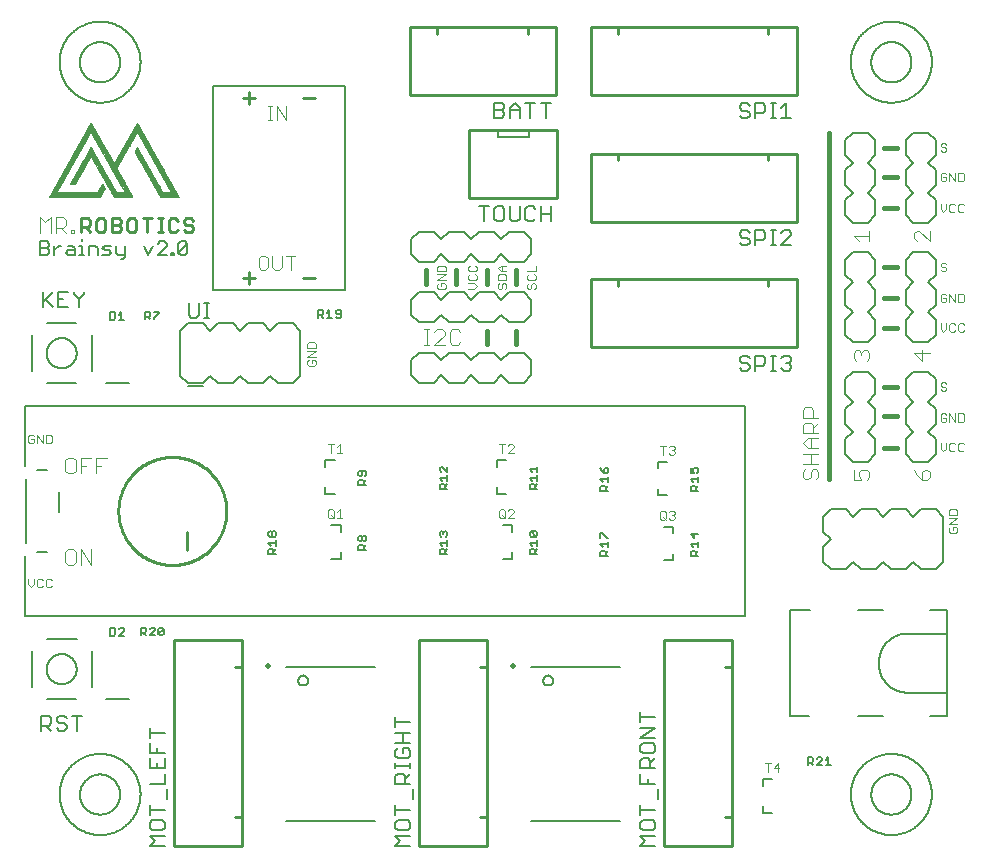
<source format=gto>
G75*
%MOIN*%
%OFA0B0*%
%FSLAX25Y25*%
%IPPOS*%
%LPD*%
%AMOC8*
5,1,8,0,0,1.08239X$1,22.5*
%
%ADD10C,0.00300*%
%ADD11C,0.00400*%
%ADD12C,0.01600*%
%ADD13C,0.00600*%
%ADD14C,0.01100*%
%ADD15C,0.00500*%
%ADD16C,0.01000*%
%ADD17C,0.00800*%
%ADD18C,0.02000*%
%ADD19R,0.00036X0.00036*%
%ADD20R,0.16745X0.00036*%
%ADD21R,0.06099X0.00036*%
%ADD22R,0.00072X0.00036*%
%ADD23R,0.05810X0.00036*%
%ADD24R,0.00072X0.00036*%
%ADD25R,0.00036X0.00036*%
%ADD26R,0.00036X0.00036*%
%ADD27R,0.00036X0.00036*%
%ADD28R,0.16854X0.00036*%
%ADD29R,0.06135X0.00036*%
%ADD30R,0.00109X0.00036*%
%ADD31R,0.05846X0.00036*%
%ADD32R,0.00108X0.00036*%
%ADD33R,0.16781X0.00036*%
%ADD34R,0.06099X0.00036*%
%ADD35R,0.05811X0.00036*%
%ADD36R,0.00072X0.00036*%
%ADD37R,0.16817X0.00036*%
%ADD38R,0.06171X0.00036*%
%ADD39R,0.05846X0.00036*%
%ADD40R,0.16817X0.00036*%
%ADD41R,0.06171X0.00036*%
%ADD42R,0.00217X0.00036*%
%ADD43R,0.05883X0.00036*%
%ADD44R,0.00072X0.00036*%
%ADD45R,0.05810X0.00036*%
%ADD46R,0.16962X0.00036*%
%ADD47R,0.05955X0.00036*%
%ADD48R,0.05882X0.00036*%
%ADD49R,0.16529X0.00036*%
%ADD50R,0.05774X0.00036*%
%ADD51R,0.16529X0.00036*%
%ADD52R,0.00108X0.00036*%
%ADD53R,0.05883X0.00036*%
%ADD54R,0.16457X0.00036*%
%ADD55R,0.00144X0.00036*%
%ADD56R,0.00108X0.00036*%
%ADD57R,0.05955X0.00036*%
%ADD58R,0.16637X0.00036*%
%ADD59R,0.05919X0.00036*%
%ADD60R,0.00217X0.00036*%
%ADD61R,0.16457X0.00036*%
%ADD62R,0.16745X0.00036*%
%ADD63R,0.06099X0.00036*%
%ADD64R,0.16854X0.00036*%
%ADD65R,0.16781X0.00036*%
%ADD66R,0.05919X0.00036*%
%ADD67R,0.05955X0.00036*%
%ADD68R,0.16818X0.00036*%
%ADD69R,0.06135X0.00036*%
%ADD70R,0.00180X0.00036*%
%ADD71R,0.16890X0.00036*%
%ADD72R,0.06135X0.00036*%
%ADD73R,0.16601X0.00036*%
%ADD74R,0.05882X0.00036*%
%ADD75R,0.16565X0.00036*%
%ADD76R,0.16601X0.00036*%
%ADD77R,0.05919X0.00036*%
%ADD78R,0.16529X0.00036*%
%ADD79R,0.00180X0.00036*%
%ADD80R,0.00144X0.00036*%
%ADD81R,0.00181X0.00036*%
%ADD82R,0.16529X0.00036*%
%ADD83R,0.16709X0.00036*%
%ADD84R,0.16565X0.00036*%
%ADD85R,0.16890X0.00036*%
%ADD86R,0.05811X0.00036*%
%ADD87R,0.00144X0.00036*%
%ADD88R,0.05955X0.00036*%
%ADD89R,0.16746X0.00036*%
%ADD90R,0.05774X0.00036*%
%ADD91R,0.16926X0.00036*%
%ADD92R,0.16782X0.00036*%
%ADD93R,0.05847X0.00036*%
%ADD94R,0.01263X0.00036*%
%ADD95R,0.00974X0.00036*%
%ADD96R,0.00722X0.00036*%
%ADD97R,0.00289X0.00036*%
%ADD98R,0.00577X0.00036*%
%ADD99R,0.01552X0.00036*%
%ADD100R,0.16493X0.00036*%
%ADD101R,0.01191X0.00036*%
%ADD102R,0.01083X0.00036*%
%ADD103R,0.00578X0.00036*%
%ADD104R,0.00253X0.00036*%
%ADD105R,0.01480X0.00036*%
%ADD106R,0.00217X0.00036*%
%ADD107R,0.16565X0.00036*%
%ADD108R,0.01227X0.00036*%
%ADD109R,0.00577X0.00036*%
%ADD110R,0.00361X0.00036*%
%ADD111R,0.00974X0.00036*%
%ADD112R,0.01552X0.00036*%
%ADD113R,0.00217X0.00036*%
%ADD114R,0.00252X0.00036*%
%ADD115R,0.00252X0.00036*%
%ADD116R,0.00758X0.00036*%
%ADD117R,0.00433X0.00036*%
%ADD118R,0.01444X0.00036*%
%ADD119R,0.00686X0.00036*%
%ADD120R,0.00325X0.00036*%
%ADD121R,0.01588X0.00036*%
%ADD122R,0.00108X0.00036*%
%ADD123R,0.01372X0.00036*%
%ADD124R,0.00758X0.00036*%
%ADD125R,0.00181X0.00036*%
%ADD126R,0.00469X0.00036*%
%ADD127R,0.01480X0.00036*%
%ADD128R,0.16493X0.00036*%
%ADD129R,0.01335X0.00036*%
%ADD130R,0.00541X0.00036*%
%ADD131R,0.00505X0.00036*%
%ADD132R,0.00289X0.00036*%
%ADD133R,0.00144X0.00036*%
%ADD134R,0.01516X0.00036*%
%ADD135R,0.01480X0.00036*%
%ADD136R,0.01444X0.00036*%
%ADD137R,0.01155X0.00036*%
%ADD138R,0.01696X0.00036*%
%ADD139R,0.01516X0.00036*%
%ADD140R,0.01588X0.00036*%
%ADD141R,0.01191X0.00036*%
%ADD142R,0.01299X0.00036*%
%ADD143R,0.01335X0.00036*%
%ADD144R,0.01263X0.00036*%
%ADD145R,0.01516X0.00036*%
%ADD146R,0.01552X0.00036*%
%ADD147R,0.01227X0.00036*%
%ADD148R,0.01299X0.00036*%
%ADD149R,0.01480X0.00036*%
%ADD150R,0.01552X0.00036*%
%ADD151R,0.01516X0.00036*%
%ADD152R,0.01443X0.00036*%
%ADD153R,0.01155X0.00036*%
%ADD154R,0.01371X0.00036*%
%ADD155R,0.01407X0.00036*%
%ADD156R,0.01155X0.00036*%
%ADD157R,0.01371X0.00036*%
%ADD158R,0.01443X0.00036*%
%ADD159R,0.01372X0.00036*%
%ADD160R,0.01227X0.00036*%
%ADD161R,0.01155X0.00036*%
%ADD162R,0.01191X0.00036*%
%ADD163R,0.00109X0.00036*%
%ADD164R,0.01191X0.00036*%
%ADD165R,0.00216X0.00036*%
%ADD166R,0.01263X0.00036*%
%ADD167R,0.01588X0.00036*%
%ADD168R,0.01624X0.00036*%
%ADD169R,0.01624X0.00036*%
%ADD170R,0.01588X0.00036*%
%ADD171R,0.01299X0.00036*%
%ADD172R,0.01263X0.00036*%
%ADD173R,0.01227X0.00036*%
%ADD174R,0.01660X0.00036*%
%ADD175R,0.01732X0.00036*%
%ADD176R,0.01624X0.00036*%
%ADD177R,0.01696X0.00036*%
%ADD178R,0.01407X0.00036*%
%ADD179R,0.00902X0.00036*%
%ADD180R,0.01011X0.00036*%
%ADD181R,0.01011X0.00036*%
%ADD182R,0.00866X0.00036*%
%ADD183R,0.00938X0.00036*%
%ADD184R,0.00938X0.00036*%
%ADD185R,0.00902X0.00036*%
%ADD186R,0.00686X0.00036*%
%ADD187R,0.00685X0.00036*%
%ADD188R,0.00650X0.00036*%
%ADD189R,0.01515X0.00036*%
%ADD190R,0.01300X0.00036*%
%ADD191R,0.01515X0.00036*%
%ADD192R,0.00650X0.00036*%
%ADD193R,0.00397X0.00036*%
%ADD194R,0.01660X0.00036*%
%ADD195R,0.00361X0.00036*%
%ADD196R,0.00289X0.00036*%
%ADD197R,0.00361X0.00036*%
%ADD198R,0.01335X0.00036*%
%ADD199R,0.01335X0.00036*%
%ADD200R,0.01047X0.00036*%
%ADD201R,0.01407X0.00036*%
%ADD202R,0.00505X0.00036*%
%ADD203R,0.01407X0.00036*%
%ADD204R,0.01191X0.00036*%
%ADD205R,0.00253X0.00036*%
%ADD206R,0.01660X0.00036*%
%ADD207R,0.01696X0.00036*%
%ADD208R,0.01191X0.00036*%
%ADD209R,0.01624X0.00036*%
%ADD210R,0.01299X0.00036*%
%ADD211R,0.01733X0.00036*%
%ADD212R,0.01769X0.00036*%
%ADD213R,0.01408X0.00036*%
%ADD214R,0.01769X0.00036*%
%ADD215R,0.01768X0.00036*%
%ADD216R,0.01841X0.00036*%
%ADD217R,0.01768X0.00036*%
%ADD218R,0.01877X0.00036*%
%ADD219R,0.01804X0.00036*%
%ADD220R,0.01913X0.00036*%
%ADD221R,0.01841X0.00036*%
%ADD222R,0.01660X0.00036*%
%ADD223R,0.01985X0.00036*%
%ADD224R,0.01840X0.00036*%
%ADD225R,0.02021X0.00036*%
%ADD226R,0.02129X0.00036*%
%ADD227R,0.02021X0.00036*%
%ADD228R,0.02093X0.00036*%
%ADD229R,0.02057X0.00036*%
%ADD230R,0.01624X0.00036*%
%ADD231R,0.02130X0.00036*%
%ADD232R,0.02237X0.00036*%
%ADD233R,0.02418X0.00036*%
%ADD234R,0.02346X0.00036*%
%ADD235R,0.02382X0.00036*%
%ADD236R,0.02346X0.00036*%
%ADD237R,0.02382X0.00036*%
%ADD238R,0.02598X0.00036*%
%ADD239R,0.02454X0.00036*%
%ADD240R,0.02887X0.00036*%
%ADD241R,0.02959X0.00036*%
%ADD242R,0.02995X0.00036*%
%ADD243R,0.02959X0.00036*%
%ADD244R,0.02923X0.00036*%
%ADD245R,0.02923X0.00036*%
%ADD246R,0.02923X0.00036*%
%ADD247R,0.02923X0.00036*%
%ADD248R,0.03031X0.00036*%
%ADD249R,0.02887X0.00036*%
%ADD250R,0.01805X0.00036*%
%ADD251R,0.01805X0.00036*%
%ADD252R,0.01876X0.00036*%
%ADD253R,0.01732X0.00036*%
%ADD254R,0.02995X0.00036*%
%ADD255R,0.03067X0.00036*%
%ADD256R,0.03031X0.00036*%
%ADD257R,0.01804X0.00036*%
%ADD258R,0.03068X0.00036*%
%ADD259R,0.02707X0.00036*%
%ADD260R,0.02743X0.00036*%
%ADD261R,0.02707X0.00036*%
%ADD262R,0.01624X0.00036*%
%ADD263R,0.02779X0.00036*%
%ADD264R,0.02670X0.00036*%
%ADD265R,0.02743X0.00036*%
%ADD266R,0.02309X0.00036*%
%ADD267R,0.02346X0.00036*%
%ADD268R,0.00216X0.00036*%
%ADD269R,0.02563X0.00036*%
%ADD270R,0.02418X0.00036*%
%ADD271R,0.02418X0.00036*%
%ADD272R,0.02526X0.00036*%
%ADD273R,0.02093X0.00036*%
%ADD274R,0.02093X0.00036*%
%ADD275R,0.02165X0.00036*%
%ADD276R,0.01841X0.00036*%
%ADD277R,0.01985X0.00036*%
%ADD278R,0.00939X0.00036*%
%ADD279R,0.00722X0.00036*%
%ADD280R,0.00614X0.00036*%
%ADD281R,0.00614X0.00036*%
%ADD282R,0.00685X0.00036*%
%ADD283R,0.00613X0.00036*%
%ADD284R,0.00397X0.00036*%
%ADD285R,0.00397X0.00036*%
%ADD286R,0.00541X0.00036*%
%ADD287R,0.00361X0.00036*%
%ADD288R,0.00325X0.00036*%
%ADD289R,0.02959X0.00036*%
%ADD290R,0.02634X0.00036*%
%ADD291R,0.02671X0.00036*%
%ADD292R,0.02670X0.00036*%
%ADD293R,0.02598X0.00036*%
%ADD294R,0.02671X0.00036*%
%ADD295R,0.02743X0.00036*%
%ADD296R,0.02634X0.00036*%
%ADD297R,0.02851X0.00036*%
%ADD298R,0.02635X0.00036*%
%ADD299R,0.02743X0.00036*%
%ADD300R,0.02454X0.00036*%
%ADD301R,0.02490X0.00036*%
%ADD302R,0.02382X0.00036*%
%ADD303R,0.02490X0.00036*%
%ADD304R,0.02093X0.00036*%
%ADD305R,0.02129X0.00036*%
%ADD306R,0.01913X0.00036*%
%ADD307R,0.01876X0.00036*%
%ADD308R,0.00578X0.00036*%
%ADD309R,0.00794X0.00036*%
%ADD310R,0.00469X0.00036*%
%ADD311R,0.00469X0.00036*%
%ADD312C,0.00787*%
D10*
X0107709Y0154752D02*
X0108676Y0155720D01*
X0108676Y0157655D01*
X0109688Y0157171D02*
X0109688Y0155236D01*
X0110171Y0154752D01*
X0111139Y0154752D01*
X0111623Y0155236D01*
X0112634Y0155236D02*
X0113118Y0154752D01*
X0114085Y0154752D01*
X0114569Y0155236D01*
X0112634Y0155236D02*
X0112634Y0157171D01*
X0113118Y0157655D01*
X0114085Y0157655D01*
X0114569Y0157171D01*
X0111623Y0157171D02*
X0111139Y0157655D01*
X0110171Y0157655D01*
X0109688Y0157171D01*
X0106741Y0157655D02*
X0106741Y0155720D01*
X0107709Y0154752D01*
X0107244Y0202733D02*
X0108211Y0202733D01*
X0108695Y0203217D01*
X0108695Y0204185D01*
X0107727Y0204185D01*
X0106760Y0205152D02*
X0106760Y0203217D01*
X0107244Y0202733D01*
X0109706Y0202733D02*
X0109706Y0205636D01*
X0111641Y0202733D01*
X0111641Y0205636D01*
X0112653Y0205636D02*
X0114104Y0205636D01*
X0114588Y0205152D01*
X0114588Y0203217D01*
X0114104Y0202733D01*
X0112653Y0202733D01*
X0112653Y0205636D01*
X0108695Y0205152D02*
X0108211Y0205636D01*
X0107244Y0205636D01*
X0106760Y0205152D01*
X0199751Y0229074D02*
X0200234Y0228590D01*
X0202169Y0228590D01*
X0202653Y0229074D01*
X0202653Y0230041D01*
X0202169Y0230525D01*
X0201202Y0230525D01*
X0201202Y0229557D01*
X0200234Y0230525D02*
X0199751Y0230041D01*
X0199751Y0229074D01*
X0199751Y0231536D02*
X0202653Y0233471D01*
X0199751Y0233471D01*
X0199751Y0234483D02*
X0199751Y0235934D01*
X0200234Y0236418D01*
X0202169Y0236418D01*
X0202653Y0235934D01*
X0202653Y0234483D01*
X0199751Y0234483D01*
X0199751Y0231536D02*
X0202653Y0231536D01*
X0206643Y0202399D02*
X0208578Y0202399D01*
X0207610Y0202399D02*
X0207610Y0199496D01*
X0209589Y0199496D02*
X0211524Y0199496D01*
X0210557Y0199496D02*
X0210557Y0202399D01*
X0209589Y0201431D01*
X0210557Y0180745D02*
X0210557Y0177843D01*
X0211524Y0177843D02*
X0209589Y0177843D01*
X0208578Y0177843D02*
X0207610Y0178810D01*
X0207127Y0177843D02*
X0206643Y0178327D01*
X0206643Y0180262D01*
X0207127Y0180745D01*
X0208094Y0180745D01*
X0208578Y0180262D01*
X0208578Y0178327D01*
X0208094Y0177843D01*
X0207127Y0177843D01*
X0209589Y0179778D02*
X0210557Y0180745D01*
X0263729Y0180262D02*
X0263729Y0178327D01*
X0264213Y0177843D01*
X0265181Y0177843D01*
X0265664Y0178327D01*
X0265664Y0180262D01*
X0265181Y0180745D01*
X0264213Y0180745D01*
X0263729Y0180262D01*
X0264697Y0178810D02*
X0265664Y0177843D01*
X0266676Y0177843D02*
X0268611Y0179778D01*
X0268611Y0180262D01*
X0268127Y0180745D01*
X0267160Y0180745D01*
X0266676Y0180262D01*
X0266676Y0177843D02*
X0268611Y0177843D01*
X0268611Y0199496D02*
X0266676Y0199496D01*
X0268611Y0201431D01*
X0268611Y0201915D01*
X0268127Y0202399D01*
X0267160Y0202399D01*
X0266676Y0201915D01*
X0265664Y0202399D02*
X0263729Y0202399D01*
X0264697Y0202399D02*
X0264697Y0199496D01*
X0317371Y0201907D02*
X0319306Y0201907D01*
X0318339Y0201907D02*
X0318339Y0199004D01*
X0320318Y0199488D02*
X0320801Y0199004D01*
X0321769Y0199004D01*
X0322253Y0199488D01*
X0322253Y0199972D01*
X0321769Y0200456D01*
X0321285Y0200456D01*
X0321769Y0200456D02*
X0322253Y0200939D01*
X0322253Y0201423D01*
X0321769Y0201907D01*
X0320801Y0201907D01*
X0320318Y0201423D01*
X0320801Y0180253D02*
X0321769Y0180253D01*
X0322253Y0179770D01*
X0322253Y0179286D01*
X0321769Y0178802D01*
X0322253Y0178318D01*
X0322253Y0177835D01*
X0321769Y0177351D01*
X0320801Y0177351D01*
X0320318Y0177835D01*
X0319306Y0177835D02*
X0318822Y0177351D01*
X0317855Y0177351D01*
X0317371Y0177835D01*
X0317371Y0179770D01*
X0317855Y0180253D01*
X0318822Y0180253D01*
X0319306Y0179770D01*
X0319306Y0177835D01*
X0319306Y0177351D02*
X0318339Y0178318D01*
X0320318Y0179770D02*
X0320801Y0180253D01*
X0321285Y0178802D02*
X0321769Y0178802D01*
X0410875Y0200995D02*
X0411843Y0200028D01*
X0412810Y0200995D01*
X0412810Y0202930D01*
X0413822Y0202447D02*
X0413822Y0200512D01*
X0414305Y0200028D01*
X0415273Y0200028D01*
X0415757Y0200512D01*
X0416768Y0200512D02*
X0417252Y0200028D01*
X0418219Y0200028D01*
X0418703Y0200512D01*
X0418703Y0202447D02*
X0418219Y0202930D01*
X0417252Y0202930D01*
X0416768Y0202447D01*
X0416768Y0200512D01*
X0415757Y0202447D02*
X0415273Y0202930D01*
X0414305Y0202930D01*
X0413822Y0202447D01*
X0410875Y0202930D02*
X0410875Y0200995D01*
X0411359Y0209870D02*
X0410875Y0210354D01*
X0410875Y0212289D01*
X0411359Y0212773D01*
X0412326Y0212773D01*
X0412810Y0212289D01*
X0412810Y0211322D02*
X0411843Y0211322D01*
X0412810Y0211322D02*
X0412810Y0210354D01*
X0412326Y0209870D01*
X0411359Y0209870D01*
X0413822Y0209870D02*
X0413822Y0212773D01*
X0415757Y0209870D01*
X0415757Y0212773D01*
X0416768Y0212773D02*
X0416768Y0209870D01*
X0418219Y0209870D01*
X0418703Y0210354D01*
X0418703Y0212289D01*
X0418219Y0212773D01*
X0416768Y0212773D01*
X0412326Y0220205D02*
X0411359Y0220205D01*
X0410875Y0220689D01*
X0411359Y0221656D02*
X0410875Y0222140D01*
X0410875Y0222624D01*
X0411359Y0223108D01*
X0412326Y0223108D01*
X0412810Y0222624D01*
X0412326Y0221656D02*
X0412810Y0221173D01*
X0412810Y0220689D01*
X0412326Y0220205D01*
X0412326Y0221656D02*
X0411359Y0221656D01*
X0411843Y0239890D02*
X0410875Y0240858D01*
X0410875Y0242793D01*
X0412810Y0242793D02*
X0412810Y0240858D01*
X0411843Y0239890D01*
X0413822Y0240374D02*
X0414305Y0239890D01*
X0415273Y0239890D01*
X0415757Y0240374D01*
X0416768Y0240374D02*
X0417252Y0239890D01*
X0418219Y0239890D01*
X0418703Y0240374D01*
X0418703Y0242309D02*
X0418219Y0242793D01*
X0417252Y0242793D01*
X0416768Y0242309D01*
X0416768Y0240374D01*
X0415757Y0242309D02*
X0415273Y0242793D01*
X0414305Y0242793D01*
X0413822Y0242309D01*
X0413822Y0240374D01*
X0413822Y0249733D02*
X0413822Y0252635D01*
X0415757Y0249733D01*
X0415757Y0252635D01*
X0416768Y0252635D02*
X0416768Y0249733D01*
X0418219Y0249733D01*
X0418703Y0250216D01*
X0418703Y0252151D01*
X0418219Y0252635D01*
X0416768Y0252635D01*
X0412810Y0252151D02*
X0412326Y0252635D01*
X0411359Y0252635D01*
X0410875Y0252151D01*
X0410875Y0250216D01*
X0411359Y0249733D01*
X0412326Y0249733D01*
X0412810Y0250216D01*
X0412810Y0251184D01*
X0411843Y0251184D01*
X0412326Y0260067D02*
X0411359Y0260067D01*
X0410875Y0260551D01*
X0411359Y0261519D02*
X0410875Y0262002D01*
X0410875Y0262486D01*
X0411359Y0262970D01*
X0412326Y0262970D01*
X0412810Y0262486D01*
X0412326Y0261519D02*
X0412810Y0261035D01*
X0412810Y0260551D01*
X0412326Y0260067D01*
X0412326Y0261519D02*
X0411359Y0261519D01*
X0411843Y0279752D02*
X0410875Y0280720D01*
X0410875Y0282655D01*
X0412810Y0282655D02*
X0412810Y0280720D01*
X0411843Y0279752D01*
X0413822Y0280236D02*
X0414305Y0279752D01*
X0415273Y0279752D01*
X0415757Y0280236D01*
X0416768Y0280236D02*
X0416768Y0282171D01*
X0417252Y0282655D01*
X0418219Y0282655D01*
X0418703Y0282171D01*
X0418703Y0280236D02*
X0418219Y0279752D01*
X0417252Y0279752D01*
X0416768Y0280236D01*
X0415757Y0282171D02*
X0415273Y0282655D01*
X0414305Y0282655D01*
X0413822Y0282171D01*
X0413822Y0280236D01*
X0413822Y0290087D02*
X0413822Y0292989D01*
X0415757Y0290087D01*
X0415757Y0292989D01*
X0416768Y0292989D02*
X0418219Y0292989D01*
X0418703Y0292506D01*
X0418703Y0290571D01*
X0418219Y0290087D01*
X0416768Y0290087D01*
X0416768Y0292989D01*
X0412810Y0292506D02*
X0412326Y0292989D01*
X0411359Y0292989D01*
X0410875Y0292506D01*
X0410875Y0290571D01*
X0411359Y0290087D01*
X0412326Y0290087D01*
X0412810Y0290571D01*
X0412810Y0291538D01*
X0411843Y0291538D01*
X0412326Y0299930D02*
X0411359Y0299930D01*
X0410875Y0300413D01*
X0411359Y0301381D02*
X0410875Y0301865D01*
X0410875Y0302348D01*
X0411359Y0302832D01*
X0412326Y0302832D01*
X0412810Y0302348D01*
X0412326Y0301381D02*
X0412810Y0300897D01*
X0412810Y0300413D01*
X0412326Y0299930D01*
X0412326Y0301381D02*
X0411359Y0301381D01*
X0275980Y0262009D02*
X0275980Y0260074D01*
X0273077Y0260074D01*
X0273561Y0259062D02*
X0273077Y0258578D01*
X0273077Y0257611D01*
X0273561Y0257127D01*
X0275496Y0257127D01*
X0275980Y0257611D01*
X0275980Y0258578D01*
X0275496Y0259062D01*
X0275496Y0256116D02*
X0275980Y0255632D01*
X0275980Y0254664D01*
X0275496Y0254181D01*
X0274529Y0254664D02*
X0274045Y0254181D01*
X0273561Y0254181D01*
X0273077Y0254664D01*
X0273077Y0255632D01*
X0273561Y0256116D01*
X0274529Y0255632D02*
X0275012Y0256116D01*
X0275496Y0256116D01*
X0274529Y0255632D02*
X0274529Y0254664D01*
X0266137Y0254664D02*
X0265654Y0254181D01*
X0266137Y0254664D02*
X0266137Y0255632D01*
X0265654Y0256116D01*
X0265170Y0256116D01*
X0264686Y0255632D01*
X0264686Y0254664D01*
X0264202Y0254181D01*
X0263719Y0254181D01*
X0263235Y0254664D01*
X0263235Y0255632D01*
X0263719Y0256116D01*
X0263235Y0257127D02*
X0263235Y0258578D01*
X0263719Y0259062D01*
X0265654Y0259062D01*
X0266137Y0258578D01*
X0266137Y0257127D01*
X0263235Y0257127D01*
X0264202Y0260074D02*
X0263235Y0261041D01*
X0264202Y0262009D01*
X0266137Y0262009D01*
X0264686Y0262009D02*
X0264686Y0260074D01*
X0264202Y0260074D02*
X0266137Y0260074D01*
X0256295Y0260557D02*
X0256295Y0261525D01*
X0255811Y0262009D01*
X0256295Y0260557D02*
X0255811Y0260074D01*
X0253876Y0260074D01*
X0253392Y0260557D01*
X0253392Y0261525D01*
X0253876Y0262009D01*
X0253876Y0259062D02*
X0253392Y0258578D01*
X0253392Y0257611D01*
X0253876Y0257127D01*
X0255811Y0257127D01*
X0256295Y0257611D01*
X0256295Y0258578D01*
X0255811Y0259062D01*
X0255327Y0256116D02*
X0253392Y0256116D01*
X0255327Y0256116D02*
X0256295Y0255148D01*
X0255327Y0254181D01*
X0253392Y0254181D01*
X0245960Y0254664D02*
X0245476Y0254181D01*
X0243541Y0254181D01*
X0243058Y0254664D01*
X0243058Y0255632D01*
X0243541Y0256116D01*
X0244509Y0256116D02*
X0244509Y0255148D01*
X0244509Y0256116D02*
X0245476Y0256116D01*
X0245960Y0255632D01*
X0245960Y0254664D01*
X0245960Y0257127D02*
X0243058Y0257127D01*
X0245960Y0259062D01*
X0243058Y0259062D01*
X0243058Y0260074D02*
X0243058Y0261525D01*
X0243541Y0262009D01*
X0245476Y0262009D01*
X0245960Y0261525D01*
X0245960Y0260074D01*
X0243058Y0260074D01*
X0413578Y0180305D02*
X0413578Y0178854D01*
X0416481Y0178854D01*
X0416481Y0180305D01*
X0415997Y0180789D01*
X0414062Y0180789D01*
X0413578Y0180305D01*
X0413578Y0177843D02*
X0416481Y0177843D01*
X0413578Y0175908D01*
X0416481Y0175908D01*
X0415997Y0174896D02*
X0416481Y0174412D01*
X0416481Y0173445D01*
X0415997Y0172961D01*
X0414062Y0172961D01*
X0413578Y0173445D01*
X0413578Y0174412D01*
X0414062Y0174896D01*
X0415029Y0174896D02*
X0415029Y0173929D01*
X0415029Y0174896D02*
X0415997Y0174896D01*
X0356710Y0096100D02*
X0355259Y0094648D01*
X0357194Y0094648D01*
X0356710Y0093197D02*
X0356710Y0096100D01*
X0354247Y0096100D02*
X0352312Y0096100D01*
X0353280Y0096100D02*
X0353280Y0093197D01*
D11*
X0365834Y0190728D02*
X0366701Y0190728D01*
X0367569Y0191595D01*
X0367569Y0193330D01*
X0368436Y0194197D01*
X0369303Y0194197D01*
X0370171Y0193330D01*
X0370171Y0191595D01*
X0369303Y0190728D01*
X0365834Y0190728D02*
X0364966Y0191595D01*
X0364966Y0193330D01*
X0365834Y0194197D01*
X0364966Y0195884D02*
X0370171Y0195884D01*
X0367569Y0195884D02*
X0367569Y0199354D01*
X0367569Y0201040D02*
X0367569Y0204510D01*
X0366701Y0204510D02*
X0370171Y0204510D01*
X0370171Y0206197D02*
X0364966Y0206197D01*
X0364966Y0208799D01*
X0365834Y0209666D01*
X0367569Y0209666D01*
X0368436Y0208799D01*
X0368436Y0206197D01*
X0368436Y0207932D02*
X0370171Y0209666D01*
X0370171Y0211353D02*
X0364966Y0211353D01*
X0364966Y0213955D01*
X0365834Y0214823D01*
X0367569Y0214823D01*
X0368436Y0213955D01*
X0368436Y0211353D01*
X0366701Y0204510D02*
X0364966Y0202775D01*
X0366701Y0201040D01*
X0370171Y0201040D01*
X0370171Y0199354D02*
X0364966Y0199354D01*
X0381885Y0193962D02*
X0381885Y0190492D01*
X0384487Y0190492D01*
X0383620Y0192227D01*
X0383620Y0193095D01*
X0384487Y0193962D01*
X0386222Y0193962D01*
X0387090Y0193095D01*
X0387090Y0191360D01*
X0386222Y0190492D01*
X0402062Y0193962D02*
X0402930Y0192227D01*
X0404665Y0190492D01*
X0404665Y0193095D01*
X0405532Y0193962D01*
X0406399Y0193962D01*
X0407267Y0193095D01*
X0407267Y0191360D01*
X0406399Y0190492D01*
X0404665Y0190492D01*
X0404665Y0230355D02*
X0404665Y0233824D01*
X0407267Y0232957D02*
X0402062Y0232957D01*
X0404665Y0230355D01*
X0387090Y0231222D02*
X0386222Y0230355D01*
X0387090Y0231222D02*
X0387090Y0232957D01*
X0386222Y0233824D01*
X0385355Y0233824D01*
X0384487Y0232957D01*
X0384487Y0232089D01*
X0384487Y0232957D02*
X0383620Y0233824D01*
X0382753Y0233824D01*
X0381885Y0232957D01*
X0381885Y0231222D01*
X0382753Y0230355D01*
X0383620Y0270217D02*
X0381885Y0271952D01*
X0387090Y0271952D01*
X0387090Y0273686D02*
X0387090Y0270217D01*
X0402062Y0271084D02*
X0402930Y0270217D01*
X0402062Y0271084D02*
X0402062Y0272819D01*
X0402930Y0273686D01*
X0403797Y0273686D01*
X0407267Y0270217D01*
X0407267Y0273686D01*
X0250745Y0239848D02*
X0249877Y0240715D01*
X0248142Y0240715D01*
X0247275Y0239848D01*
X0247275Y0236378D01*
X0248142Y0235511D01*
X0249877Y0235511D01*
X0250745Y0236378D01*
X0245588Y0235511D02*
X0242119Y0235511D01*
X0245588Y0238981D01*
X0245588Y0239848D01*
X0244721Y0240715D01*
X0242986Y0240715D01*
X0242119Y0239848D01*
X0240416Y0240715D02*
X0238681Y0240715D01*
X0239548Y0240715D02*
X0239548Y0235511D01*
X0238681Y0235511D02*
X0240416Y0235511D01*
X0194289Y0260669D02*
X0194289Y0265272D01*
X0192755Y0265272D02*
X0195824Y0265272D01*
X0191220Y0265272D02*
X0191220Y0261436D01*
X0190453Y0260669D01*
X0188918Y0260669D01*
X0188151Y0261436D01*
X0188151Y0265272D01*
X0186616Y0264505D02*
X0185849Y0265272D01*
X0184314Y0265272D01*
X0183547Y0264505D01*
X0183547Y0261436D01*
X0184314Y0260669D01*
X0185849Y0260669D01*
X0186616Y0261436D01*
X0186616Y0264505D01*
X0186616Y0310669D02*
X0188151Y0310669D01*
X0187383Y0310669D02*
X0187383Y0315272D01*
X0186616Y0315272D02*
X0188151Y0315272D01*
X0189685Y0315272D02*
X0192755Y0310669D01*
X0192755Y0315272D01*
X0189685Y0315272D02*
X0189685Y0310669D01*
X0121908Y0273780D02*
X0121908Y0272913D01*
X0121041Y0272913D01*
X0121041Y0273780D01*
X0121908Y0273780D01*
X0119354Y0272913D02*
X0117619Y0274647D01*
X0118487Y0274647D02*
X0115885Y0274647D01*
X0115885Y0272913D02*
X0115885Y0278117D01*
X0118487Y0278117D01*
X0119354Y0277250D01*
X0119354Y0275515D01*
X0118487Y0274647D01*
X0114198Y0272913D02*
X0114198Y0278117D01*
X0112463Y0276382D01*
X0110728Y0278117D01*
X0110728Y0272913D01*
X0119962Y0197901D02*
X0119094Y0197033D01*
X0119094Y0193563D01*
X0119962Y0192696D01*
X0121697Y0192696D01*
X0122564Y0193563D01*
X0122564Y0197033D01*
X0121697Y0197901D01*
X0119962Y0197901D01*
X0124251Y0197901D02*
X0124251Y0192696D01*
X0124251Y0195298D02*
X0125986Y0195298D01*
X0127720Y0197901D02*
X0124251Y0197901D01*
X0129407Y0197901D02*
X0129407Y0192696D01*
X0129407Y0195298D02*
X0131142Y0195298D01*
X0129407Y0197901D02*
X0132877Y0197901D01*
X0127720Y0167389D02*
X0127720Y0162184D01*
X0124251Y0167389D01*
X0124251Y0162184D01*
X0122564Y0163052D02*
X0122564Y0166521D01*
X0121697Y0167389D01*
X0119962Y0167389D01*
X0119094Y0166521D01*
X0119094Y0163052D01*
X0119962Y0162184D01*
X0121697Y0162184D01*
X0122564Y0163052D01*
D12*
X0239465Y0255980D02*
X0239465Y0260409D01*
X0249308Y0260409D02*
X0249308Y0255980D01*
X0259642Y0255980D02*
X0259642Y0260409D01*
X0269485Y0260409D02*
X0269485Y0255980D01*
X0269485Y0240232D02*
X0269485Y0235803D01*
X0259642Y0235803D02*
X0259642Y0240232D01*
X0373816Y0191020D02*
X0373816Y0306177D01*
X0392024Y0301256D02*
X0396453Y0301256D01*
X0396453Y0291413D02*
X0392024Y0291413D01*
X0392024Y0281079D02*
X0396453Y0281079D01*
X0396453Y0261394D02*
X0392024Y0261394D01*
X0392024Y0251059D02*
X0396453Y0251059D01*
X0396453Y0241217D02*
X0392024Y0241217D01*
X0392024Y0221531D02*
X0396453Y0221531D01*
X0396453Y0211689D02*
X0392024Y0211689D01*
X0392024Y0201354D02*
X0396453Y0201354D01*
D13*
X0361036Y0227774D02*
X0360201Y0226940D01*
X0358533Y0226940D01*
X0357699Y0227774D01*
X0355930Y0226940D02*
X0354262Y0226940D01*
X0355096Y0226940D02*
X0355096Y0231944D01*
X0354262Y0231944D02*
X0355930Y0231944D01*
X0357699Y0231110D02*
X0358533Y0231944D01*
X0360201Y0231944D01*
X0361036Y0231110D01*
X0361036Y0230276D01*
X0360201Y0229442D01*
X0361036Y0228608D01*
X0361036Y0227774D01*
X0360201Y0229442D02*
X0359367Y0229442D01*
X0352442Y0229442D02*
X0352442Y0231110D01*
X0351607Y0231944D01*
X0349105Y0231944D01*
X0349105Y0226940D01*
X0349105Y0228608D02*
X0351607Y0228608D01*
X0352442Y0229442D01*
X0347285Y0228608D02*
X0347285Y0227774D01*
X0346451Y0226940D01*
X0344783Y0226940D01*
X0343949Y0227774D01*
X0344783Y0229442D02*
X0346451Y0229442D01*
X0347285Y0228608D01*
X0347285Y0231110D02*
X0346451Y0231944D01*
X0344783Y0231944D01*
X0343949Y0231110D01*
X0343949Y0230276D01*
X0344783Y0229442D01*
X0319790Y0196620D02*
X0316590Y0196620D01*
X0316590Y0194420D01*
X0316590Y0187620D02*
X0316590Y0185420D01*
X0319790Y0185420D01*
X0327535Y0186900D02*
X0327535Y0188201D01*
X0327969Y0188635D01*
X0328837Y0188635D01*
X0329270Y0188201D01*
X0329270Y0186900D01*
X0329270Y0187767D02*
X0330138Y0188635D01*
X0330138Y0189846D02*
X0330138Y0191581D01*
X0330138Y0190714D02*
X0327535Y0190714D01*
X0328403Y0189846D01*
X0328837Y0192793D02*
X0328403Y0193660D01*
X0328403Y0194094D01*
X0328837Y0194528D01*
X0329704Y0194528D01*
X0330138Y0194094D01*
X0330138Y0193227D01*
X0329704Y0192793D01*
X0328837Y0192793D02*
X0327535Y0192793D01*
X0327535Y0194528D01*
X0327535Y0186900D02*
X0330138Y0186900D01*
X0328837Y0172874D02*
X0328837Y0171139D01*
X0327535Y0172441D01*
X0330138Y0172441D01*
X0330138Y0169928D02*
X0330138Y0168193D01*
X0330138Y0169060D02*
X0327535Y0169060D01*
X0328403Y0168193D01*
X0328837Y0166981D02*
X0329270Y0166547D01*
X0329270Y0165246D01*
X0330138Y0165246D02*
X0327535Y0165246D01*
X0327535Y0166547D01*
X0327969Y0166981D01*
X0328837Y0166981D01*
X0329270Y0166114D02*
X0330138Y0166981D01*
X0321790Y0165966D02*
X0321790Y0163766D01*
X0318590Y0163766D01*
X0321790Y0172766D02*
X0321790Y0174966D01*
X0318590Y0174966D01*
X0300118Y0171139D02*
X0299684Y0171139D01*
X0297949Y0172874D01*
X0297516Y0172874D01*
X0297516Y0171139D01*
X0297516Y0169060D02*
X0300118Y0169060D01*
X0300118Y0168193D02*
X0300118Y0169928D01*
X0298383Y0168193D02*
X0297516Y0169060D01*
X0297949Y0166981D02*
X0298817Y0166981D01*
X0299251Y0166547D01*
X0299251Y0165246D01*
X0300118Y0165246D02*
X0297516Y0165246D01*
X0297516Y0166547D01*
X0297949Y0166981D01*
X0299251Y0166114D02*
X0300118Y0166981D01*
X0300118Y0186900D02*
X0297516Y0186900D01*
X0297516Y0188201D01*
X0297949Y0188635D01*
X0298817Y0188635D01*
X0299251Y0188201D01*
X0299251Y0186900D01*
X0299251Y0187767D02*
X0300118Y0188635D01*
X0300118Y0189846D02*
X0300118Y0191581D01*
X0300118Y0190714D02*
X0297516Y0190714D01*
X0298383Y0189846D01*
X0298817Y0192793D02*
X0298817Y0194094D01*
X0299251Y0194528D01*
X0299684Y0194528D01*
X0300118Y0194094D01*
X0300118Y0193227D01*
X0299684Y0192793D01*
X0298817Y0192793D01*
X0297949Y0193660D01*
X0297516Y0194528D01*
X0276496Y0194152D02*
X0273894Y0194152D01*
X0274761Y0193285D01*
X0276496Y0193285D02*
X0276496Y0195020D01*
X0276496Y0192073D02*
X0276496Y0190339D01*
X0276496Y0191206D02*
X0273894Y0191206D01*
X0274761Y0190339D01*
X0274327Y0189127D02*
X0275195Y0189127D01*
X0275629Y0188693D01*
X0275629Y0187392D01*
X0276496Y0187392D02*
X0273894Y0187392D01*
X0273894Y0188693D01*
X0274327Y0189127D01*
X0275629Y0188259D02*
X0276496Y0189127D01*
X0266148Y0185912D02*
X0262948Y0185912D01*
X0262948Y0188112D01*
X0262948Y0194912D02*
X0262948Y0197112D01*
X0266148Y0197112D01*
X0246476Y0195020D02*
X0246476Y0193285D01*
X0244741Y0195020D01*
X0244308Y0195020D01*
X0243874Y0194586D01*
X0243874Y0193719D01*
X0244308Y0193285D01*
X0243874Y0191206D02*
X0246476Y0191206D01*
X0246476Y0190339D02*
X0246476Y0192073D01*
X0244741Y0190339D02*
X0243874Y0191206D01*
X0244308Y0189127D02*
X0245175Y0189127D01*
X0245609Y0188693D01*
X0245609Y0187392D01*
X0246476Y0187392D02*
X0243874Y0187392D01*
X0243874Y0188693D01*
X0244308Y0189127D01*
X0245609Y0188259D02*
X0246476Y0189127D01*
X0246043Y0173366D02*
X0246476Y0172933D01*
X0246476Y0172065D01*
X0246043Y0171632D01*
X0245175Y0172499D02*
X0245175Y0172933D01*
X0245609Y0173366D01*
X0246043Y0173366D01*
X0245175Y0172933D02*
X0244741Y0173366D01*
X0244308Y0173366D01*
X0243874Y0172933D01*
X0243874Y0172065D01*
X0244308Y0171632D01*
X0243874Y0169552D02*
X0246476Y0169552D01*
X0246476Y0168685D02*
X0246476Y0170420D01*
X0244741Y0168685D02*
X0243874Y0169552D01*
X0244308Y0167473D02*
X0245175Y0167473D01*
X0245609Y0167040D01*
X0245609Y0165738D01*
X0246476Y0165738D02*
X0243874Y0165738D01*
X0243874Y0167040D01*
X0244308Y0167473D01*
X0245609Y0166606D02*
X0246476Y0167473D01*
X0264948Y0164258D02*
X0268148Y0164258D01*
X0268148Y0166458D01*
X0273894Y0167040D02*
X0274327Y0167473D01*
X0275195Y0167473D01*
X0275629Y0167040D01*
X0275629Y0165738D01*
X0276496Y0165738D02*
X0273894Y0165738D01*
X0273894Y0167040D01*
X0275629Y0166606D02*
X0276496Y0167473D01*
X0276496Y0168685D02*
X0276496Y0170420D01*
X0276496Y0169552D02*
X0273894Y0169552D01*
X0274761Y0168685D01*
X0274327Y0171632D02*
X0273894Y0172065D01*
X0273894Y0172933D01*
X0274327Y0173366D01*
X0276062Y0171632D01*
X0276496Y0172065D01*
X0276496Y0172933D01*
X0276062Y0173366D01*
X0274327Y0173366D01*
X0274327Y0171632D02*
X0276062Y0171632D01*
X0268148Y0173258D02*
X0268148Y0175458D01*
X0264948Y0175458D01*
X0219409Y0171459D02*
X0219409Y0170592D01*
X0218976Y0170158D01*
X0218542Y0170158D01*
X0218108Y0170592D01*
X0218108Y0171459D01*
X0218542Y0171893D01*
X0218976Y0171893D01*
X0219409Y0171459D01*
X0218108Y0171459D02*
X0217675Y0171893D01*
X0217241Y0171893D01*
X0216807Y0171459D01*
X0216807Y0170592D01*
X0217241Y0170158D01*
X0217675Y0170158D01*
X0218108Y0170592D01*
X0218108Y0168947D02*
X0218542Y0168513D01*
X0218542Y0167212D01*
X0218542Y0168079D02*
X0219409Y0168947D01*
X0218108Y0168947D02*
X0217241Y0168947D01*
X0216807Y0168513D01*
X0216807Y0167212D01*
X0219409Y0167212D01*
X0211061Y0166458D02*
X0211061Y0164258D01*
X0207861Y0164258D01*
X0211061Y0173258D02*
X0211061Y0175458D01*
X0207861Y0175458D01*
X0209061Y0185912D02*
X0205861Y0185912D01*
X0205861Y0188112D01*
X0205861Y0194912D02*
X0205861Y0197112D01*
X0209061Y0197112D01*
X0216807Y0193113D02*
X0216807Y0192246D01*
X0217241Y0191812D01*
X0217675Y0191812D01*
X0218108Y0192246D01*
X0218108Y0193547D01*
X0217241Y0193547D02*
X0218976Y0193547D01*
X0219409Y0193113D01*
X0219409Y0192246D01*
X0218976Y0191812D01*
X0219409Y0190600D02*
X0218542Y0189733D01*
X0218542Y0190166D02*
X0218542Y0188865D01*
X0219409Y0188865D02*
X0216807Y0188865D01*
X0216807Y0190166D01*
X0217241Y0190600D01*
X0218108Y0190600D01*
X0218542Y0190166D01*
X0216807Y0193113D02*
X0217241Y0193547D01*
X0189390Y0172933D02*
X0189390Y0172065D01*
X0188956Y0171632D01*
X0188522Y0171632D01*
X0188089Y0172065D01*
X0188089Y0172933D01*
X0188522Y0173366D01*
X0188956Y0173366D01*
X0189390Y0172933D01*
X0188089Y0172933D02*
X0187655Y0173366D01*
X0187221Y0173366D01*
X0186787Y0172933D01*
X0186787Y0172065D01*
X0187221Y0171632D01*
X0187655Y0171632D01*
X0188089Y0172065D01*
X0189390Y0170420D02*
X0189390Y0168685D01*
X0189390Y0169552D02*
X0186787Y0169552D01*
X0187655Y0168685D01*
X0188089Y0167473D02*
X0188522Y0167040D01*
X0188522Y0165738D01*
X0189390Y0165738D02*
X0186787Y0165738D01*
X0186787Y0167040D01*
X0187221Y0167473D01*
X0188089Y0167473D01*
X0188522Y0166606D02*
X0189390Y0167473D01*
X0151930Y0140902D02*
X0150195Y0139167D01*
X0150629Y0138733D01*
X0151496Y0138733D01*
X0151930Y0139167D01*
X0151930Y0140902D01*
X0151496Y0141335D01*
X0150629Y0141335D01*
X0150195Y0140902D01*
X0150195Y0139167D01*
X0148983Y0138733D02*
X0147249Y0138733D01*
X0148983Y0140468D01*
X0148983Y0140902D01*
X0148550Y0141335D01*
X0147682Y0141335D01*
X0147249Y0140902D01*
X0146037Y0140902D02*
X0146037Y0140034D01*
X0145603Y0139600D01*
X0144302Y0139600D01*
X0144302Y0138733D02*
X0144302Y0141335D01*
X0145603Y0141335D01*
X0146037Y0140902D01*
X0145170Y0139600D02*
X0146037Y0138733D01*
X0138646Y0138608D02*
X0136911Y0138608D01*
X0138646Y0140343D01*
X0138646Y0140777D01*
X0138212Y0141210D01*
X0137345Y0141210D01*
X0136911Y0140777D01*
X0135699Y0140777D02*
X0135265Y0141210D01*
X0133964Y0141210D01*
X0133964Y0138608D01*
X0135265Y0138608D01*
X0135699Y0139042D01*
X0135699Y0140777D01*
X0124756Y0111984D02*
X0121420Y0111984D01*
X0123088Y0111984D02*
X0123088Y0106980D01*
X0119600Y0107814D02*
X0118766Y0106980D01*
X0117097Y0106980D01*
X0116263Y0107814D01*
X0117097Y0109482D02*
X0118766Y0109482D01*
X0119600Y0108648D01*
X0119600Y0107814D01*
X0117097Y0109482D02*
X0116263Y0110316D01*
X0116263Y0111150D01*
X0117097Y0111984D01*
X0118766Y0111984D01*
X0119600Y0111150D01*
X0114443Y0111150D02*
X0114443Y0109482D01*
X0113609Y0108648D01*
X0111107Y0108648D01*
X0112775Y0108648D02*
X0114443Y0106980D01*
X0111107Y0106980D02*
X0111107Y0111984D01*
X0113609Y0111984D01*
X0114443Y0111150D01*
X0147342Y0108010D02*
X0147342Y0104674D01*
X0147342Y0106342D02*
X0152346Y0106342D01*
X0147342Y0102854D02*
X0147342Y0099518D01*
X0152346Y0099518D01*
X0152346Y0097698D02*
X0152346Y0094362D01*
X0147342Y0094362D01*
X0147342Y0097698D01*
X0149844Y0096030D02*
X0149844Y0094362D01*
X0152346Y0092541D02*
X0152346Y0089205D01*
X0147342Y0089205D01*
X0153180Y0087385D02*
X0153180Y0084049D01*
X0152346Y0080560D02*
X0147342Y0080560D01*
X0147342Y0078892D02*
X0147342Y0082229D01*
X0148176Y0077072D02*
X0147342Y0076238D01*
X0147342Y0074570D01*
X0148176Y0073736D01*
X0151512Y0073736D01*
X0152346Y0074570D01*
X0152346Y0076238D01*
X0151512Y0077072D01*
X0148176Y0077072D01*
X0147342Y0071916D02*
X0152346Y0071916D01*
X0152346Y0068580D02*
X0147342Y0068580D01*
X0149010Y0070248D01*
X0147342Y0071916D01*
X0117205Y0085705D02*
X0117209Y0086036D01*
X0117221Y0086367D01*
X0117242Y0086698D01*
X0117270Y0087028D01*
X0117307Y0087358D01*
X0117351Y0087686D01*
X0117404Y0088013D01*
X0117464Y0088339D01*
X0117533Y0088663D01*
X0117610Y0088985D01*
X0117694Y0089306D01*
X0117786Y0089624D01*
X0117886Y0089940D01*
X0117994Y0090253D01*
X0118110Y0090564D01*
X0118233Y0090871D01*
X0118363Y0091176D01*
X0118501Y0091477D01*
X0118646Y0091775D01*
X0118799Y0092069D01*
X0118959Y0092359D01*
X0119126Y0092645D01*
X0119299Y0092927D01*
X0119480Y0093205D01*
X0119668Y0093478D01*
X0119862Y0093747D01*
X0120062Y0094011D01*
X0120269Y0094269D01*
X0120483Y0094523D01*
X0120702Y0094771D01*
X0120928Y0095014D01*
X0121159Y0095251D01*
X0121396Y0095482D01*
X0121639Y0095708D01*
X0121887Y0095927D01*
X0122141Y0096141D01*
X0122399Y0096348D01*
X0122663Y0096548D01*
X0122932Y0096742D01*
X0123205Y0096930D01*
X0123483Y0097111D01*
X0123765Y0097284D01*
X0124051Y0097451D01*
X0124341Y0097611D01*
X0124635Y0097764D01*
X0124933Y0097909D01*
X0125234Y0098047D01*
X0125539Y0098177D01*
X0125846Y0098300D01*
X0126157Y0098416D01*
X0126470Y0098524D01*
X0126786Y0098624D01*
X0127104Y0098716D01*
X0127425Y0098800D01*
X0127747Y0098877D01*
X0128071Y0098946D01*
X0128397Y0099006D01*
X0128724Y0099059D01*
X0129052Y0099103D01*
X0129382Y0099140D01*
X0129712Y0099168D01*
X0130043Y0099189D01*
X0130374Y0099201D01*
X0130705Y0099205D01*
X0131036Y0099201D01*
X0131367Y0099189D01*
X0131698Y0099168D01*
X0132028Y0099140D01*
X0132358Y0099103D01*
X0132686Y0099059D01*
X0133013Y0099006D01*
X0133339Y0098946D01*
X0133663Y0098877D01*
X0133985Y0098800D01*
X0134306Y0098716D01*
X0134624Y0098624D01*
X0134940Y0098524D01*
X0135253Y0098416D01*
X0135564Y0098300D01*
X0135871Y0098177D01*
X0136176Y0098047D01*
X0136477Y0097909D01*
X0136775Y0097764D01*
X0137069Y0097611D01*
X0137359Y0097451D01*
X0137645Y0097284D01*
X0137927Y0097111D01*
X0138205Y0096930D01*
X0138478Y0096742D01*
X0138747Y0096548D01*
X0139011Y0096348D01*
X0139269Y0096141D01*
X0139523Y0095927D01*
X0139771Y0095708D01*
X0140014Y0095482D01*
X0140251Y0095251D01*
X0140482Y0095014D01*
X0140708Y0094771D01*
X0140927Y0094523D01*
X0141141Y0094269D01*
X0141348Y0094011D01*
X0141548Y0093747D01*
X0141742Y0093478D01*
X0141930Y0093205D01*
X0142111Y0092927D01*
X0142284Y0092645D01*
X0142451Y0092359D01*
X0142611Y0092069D01*
X0142764Y0091775D01*
X0142909Y0091477D01*
X0143047Y0091176D01*
X0143177Y0090871D01*
X0143300Y0090564D01*
X0143416Y0090253D01*
X0143524Y0089940D01*
X0143624Y0089624D01*
X0143716Y0089306D01*
X0143800Y0088985D01*
X0143877Y0088663D01*
X0143946Y0088339D01*
X0144006Y0088013D01*
X0144059Y0087686D01*
X0144103Y0087358D01*
X0144140Y0087028D01*
X0144168Y0086698D01*
X0144189Y0086367D01*
X0144201Y0086036D01*
X0144205Y0085705D01*
X0144201Y0085374D01*
X0144189Y0085043D01*
X0144168Y0084712D01*
X0144140Y0084382D01*
X0144103Y0084052D01*
X0144059Y0083724D01*
X0144006Y0083397D01*
X0143946Y0083071D01*
X0143877Y0082747D01*
X0143800Y0082425D01*
X0143716Y0082104D01*
X0143624Y0081786D01*
X0143524Y0081470D01*
X0143416Y0081157D01*
X0143300Y0080846D01*
X0143177Y0080539D01*
X0143047Y0080234D01*
X0142909Y0079933D01*
X0142764Y0079635D01*
X0142611Y0079341D01*
X0142451Y0079051D01*
X0142284Y0078765D01*
X0142111Y0078483D01*
X0141930Y0078205D01*
X0141742Y0077932D01*
X0141548Y0077663D01*
X0141348Y0077399D01*
X0141141Y0077141D01*
X0140927Y0076887D01*
X0140708Y0076639D01*
X0140482Y0076396D01*
X0140251Y0076159D01*
X0140014Y0075928D01*
X0139771Y0075702D01*
X0139523Y0075483D01*
X0139269Y0075269D01*
X0139011Y0075062D01*
X0138747Y0074862D01*
X0138478Y0074668D01*
X0138205Y0074480D01*
X0137927Y0074299D01*
X0137645Y0074126D01*
X0137359Y0073959D01*
X0137069Y0073799D01*
X0136775Y0073646D01*
X0136477Y0073501D01*
X0136176Y0073363D01*
X0135871Y0073233D01*
X0135564Y0073110D01*
X0135253Y0072994D01*
X0134940Y0072886D01*
X0134624Y0072786D01*
X0134306Y0072694D01*
X0133985Y0072610D01*
X0133663Y0072533D01*
X0133339Y0072464D01*
X0133013Y0072404D01*
X0132686Y0072351D01*
X0132358Y0072307D01*
X0132028Y0072270D01*
X0131698Y0072242D01*
X0131367Y0072221D01*
X0131036Y0072209D01*
X0130705Y0072205D01*
X0130374Y0072209D01*
X0130043Y0072221D01*
X0129712Y0072242D01*
X0129382Y0072270D01*
X0129052Y0072307D01*
X0128724Y0072351D01*
X0128397Y0072404D01*
X0128071Y0072464D01*
X0127747Y0072533D01*
X0127425Y0072610D01*
X0127104Y0072694D01*
X0126786Y0072786D01*
X0126470Y0072886D01*
X0126157Y0072994D01*
X0125846Y0073110D01*
X0125539Y0073233D01*
X0125234Y0073363D01*
X0124933Y0073501D01*
X0124635Y0073646D01*
X0124341Y0073799D01*
X0124051Y0073959D01*
X0123765Y0074126D01*
X0123483Y0074299D01*
X0123205Y0074480D01*
X0122932Y0074668D01*
X0122663Y0074862D01*
X0122399Y0075062D01*
X0122141Y0075269D01*
X0121887Y0075483D01*
X0121639Y0075702D01*
X0121396Y0075928D01*
X0121159Y0076159D01*
X0120928Y0076396D01*
X0120702Y0076639D01*
X0120483Y0076887D01*
X0120269Y0077141D01*
X0120062Y0077399D01*
X0119862Y0077663D01*
X0119668Y0077932D01*
X0119480Y0078205D01*
X0119299Y0078483D01*
X0119126Y0078765D01*
X0118959Y0079051D01*
X0118799Y0079341D01*
X0118646Y0079635D01*
X0118501Y0079933D01*
X0118363Y0080234D01*
X0118233Y0080539D01*
X0118110Y0080846D01*
X0117994Y0081157D01*
X0117886Y0081470D01*
X0117786Y0081786D01*
X0117694Y0082104D01*
X0117610Y0082425D01*
X0117533Y0082747D01*
X0117464Y0083071D01*
X0117404Y0083397D01*
X0117351Y0083724D01*
X0117307Y0084052D01*
X0117270Y0084382D01*
X0117242Y0084712D01*
X0117221Y0085043D01*
X0117209Y0085374D01*
X0117205Y0085705D01*
X0149844Y0099518D02*
X0149844Y0101186D01*
X0229035Y0100301D02*
X0229035Y0098633D01*
X0229869Y0097799D01*
X0233205Y0097799D01*
X0234039Y0098633D01*
X0234039Y0100301D01*
X0233205Y0101135D01*
X0231537Y0101135D01*
X0231537Y0099467D01*
X0229869Y0101135D02*
X0229035Y0100301D01*
X0229035Y0102956D02*
X0234039Y0102956D01*
X0231537Y0102956D02*
X0231537Y0106292D01*
X0229035Y0106292D02*
X0234039Y0106292D01*
X0234039Y0109780D02*
X0229035Y0109780D01*
X0229035Y0108112D02*
X0229035Y0111448D01*
X0229035Y0096030D02*
X0229035Y0094362D01*
X0229035Y0095196D02*
X0234039Y0095196D01*
X0234039Y0094362D02*
X0234039Y0096030D01*
X0234039Y0092541D02*
X0232371Y0090873D01*
X0232371Y0091707D02*
X0232371Y0089205D01*
X0234039Y0089205D02*
X0229035Y0089205D01*
X0229035Y0091707D01*
X0229869Y0092541D01*
X0231537Y0092541D01*
X0232371Y0091707D01*
X0234873Y0087385D02*
X0234873Y0084049D01*
X0234039Y0080560D02*
X0229035Y0080560D01*
X0229035Y0078892D02*
X0229035Y0082229D01*
X0229869Y0077072D02*
X0229035Y0076238D01*
X0229035Y0074570D01*
X0229869Y0073736D01*
X0233205Y0073736D01*
X0234039Y0074570D01*
X0234039Y0076238D01*
X0233205Y0077072D01*
X0229869Y0077072D01*
X0229035Y0071916D02*
X0234039Y0071916D01*
X0234039Y0068580D02*
X0229035Y0068580D01*
X0230703Y0070248D01*
X0229035Y0071916D01*
X0310728Y0071916D02*
X0315732Y0071916D01*
X0314898Y0073736D02*
X0315732Y0074570D01*
X0315732Y0076238D01*
X0314898Y0077072D01*
X0311562Y0077072D01*
X0310728Y0076238D01*
X0310728Y0074570D01*
X0311562Y0073736D01*
X0314898Y0073736D01*
X0312396Y0070248D02*
X0310728Y0068580D01*
X0315732Y0068580D01*
X0312396Y0070248D02*
X0310728Y0071916D01*
X0310728Y0078892D02*
X0310728Y0082229D01*
X0310728Y0080560D02*
X0315732Y0080560D01*
X0316566Y0084049D02*
X0316566Y0087385D01*
X0315732Y0089205D02*
X0310728Y0089205D01*
X0310728Y0092541D01*
X0310728Y0094362D02*
X0310728Y0096864D01*
X0311562Y0097698D01*
X0313230Y0097698D01*
X0314064Y0096864D01*
X0314064Y0094362D01*
X0314064Y0096030D02*
X0315732Y0097698D01*
X0314898Y0099518D02*
X0311562Y0099518D01*
X0310728Y0100352D01*
X0310728Y0102020D01*
X0311562Y0102854D01*
X0314898Y0102854D01*
X0315732Y0102020D01*
X0315732Y0100352D01*
X0314898Y0099518D01*
X0315732Y0104674D02*
X0310728Y0104674D01*
X0315732Y0108010D01*
X0310728Y0108010D01*
X0310728Y0109831D02*
X0310728Y0113167D01*
X0310728Y0111499D02*
X0315732Y0111499D01*
X0315732Y0094362D02*
X0310728Y0094362D01*
X0313230Y0090873D02*
X0313230Y0089205D01*
X0351531Y0088613D02*
X0351531Y0090813D01*
X0354731Y0090813D01*
X0351531Y0081813D02*
X0351531Y0079613D01*
X0354731Y0079613D01*
X0366743Y0095426D02*
X0366743Y0098028D01*
X0368044Y0098028D01*
X0368478Y0097595D01*
X0368478Y0096727D01*
X0368044Y0096293D01*
X0366743Y0096293D01*
X0367610Y0096293D02*
X0368478Y0095426D01*
X0369690Y0095426D02*
X0371424Y0097161D01*
X0371424Y0097595D01*
X0370991Y0098028D01*
X0370123Y0098028D01*
X0369690Y0097595D01*
X0369690Y0095426D02*
X0371424Y0095426D01*
X0372636Y0095426D02*
X0374371Y0095426D01*
X0373504Y0095426D02*
X0373504Y0098028D01*
X0372636Y0097161D01*
X0380985Y0085705D02*
X0380989Y0086036D01*
X0381001Y0086367D01*
X0381022Y0086698D01*
X0381050Y0087028D01*
X0381087Y0087358D01*
X0381131Y0087686D01*
X0381184Y0088013D01*
X0381244Y0088339D01*
X0381313Y0088663D01*
X0381390Y0088985D01*
X0381474Y0089306D01*
X0381566Y0089624D01*
X0381666Y0089940D01*
X0381774Y0090253D01*
X0381890Y0090564D01*
X0382013Y0090871D01*
X0382143Y0091176D01*
X0382281Y0091477D01*
X0382426Y0091775D01*
X0382579Y0092069D01*
X0382739Y0092359D01*
X0382906Y0092645D01*
X0383079Y0092927D01*
X0383260Y0093205D01*
X0383448Y0093478D01*
X0383642Y0093747D01*
X0383842Y0094011D01*
X0384049Y0094269D01*
X0384263Y0094523D01*
X0384482Y0094771D01*
X0384708Y0095014D01*
X0384939Y0095251D01*
X0385176Y0095482D01*
X0385419Y0095708D01*
X0385667Y0095927D01*
X0385921Y0096141D01*
X0386179Y0096348D01*
X0386443Y0096548D01*
X0386712Y0096742D01*
X0386985Y0096930D01*
X0387263Y0097111D01*
X0387545Y0097284D01*
X0387831Y0097451D01*
X0388121Y0097611D01*
X0388415Y0097764D01*
X0388713Y0097909D01*
X0389014Y0098047D01*
X0389319Y0098177D01*
X0389626Y0098300D01*
X0389937Y0098416D01*
X0390250Y0098524D01*
X0390566Y0098624D01*
X0390884Y0098716D01*
X0391205Y0098800D01*
X0391527Y0098877D01*
X0391851Y0098946D01*
X0392177Y0099006D01*
X0392504Y0099059D01*
X0392832Y0099103D01*
X0393162Y0099140D01*
X0393492Y0099168D01*
X0393823Y0099189D01*
X0394154Y0099201D01*
X0394485Y0099205D01*
X0394816Y0099201D01*
X0395147Y0099189D01*
X0395478Y0099168D01*
X0395808Y0099140D01*
X0396138Y0099103D01*
X0396466Y0099059D01*
X0396793Y0099006D01*
X0397119Y0098946D01*
X0397443Y0098877D01*
X0397765Y0098800D01*
X0398086Y0098716D01*
X0398404Y0098624D01*
X0398720Y0098524D01*
X0399033Y0098416D01*
X0399344Y0098300D01*
X0399651Y0098177D01*
X0399956Y0098047D01*
X0400257Y0097909D01*
X0400555Y0097764D01*
X0400849Y0097611D01*
X0401139Y0097451D01*
X0401425Y0097284D01*
X0401707Y0097111D01*
X0401985Y0096930D01*
X0402258Y0096742D01*
X0402527Y0096548D01*
X0402791Y0096348D01*
X0403049Y0096141D01*
X0403303Y0095927D01*
X0403551Y0095708D01*
X0403794Y0095482D01*
X0404031Y0095251D01*
X0404262Y0095014D01*
X0404488Y0094771D01*
X0404707Y0094523D01*
X0404921Y0094269D01*
X0405128Y0094011D01*
X0405328Y0093747D01*
X0405522Y0093478D01*
X0405710Y0093205D01*
X0405891Y0092927D01*
X0406064Y0092645D01*
X0406231Y0092359D01*
X0406391Y0092069D01*
X0406544Y0091775D01*
X0406689Y0091477D01*
X0406827Y0091176D01*
X0406957Y0090871D01*
X0407080Y0090564D01*
X0407196Y0090253D01*
X0407304Y0089940D01*
X0407404Y0089624D01*
X0407496Y0089306D01*
X0407580Y0088985D01*
X0407657Y0088663D01*
X0407726Y0088339D01*
X0407786Y0088013D01*
X0407839Y0087686D01*
X0407883Y0087358D01*
X0407920Y0087028D01*
X0407948Y0086698D01*
X0407969Y0086367D01*
X0407981Y0086036D01*
X0407985Y0085705D01*
X0407981Y0085374D01*
X0407969Y0085043D01*
X0407948Y0084712D01*
X0407920Y0084382D01*
X0407883Y0084052D01*
X0407839Y0083724D01*
X0407786Y0083397D01*
X0407726Y0083071D01*
X0407657Y0082747D01*
X0407580Y0082425D01*
X0407496Y0082104D01*
X0407404Y0081786D01*
X0407304Y0081470D01*
X0407196Y0081157D01*
X0407080Y0080846D01*
X0406957Y0080539D01*
X0406827Y0080234D01*
X0406689Y0079933D01*
X0406544Y0079635D01*
X0406391Y0079341D01*
X0406231Y0079051D01*
X0406064Y0078765D01*
X0405891Y0078483D01*
X0405710Y0078205D01*
X0405522Y0077932D01*
X0405328Y0077663D01*
X0405128Y0077399D01*
X0404921Y0077141D01*
X0404707Y0076887D01*
X0404488Y0076639D01*
X0404262Y0076396D01*
X0404031Y0076159D01*
X0403794Y0075928D01*
X0403551Y0075702D01*
X0403303Y0075483D01*
X0403049Y0075269D01*
X0402791Y0075062D01*
X0402527Y0074862D01*
X0402258Y0074668D01*
X0401985Y0074480D01*
X0401707Y0074299D01*
X0401425Y0074126D01*
X0401139Y0073959D01*
X0400849Y0073799D01*
X0400555Y0073646D01*
X0400257Y0073501D01*
X0399956Y0073363D01*
X0399651Y0073233D01*
X0399344Y0073110D01*
X0399033Y0072994D01*
X0398720Y0072886D01*
X0398404Y0072786D01*
X0398086Y0072694D01*
X0397765Y0072610D01*
X0397443Y0072533D01*
X0397119Y0072464D01*
X0396793Y0072404D01*
X0396466Y0072351D01*
X0396138Y0072307D01*
X0395808Y0072270D01*
X0395478Y0072242D01*
X0395147Y0072221D01*
X0394816Y0072209D01*
X0394485Y0072205D01*
X0394154Y0072209D01*
X0393823Y0072221D01*
X0393492Y0072242D01*
X0393162Y0072270D01*
X0392832Y0072307D01*
X0392504Y0072351D01*
X0392177Y0072404D01*
X0391851Y0072464D01*
X0391527Y0072533D01*
X0391205Y0072610D01*
X0390884Y0072694D01*
X0390566Y0072786D01*
X0390250Y0072886D01*
X0389937Y0072994D01*
X0389626Y0073110D01*
X0389319Y0073233D01*
X0389014Y0073363D01*
X0388713Y0073501D01*
X0388415Y0073646D01*
X0388121Y0073799D01*
X0387831Y0073959D01*
X0387545Y0074126D01*
X0387263Y0074299D01*
X0386985Y0074480D01*
X0386712Y0074668D01*
X0386443Y0074862D01*
X0386179Y0075062D01*
X0385921Y0075269D01*
X0385667Y0075483D01*
X0385419Y0075702D01*
X0385176Y0075928D01*
X0384939Y0076159D01*
X0384708Y0076396D01*
X0384482Y0076639D01*
X0384263Y0076887D01*
X0384049Y0077141D01*
X0383842Y0077399D01*
X0383642Y0077663D01*
X0383448Y0077932D01*
X0383260Y0078205D01*
X0383079Y0078483D01*
X0382906Y0078765D01*
X0382739Y0079051D01*
X0382579Y0079341D01*
X0382426Y0079635D01*
X0382281Y0079933D01*
X0382143Y0080234D01*
X0382013Y0080539D01*
X0381890Y0080846D01*
X0381774Y0081157D01*
X0381666Y0081470D01*
X0381566Y0081786D01*
X0381474Y0082104D01*
X0381390Y0082425D01*
X0381313Y0082747D01*
X0381244Y0083071D01*
X0381184Y0083397D01*
X0381131Y0083724D01*
X0381087Y0084052D01*
X0381050Y0084382D01*
X0381022Y0084712D01*
X0381001Y0085043D01*
X0380989Y0085374D01*
X0380985Y0085705D01*
X0210985Y0244974D02*
X0210985Y0246709D01*
X0210551Y0247142D01*
X0209684Y0247142D01*
X0209250Y0246709D01*
X0209250Y0246275D01*
X0209684Y0245841D01*
X0210985Y0245841D01*
X0210985Y0244974D02*
X0210551Y0244540D01*
X0209684Y0244540D01*
X0209250Y0244974D01*
X0208039Y0244540D02*
X0206304Y0244540D01*
X0207171Y0244540D02*
X0207171Y0247142D01*
X0206304Y0246275D01*
X0205092Y0246709D02*
X0205092Y0245841D01*
X0204658Y0245408D01*
X0203357Y0245408D01*
X0204225Y0245408D02*
X0205092Y0244540D01*
X0203357Y0244540D02*
X0203357Y0247142D01*
X0204658Y0247142D01*
X0205092Y0246709D01*
X0167042Y0244643D02*
X0165374Y0244643D01*
X0166208Y0244643D02*
X0166208Y0249647D01*
X0165374Y0249647D02*
X0167042Y0249647D01*
X0163554Y0249647D02*
X0163554Y0245477D01*
X0162720Y0244643D01*
X0161052Y0244643D01*
X0160218Y0245477D01*
X0160218Y0249647D01*
X0150457Y0246650D02*
X0150457Y0246217D01*
X0148722Y0244482D01*
X0148722Y0244048D01*
X0147510Y0244048D02*
X0146643Y0244915D01*
X0147077Y0244915D02*
X0145775Y0244915D01*
X0145775Y0244048D02*
X0145775Y0246650D01*
X0147077Y0246650D01*
X0147510Y0246217D01*
X0147510Y0245349D01*
X0147077Y0244915D01*
X0148722Y0246650D02*
X0150457Y0246650D01*
X0138646Y0243923D02*
X0136911Y0243923D01*
X0137778Y0243923D02*
X0137778Y0246525D01*
X0136911Y0245658D01*
X0135699Y0246092D02*
X0135265Y0246525D01*
X0133964Y0246525D01*
X0133964Y0243923D01*
X0135265Y0243923D01*
X0135699Y0244357D01*
X0135699Y0246092D01*
X0125248Y0252390D02*
X0125248Y0253224D01*
X0125248Y0252390D02*
X0123580Y0250722D01*
X0123580Y0248220D01*
X0123580Y0250722D02*
X0121912Y0252390D01*
X0121912Y0253224D01*
X0120092Y0253224D02*
X0116756Y0253224D01*
X0116756Y0248220D01*
X0120092Y0248220D01*
X0118424Y0250722D02*
X0116756Y0250722D01*
X0114935Y0253224D02*
X0111599Y0249888D01*
X0112433Y0250722D02*
X0114935Y0248220D01*
X0111599Y0248220D02*
X0111599Y0253224D01*
X0117205Y0329799D02*
X0117209Y0330130D01*
X0117221Y0330461D01*
X0117242Y0330792D01*
X0117270Y0331122D01*
X0117307Y0331452D01*
X0117351Y0331780D01*
X0117404Y0332107D01*
X0117464Y0332433D01*
X0117533Y0332757D01*
X0117610Y0333079D01*
X0117694Y0333400D01*
X0117786Y0333718D01*
X0117886Y0334034D01*
X0117994Y0334347D01*
X0118110Y0334658D01*
X0118233Y0334965D01*
X0118363Y0335270D01*
X0118501Y0335571D01*
X0118646Y0335869D01*
X0118799Y0336163D01*
X0118959Y0336453D01*
X0119126Y0336739D01*
X0119299Y0337021D01*
X0119480Y0337299D01*
X0119668Y0337572D01*
X0119862Y0337841D01*
X0120062Y0338105D01*
X0120269Y0338363D01*
X0120483Y0338617D01*
X0120702Y0338865D01*
X0120928Y0339108D01*
X0121159Y0339345D01*
X0121396Y0339576D01*
X0121639Y0339802D01*
X0121887Y0340021D01*
X0122141Y0340235D01*
X0122399Y0340442D01*
X0122663Y0340642D01*
X0122932Y0340836D01*
X0123205Y0341024D01*
X0123483Y0341205D01*
X0123765Y0341378D01*
X0124051Y0341545D01*
X0124341Y0341705D01*
X0124635Y0341858D01*
X0124933Y0342003D01*
X0125234Y0342141D01*
X0125539Y0342271D01*
X0125846Y0342394D01*
X0126157Y0342510D01*
X0126470Y0342618D01*
X0126786Y0342718D01*
X0127104Y0342810D01*
X0127425Y0342894D01*
X0127747Y0342971D01*
X0128071Y0343040D01*
X0128397Y0343100D01*
X0128724Y0343153D01*
X0129052Y0343197D01*
X0129382Y0343234D01*
X0129712Y0343262D01*
X0130043Y0343283D01*
X0130374Y0343295D01*
X0130705Y0343299D01*
X0131036Y0343295D01*
X0131367Y0343283D01*
X0131698Y0343262D01*
X0132028Y0343234D01*
X0132358Y0343197D01*
X0132686Y0343153D01*
X0133013Y0343100D01*
X0133339Y0343040D01*
X0133663Y0342971D01*
X0133985Y0342894D01*
X0134306Y0342810D01*
X0134624Y0342718D01*
X0134940Y0342618D01*
X0135253Y0342510D01*
X0135564Y0342394D01*
X0135871Y0342271D01*
X0136176Y0342141D01*
X0136477Y0342003D01*
X0136775Y0341858D01*
X0137069Y0341705D01*
X0137359Y0341545D01*
X0137645Y0341378D01*
X0137927Y0341205D01*
X0138205Y0341024D01*
X0138478Y0340836D01*
X0138747Y0340642D01*
X0139011Y0340442D01*
X0139269Y0340235D01*
X0139523Y0340021D01*
X0139771Y0339802D01*
X0140014Y0339576D01*
X0140251Y0339345D01*
X0140482Y0339108D01*
X0140708Y0338865D01*
X0140927Y0338617D01*
X0141141Y0338363D01*
X0141348Y0338105D01*
X0141548Y0337841D01*
X0141742Y0337572D01*
X0141930Y0337299D01*
X0142111Y0337021D01*
X0142284Y0336739D01*
X0142451Y0336453D01*
X0142611Y0336163D01*
X0142764Y0335869D01*
X0142909Y0335571D01*
X0143047Y0335270D01*
X0143177Y0334965D01*
X0143300Y0334658D01*
X0143416Y0334347D01*
X0143524Y0334034D01*
X0143624Y0333718D01*
X0143716Y0333400D01*
X0143800Y0333079D01*
X0143877Y0332757D01*
X0143946Y0332433D01*
X0144006Y0332107D01*
X0144059Y0331780D01*
X0144103Y0331452D01*
X0144140Y0331122D01*
X0144168Y0330792D01*
X0144189Y0330461D01*
X0144201Y0330130D01*
X0144205Y0329799D01*
X0144201Y0329468D01*
X0144189Y0329137D01*
X0144168Y0328806D01*
X0144140Y0328476D01*
X0144103Y0328146D01*
X0144059Y0327818D01*
X0144006Y0327491D01*
X0143946Y0327165D01*
X0143877Y0326841D01*
X0143800Y0326519D01*
X0143716Y0326198D01*
X0143624Y0325880D01*
X0143524Y0325564D01*
X0143416Y0325251D01*
X0143300Y0324940D01*
X0143177Y0324633D01*
X0143047Y0324328D01*
X0142909Y0324027D01*
X0142764Y0323729D01*
X0142611Y0323435D01*
X0142451Y0323145D01*
X0142284Y0322859D01*
X0142111Y0322577D01*
X0141930Y0322299D01*
X0141742Y0322026D01*
X0141548Y0321757D01*
X0141348Y0321493D01*
X0141141Y0321235D01*
X0140927Y0320981D01*
X0140708Y0320733D01*
X0140482Y0320490D01*
X0140251Y0320253D01*
X0140014Y0320022D01*
X0139771Y0319796D01*
X0139523Y0319577D01*
X0139269Y0319363D01*
X0139011Y0319156D01*
X0138747Y0318956D01*
X0138478Y0318762D01*
X0138205Y0318574D01*
X0137927Y0318393D01*
X0137645Y0318220D01*
X0137359Y0318053D01*
X0137069Y0317893D01*
X0136775Y0317740D01*
X0136477Y0317595D01*
X0136176Y0317457D01*
X0135871Y0317327D01*
X0135564Y0317204D01*
X0135253Y0317088D01*
X0134940Y0316980D01*
X0134624Y0316880D01*
X0134306Y0316788D01*
X0133985Y0316704D01*
X0133663Y0316627D01*
X0133339Y0316558D01*
X0133013Y0316498D01*
X0132686Y0316445D01*
X0132358Y0316401D01*
X0132028Y0316364D01*
X0131698Y0316336D01*
X0131367Y0316315D01*
X0131036Y0316303D01*
X0130705Y0316299D01*
X0130374Y0316303D01*
X0130043Y0316315D01*
X0129712Y0316336D01*
X0129382Y0316364D01*
X0129052Y0316401D01*
X0128724Y0316445D01*
X0128397Y0316498D01*
X0128071Y0316558D01*
X0127747Y0316627D01*
X0127425Y0316704D01*
X0127104Y0316788D01*
X0126786Y0316880D01*
X0126470Y0316980D01*
X0126157Y0317088D01*
X0125846Y0317204D01*
X0125539Y0317327D01*
X0125234Y0317457D01*
X0124933Y0317595D01*
X0124635Y0317740D01*
X0124341Y0317893D01*
X0124051Y0318053D01*
X0123765Y0318220D01*
X0123483Y0318393D01*
X0123205Y0318574D01*
X0122932Y0318762D01*
X0122663Y0318956D01*
X0122399Y0319156D01*
X0122141Y0319363D01*
X0121887Y0319577D01*
X0121639Y0319796D01*
X0121396Y0320022D01*
X0121159Y0320253D01*
X0120928Y0320490D01*
X0120702Y0320733D01*
X0120483Y0320981D01*
X0120269Y0321235D01*
X0120062Y0321493D01*
X0119862Y0321757D01*
X0119668Y0322026D01*
X0119480Y0322299D01*
X0119299Y0322577D01*
X0119126Y0322859D01*
X0118959Y0323145D01*
X0118799Y0323435D01*
X0118646Y0323729D01*
X0118501Y0324027D01*
X0118363Y0324328D01*
X0118233Y0324633D01*
X0118110Y0324940D01*
X0117994Y0325251D01*
X0117886Y0325564D01*
X0117786Y0325880D01*
X0117694Y0326198D01*
X0117610Y0326519D01*
X0117533Y0326841D01*
X0117464Y0327165D01*
X0117404Y0327491D01*
X0117351Y0327818D01*
X0117307Y0328146D01*
X0117270Y0328476D01*
X0117242Y0328806D01*
X0117221Y0329137D01*
X0117209Y0329468D01*
X0117205Y0329799D01*
X0256956Y0281826D02*
X0260292Y0281826D01*
X0258624Y0281826D02*
X0258624Y0276822D01*
X0262112Y0277656D02*
X0262946Y0276822D01*
X0264614Y0276822D01*
X0265448Y0277656D01*
X0265448Y0280992D01*
X0264614Y0281826D01*
X0262946Y0281826D01*
X0262112Y0280992D01*
X0262112Y0277656D01*
X0267268Y0277656D02*
X0267268Y0281826D01*
X0270605Y0281826D02*
X0270605Y0277656D01*
X0269771Y0276822D01*
X0268102Y0276822D01*
X0267268Y0277656D01*
X0272425Y0277656D02*
X0272425Y0280992D01*
X0273259Y0281826D01*
X0274927Y0281826D01*
X0275761Y0280992D01*
X0277581Y0281826D02*
X0277581Y0276822D01*
X0275761Y0277656D02*
X0274927Y0276822D01*
X0273259Y0276822D01*
X0272425Y0277656D01*
X0277581Y0279324D02*
X0280917Y0279324D01*
X0280917Y0281826D02*
X0280917Y0276822D01*
X0279249Y0311330D02*
X0279249Y0316334D01*
X0277581Y0316334D02*
X0280917Y0316334D01*
X0275761Y0316334D02*
X0272425Y0316334D01*
X0274093Y0316334D02*
X0274093Y0311330D01*
X0270605Y0311330D02*
X0270605Y0314666D01*
X0268937Y0316334D01*
X0267268Y0314666D01*
X0267268Y0311330D01*
X0265448Y0312164D02*
X0264614Y0311330D01*
X0262112Y0311330D01*
X0262112Y0316334D01*
X0264614Y0316334D01*
X0265448Y0315500D01*
X0265448Y0314666D01*
X0264614Y0313832D01*
X0262112Y0313832D01*
X0264614Y0313832D02*
X0265448Y0312998D01*
X0265448Y0312164D01*
X0267268Y0313832D02*
X0270605Y0313832D01*
X0343949Y0314430D02*
X0344783Y0313596D01*
X0346451Y0313596D01*
X0347285Y0312762D01*
X0347285Y0311928D01*
X0346451Y0311094D01*
X0344783Y0311094D01*
X0343949Y0311928D01*
X0343949Y0314430D02*
X0343949Y0315264D01*
X0344783Y0316098D01*
X0346451Y0316098D01*
X0347285Y0315264D01*
X0349105Y0316098D02*
X0351607Y0316098D01*
X0352442Y0315264D01*
X0352442Y0313596D01*
X0351607Y0312762D01*
X0349105Y0312762D01*
X0349105Y0311094D02*
X0349105Y0316098D01*
X0354262Y0316098D02*
X0355930Y0316098D01*
X0355096Y0316098D02*
X0355096Y0311094D01*
X0354262Y0311094D02*
X0355930Y0311094D01*
X0357699Y0311094D02*
X0361036Y0311094D01*
X0359367Y0311094D02*
X0359367Y0316098D01*
X0357699Y0314430D01*
X0380985Y0329799D02*
X0380989Y0330130D01*
X0381001Y0330461D01*
X0381022Y0330792D01*
X0381050Y0331122D01*
X0381087Y0331452D01*
X0381131Y0331780D01*
X0381184Y0332107D01*
X0381244Y0332433D01*
X0381313Y0332757D01*
X0381390Y0333079D01*
X0381474Y0333400D01*
X0381566Y0333718D01*
X0381666Y0334034D01*
X0381774Y0334347D01*
X0381890Y0334658D01*
X0382013Y0334965D01*
X0382143Y0335270D01*
X0382281Y0335571D01*
X0382426Y0335869D01*
X0382579Y0336163D01*
X0382739Y0336453D01*
X0382906Y0336739D01*
X0383079Y0337021D01*
X0383260Y0337299D01*
X0383448Y0337572D01*
X0383642Y0337841D01*
X0383842Y0338105D01*
X0384049Y0338363D01*
X0384263Y0338617D01*
X0384482Y0338865D01*
X0384708Y0339108D01*
X0384939Y0339345D01*
X0385176Y0339576D01*
X0385419Y0339802D01*
X0385667Y0340021D01*
X0385921Y0340235D01*
X0386179Y0340442D01*
X0386443Y0340642D01*
X0386712Y0340836D01*
X0386985Y0341024D01*
X0387263Y0341205D01*
X0387545Y0341378D01*
X0387831Y0341545D01*
X0388121Y0341705D01*
X0388415Y0341858D01*
X0388713Y0342003D01*
X0389014Y0342141D01*
X0389319Y0342271D01*
X0389626Y0342394D01*
X0389937Y0342510D01*
X0390250Y0342618D01*
X0390566Y0342718D01*
X0390884Y0342810D01*
X0391205Y0342894D01*
X0391527Y0342971D01*
X0391851Y0343040D01*
X0392177Y0343100D01*
X0392504Y0343153D01*
X0392832Y0343197D01*
X0393162Y0343234D01*
X0393492Y0343262D01*
X0393823Y0343283D01*
X0394154Y0343295D01*
X0394485Y0343299D01*
X0394816Y0343295D01*
X0395147Y0343283D01*
X0395478Y0343262D01*
X0395808Y0343234D01*
X0396138Y0343197D01*
X0396466Y0343153D01*
X0396793Y0343100D01*
X0397119Y0343040D01*
X0397443Y0342971D01*
X0397765Y0342894D01*
X0398086Y0342810D01*
X0398404Y0342718D01*
X0398720Y0342618D01*
X0399033Y0342510D01*
X0399344Y0342394D01*
X0399651Y0342271D01*
X0399956Y0342141D01*
X0400257Y0342003D01*
X0400555Y0341858D01*
X0400849Y0341705D01*
X0401139Y0341545D01*
X0401425Y0341378D01*
X0401707Y0341205D01*
X0401985Y0341024D01*
X0402258Y0340836D01*
X0402527Y0340642D01*
X0402791Y0340442D01*
X0403049Y0340235D01*
X0403303Y0340021D01*
X0403551Y0339802D01*
X0403794Y0339576D01*
X0404031Y0339345D01*
X0404262Y0339108D01*
X0404488Y0338865D01*
X0404707Y0338617D01*
X0404921Y0338363D01*
X0405128Y0338105D01*
X0405328Y0337841D01*
X0405522Y0337572D01*
X0405710Y0337299D01*
X0405891Y0337021D01*
X0406064Y0336739D01*
X0406231Y0336453D01*
X0406391Y0336163D01*
X0406544Y0335869D01*
X0406689Y0335571D01*
X0406827Y0335270D01*
X0406957Y0334965D01*
X0407080Y0334658D01*
X0407196Y0334347D01*
X0407304Y0334034D01*
X0407404Y0333718D01*
X0407496Y0333400D01*
X0407580Y0333079D01*
X0407657Y0332757D01*
X0407726Y0332433D01*
X0407786Y0332107D01*
X0407839Y0331780D01*
X0407883Y0331452D01*
X0407920Y0331122D01*
X0407948Y0330792D01*
X0407969Y0330461D01*
X0407981Y0330130D01*
X0407985Y0329799D01*
X0407981Y0329468D01*
X0407969Y0329137D01*
X0407948Y0328806D01*
X0407920Y0328476D01*
X0407883Y0328146D01*
X0407839Y0327818D01*
X0407786Y0327491D01*
X0407726Y0327165D01*
X0407657Y0326841D01*
X0407580Y0326519D01*
X0407496Y0326198D01*
X0407404Y0325880D01*
X0407304Y0325564D01*
X0407196Y0325251D01*
X0407080Y0324940D01*
X0406957Y0324633D01*
X0406827Y0324328D01*
X0406689Y0324027D01*
X0406544Y0323729D01*
X0406391Y0323435D01*
X0406231Y0323145D01*
X0406064Y0322859D01*
X0405891Y0322577D01*
X0405710Y0322299D01*
X0405522Y0322026D01*
X0405328Y0321757D01*
X0405128Y0321493D01*
X0404921Y0321235D01*
X0404707Y0320981D01*
X0404488Y0320733D01*
X0404262Y0320490D01*
X0404031Y0320253D01*
X0403794Y0320022D01*
X0403551Y0319796D01*
X0403303Y0319577D01*
X0403049Y0319363D01*
X0402791Y0319156D01*
X0402527Y0318956D01*
X0402258Y0318762D01*
X0401985Y0318574D01*
X0401707Y0318393D01*
X0401425Y0318220D01*
X0401139Y0318053D01*
X0400849Y0317893D01*
X0400555Y0317740D01*
X0400257Y0317595D01*
X0399956Y0317457D01*
X0399651Y0317327D01*
X0399344Y0317204D01*
X0399033Y0317088D01*
X0398720Y0316980D01*
X0398404Y0316880D01*
X0398086Y0316788D01*
X0397765Y0316704D01*
X0397443Y0316627D01*
X0397119Y0316558D01*
X0396793Y0316498D01*
X0396466Y0316445D01*
X0396138Y0316401D01*
X0395808Y0316364D01*
X0395478Y0316336D01*
X0395147Y0316315D01*
X0394816Y0316303D01*
X0394485Y0316299D01*
X0394154Y0316303D01*
X0393823Y0316315D01*
X0393492Y0316336D01*
X0393162Y0316364D01*
X0392832Y0316401D01*
X0392504Y0316445D01*
X0392177Y0316498D01*
X0391851Y0316558D01*
X0391527Y0316627D01*
X0391205Y0316704D01*
X0390884Y0316788D01*
X0390566Y0316880D01*
X0390250Y0316980D01*
X0389937Y0317088D01*
X0389626Y0317204D01*
X0389319Y0317327D01*
X0389014Y0317457D01*
X0388713Y0317595D01*
X0388415Y0317740D01*
X0388121Y0317893D01*
X0387831Y0318053D01*
X0387545Y0318220D01*
X0387263Y0318393D01*
X0386985Y0318574D01*
X0386712Y0318762D01*
X0386443Y0318956D01*
X0386179Y0319156D01*
X0385921Y0319363D01*
X0385667Y0319577D01*
X0385419Y0319796D01*
X0385176Y0320022D01*
X0384939Y0320253D01*
X0384708Y0320490D01*
X0384482Y0320733D01*
X0384263Y0320981D01*
X0384049Y0321235D01*
X0383842Y0321493D01*
X0383642Y0321757D01*
X0383448Y0322026D01*
X0383260Y0322299D01*
X0383079Y0322577D01*
X0382906Y0322859D01*
X0382739Y0323145D01*
X0382579Y0323435D01*
X0382426Y0323729D01*
X0382281Y0324027D01*
X0382143Y0324328D01*
X0382013Y0324633D01*
X0381890Y0324940D01*
X0381774Y0325251D01*
X0381666Y0325564D01*
X0381566Y0325880D01*
X0381474Y0326198D01*
X0381390Y0326519D01*
X0381313Y0326841D01*
X0381244Y0327165D01*
X0381184Y0327491D01*
X0381131Y0327818D01*
X0381087Y0328146D01*
X0381050Y0328476D01*
X0381022Y0328806D01*
X0381001Y0329137D01*
X0380989Y0329468D01*
X0380985Y0329799D01*
X0360201Y0273775D02*
X0358533Y0273775D01*
X0357699Y0272941D01*
X0355930Y0273775D02*
X0354262Y0273775D01*
X0355096Y0273775D02*
X0355096Y0268771D01*
X0354262Y0268771D02*
X0355930Y0268771D01*
X0357699Y0268771D02*
X0361036Y0272107D01*
X0361036Y0272941D01*
X0360201Y0273775D01*
X0361036Y0268771D02*
X0357699Y0268771D01*
X0352442Y0271273D02*
X0351607Y0270439D01*
X0349105Y0270439D01*
X0349105Y0268771D02*
X0349105Y0273775D01*
X0351607Y0273775D01*
X0352442Y0272941D01*
X0352442Y0271273D01*
X0347285Y0270439D02*
X0347285Y0269605D01*
X0346451Y0268771D01*
X0344783Y0268771D01*
X0343949Y0269605D01*
X0344783Y0271273D02*
X0346451Y0271273D01*
X0347285Y0270439D01*
X0347285Y0272941D02*
X0346451Y0273775D01*
X0344783Y0273775D01*
X0343949Y0272941D01*
X0343949Y0272107D01*
X0344783Y0271273D01*
D14*
X0161744Y0274013D02*
X0160994Y0273263D01*
X0159492Y0273263D01*
X0158742Y0274013D01*
X0159492Y0275515D02*
X0160994Y0275515D01*
X0161744Y0274764D01*
X0161744Y0274013D01*
X0159492Y0275515D02*
X0158742Y0276265D01*
X0158742Y0277016D01*
X0159492Y0277766D01*
X0160994Y0277766D01*
X0161744Y0277016D01*
X0156588Y0277016D02*
X0155837Y0277766D01*
X0154336Y0277766D01*
X0153585Y0277016D01*
X0153585Y0274013D01*
X0154336Y0273263D01*
X0155837Y0273263D01*
X0156588Y0274013D01*
X0151649Y0273263D02*
X0150148Y0273263D01*
X0150898Y0273263D02*
X0150898Y0277766D01*
X0150148Y0277766D02*
X0151649Y0277766D01*
X0147994Y0277766D02*
X0144991Y0277766D01*
X0146492Y0277766D02*
X0146492Y0273263D01*
X0142837Y0274013D02*
X0142837Y0277016D01*
X0142087Y0277766D01*
X0140585Y0277766D01*
X0139835Y0277016D01*
X0139835Y0274013D01*
X0140585Y0273263D01*
X0142087Y0273263D01*
X0142837Y0274013D01*
X0137681Y0274013D02*
X0137681Y0274764D01*
X0136930Y0275515D01*
X0134678Y0275515D01*
X0134678Y0277766D02*
X0136930Y0277766D01*
X0137681Y0277016D01*
X0137681Y0276265D01*
X0136930Y0275515D01*
X0137681Y0274013D02*
X0136930Y0273263D01*
X0134678Y0273263D01*
X0134678Y0277766D01*
X0132525Y0277016D02*
X0132525Y0274013D01*
X0131774Y0273263D01*
X0130273Y0273263D01*
X0129522Y0274013D01*
X0129522Y0277016D01*
X0130273Y0277766D01*
X0131774Y0277766D01*
X0132525Y0277016D01*
X0127368Y0277016D02*
X0127368Y0275515D01*
X0126618Y0274764D01*
X0124366Y0274764D01*
X0125867Y0274764D02*
X0127368Y0273263D01*
X0124366Y0273263D02*
X0124366Y0277766D01*
X0126618Y0277766D01*
X0127368Y0277016D01*
D15*
X0124573Y0270835D02*
X0124573Y0270085D01*
X0124573Y0268583D02*
X0124573Y0265581D01*
X0123823Y0265581D02*
X0125324Y0265581D01*
X0126892Y0265581D02*
X0126892Y0268583D01*
X0129144Y0268583D01*
X0129895Y0267833D01*
X0129895Y0265581D01*
X0131496Y0265581D02*
X0133748Y0265581D01*
X0134498Y0266331D01*
X0133748Y0267082D01*
X0132247Y0267082D01*
X0131496Y0267833D01*
X0132247Y0268583D01*
X0134498Y0268583D01*
X0136100Y0268583D02*
X0136100Y0266331D01*
X0136850Y0265581D01*
X0139102Y0265581D01*
X0139102Y0264830D02*
X0138352Y0264079D01*
X0137601Y0264079D01*
X0139102Y0264830D02*
X0139102Y0268583D01*
X0145308Y0268583D02*
X0146809Y0265581D01*
X0148310Y0268583D01*
X0149912Y0269334D02*
X0150662Y0270085D01*
X0152163Y0270085D01*
X0152914Y0269334D01*
X0152914Y0268583D01*
X0149912Y0265581D01*
X0152914Y0265581D01*
X0154515Y0265581D02*
X0154515Y0266331D01*
X0155266Y0266331D01*
X0155266Y0265581D01*
X0154515Y0265581D01*
X0156817Y0266331D02*
X0157568Y0265581D01*
X0159069Y0265581D01*
X0159820Y0266331D01*
X0159820Y0269334D01*
X0156817Y0266331D01*
X0156817Y0269334D01*
X0157568Y0270085D01*
X0159069Y0270085D01*
X0159820Y0269334D01*
X0168253Y0253969D02*
X0168253Y0321969D01*
X0212253Y0321969D01*
X0212253Y0253969D01*
X0168253Y0253969D01*
X0124573Y0268583D02*
X0123823Y0268583D01*
X0122221Y0267833D02*
X0122221Y0265581D01*
X0119969Y0265581D01*
X0119219Y0266331D01*
X0119969Y0267082D01*
X0122221Y0267082D01*
X0122221Y0267833D02*
X0121471Y0268583D01*
X0119969Y0268583D01*
X0117634Y0268583D02*
X0116883Y0268583D01*
X0115382Y0267082D01*
X0115382Y0265581D02*
X0115382Y0268583D01*
X0113781Y0268583D02*
X0113030Y0267833D01*
X0110778Y0267833D01*
X0110778Y0270085D02*
X0113030Y0270085D01*
X0113781Y0269334D01*
X0113781Y0268583D01*
X0113030Y0267833D02*
X0113781Y0267082D01*
X0113781Y0266331D01*
X0113030Y0265581D01*
X0110778Y0265581D01*
X0110778Y0270085D01*
X0196752Y0123697D02*
X0196754Y0123778D01*
X0196760Y0123859D01*
X0196770Y0123940D01*
X0196784Y0124020D01*
X0196801Y0124100D01*
X0196823Y0124178D01*
X0196848Y0124255D01*
X0196877Y0124331D01*
X0196910Y0124406D01*
X0196946Y0124479D01*
X0196986Y0124550D01*
X0197029Y0124618D01*
X0197076Y0124685D01*
X0197125Y0124750D01*
X0197178Y0124811D01*
X0197234Y0124871D01*
X0197293Y0124927D01*
X0197354Y0124981D01*
X0197418Y0125031D01*
X0197484Y0125078D01*
X0197552Y0125123D01*
X0197622Y0125163D01*
X0197695Y0125200D01*
X0197769Y0125234D01*
X0197844Y0125264D01*
X0197921Y0125290D01*
X0198000Y0125313D01*
X0198079Y0125331D01*
X0198159Y0125346D01*
X0198239Y0125357D01*
X0198320Y0125364D01*
X0198402Y0125367D01*
X0198483Y0125366D01*
X0198564Y0125361D01*
X0198645Y0125352D01*
X0198725Y0125339D01*
X0198805Y0125323D01*
X0198884Y0125302D01*
X0198961Y0125278D01*
X0199038Y0125249D01*
X0199112Y0125218D01*
X0199186Y0125182D01*
X0199257Y0125143D01*
X0199326Y0125101D01*
X0199394Y0125055D01*
X0199459Y0125006D01*
X0199521Y0124954D01*
X0199581Y0124899D01*
X0199638Y0124841D01*
X0199693Y0124781D01*
X0199744Y0124718D01*
X0199792Y0124652D01*
X0199837Y0124584D01*
X0199878Y0124514D01*
X0199916Y0124442D01*
X0199951Y0124369D01*
X0199982Y0124294D01*
X0200009Y0124217D01*
X0200032Y0124139D01*
X0200052Y0124060D01*
X0200068Y0123980D01*
X0200080Y0123900D01*
X0200088Y0123819D01*
X0200092Y0123738D01*
X0200092Y0123656D01*
X0200088Y0123575D01*
X0200080Y0123494D01*
X0200068Y0123414D01*
X0200052Y0123334D01*
X0200032Y0123255D01*
X0200009Y0123177D01*
X0199982Y0123100D01*
X0199951Y0123025D01*
X0199916Y0122952D01*
X0199878Y0122880D01*
X0199837Y0122810D01*
X0199792Y0122742D01*
X0199744Y0122676D01*
X0199693Y0122613D01*
X0199638Y0122553D01*
X0199581Y0122495D01*
X0199521Y0122440D01*
X0199459Y0122388D01*
X0199394Y0122339D01*
X0199326Y0122293D01*
X0199257Y0122251D01*
X0199186Y0122212D01*
X0199112Y0122176D01*
X0199038Y0122145D01*
X0198961Y0122116D01*
X0198884Y0122092D01*
X0198805Y0122071D01*
X0198725Y0122055D01*
X0198645Y0122042D01*
X0198564Y0122033D01*
X0198483Y0122028D01*
X0198402Y0122027D01*
X0198320Y0122030D01*
X0198239Y0122037D01*
X0198159Y0122048D01*
X0198079Y0122063D01*
X0198000Y0122081D01*
X0197921Y0122104D01*
X0197844Y0122130D01*
X0197769Y0122160D01*
X0197695Y0122194D01*
X0197622Y0122231D01*
X0197552Y0122271D01*
X0197484Y0122316D01*
X0197418Y0122363D01*
X0197354Y0122413D01*
X0197293Y0122467D01*
X0197234Y0122523D01*
X0197178Y0122583D01*
X0197125Y0122644D01*
X0197076Y0122709D01*
X0197029Y0122776D01*
X0196986Y0122844D01*
X0196946Y0122915D01*
X0196910Y0122988D01*
X0196877Y0123063D01*
X0196848Y0123139D01*
X0196823Y0123216D01*
X0196801Y0123294D01*
X0196784Y0123374D01*
X0196770Y0123454D01*
X0196760Y0123535D01*
X0196754Y0123616D01*
X0196752Y0123697D01*
X0278445Y0123697D02*
X0278447Y0123778D01*
X0278453Y0123859D01*
X0278463Y0123940D01*
X0278477Y0124020D01*
X0278494Y0124100D01*
X0278516Y0124178D01*
X0278541Y0124255D01*
X0278570Y0124331D01*
X0278603Y0124406D01*
X0278639Y0124479D01*
X0278679Y0124550D01*
X0278722Y0124618D01*
X0278769Y0124685D01*
X0278818Y0124750D01*
X0278871Y0124811D01*
X0278927Y0124871D01*
X0278986Y0124927D01*
X0279047Y0124981D01*
X0279111Y0125031D01*
X0279177Y0125078D01*
X0279245Y0125123D01*
X0279315Y0125163D01*
X0279388Y0125200D01*
X0279462Y0125234D01*
X0279537Y0125264D01*
X0279614Y0125290D01*
X0279693Y0125313D01*
X0279772Y0125331D01*
X0279852Y0125346D01*
X0279932Y0125357D01*
X0280013Y0125364D01*
X0280095Y0125367D01*
X0280176Y0125366D01*
X0280257Y0125361D01*
X0280338Y0125352D01*
X0280418Y0125339D01*
X0280498Y0125323D01*
X0280577Y0125302D01*
X0280654Y0125278D01*
X0280731Y0125249D01*
X0280805Y0125218D01*
X0280879Y0125182D01*
X0280950Y0125143D01*
X0281019Y0125101D01*
X0281087Y0125055D01*
X0281152Y0125006D01*
X0281214Y0124954D01*
X0281274Y0124899D01*
X0281331Y0124841D01*
X0281386Y0124781D01*
X0281437Y0124718D01*
X0281485Y0124652D01*
X0281530Y0124584D01*
X0281571Y0124514D01*
X0281609Y0124442D01*
X0281644Y0124369D01*
X0281675Y0124294D01*
X0281702Y0124217D01*
X0281725Y0124139D01*
X0281745Y0124060D01*
X0281761Y0123980D01*
X0281773Y0123900D01*
X0281781Y0123819D01*
X0281785Y0123738D01*
X0281785Y0123656D01*
X0281781Y0123575D01*
X0281773Y0123494D01*
X0281761Y0123414D01*
X0281745Y0123334D01*
X0281725Y0123255D01*
X0281702Y0123177D01*
X0281675Y0123100D01*
X0281644Y0123025D01*
X0281609Y0122952D01*
X0281571Y0122880D01*
X0281530Y0122810D01*
X0281485Y0122742D01*
X0281437Y0122676D01*
X0281386Y0122613D01*
X0281331Y0122553D01*
X0281274Y0122495D01*
X0281214Y0122440D01*
X0281152Y0122388D01*
X0281087Y0122339D01*
X0281019Y0122293D01*
X0280950Y0122251D01*
X0280879Y0122212D01*
X0280805Y0122176D01*
X0280731Y0122145D01*
X0280654Y0122116D01*
X0280577Y0122092D01*
X0280498Y0122071D01*
X0280418Y0122055D01*
X0280338Y0122042D01*
X0280257Y0122033D01*
X0280176Y0122028D01*
X0280095Y0122027D01*
X0280013Y0122030D01*
X0279932Y0122037D01*
X0279852Y0122048D01*
X0279772Y0122063D01*
X0279693Y0122081D01*
X0279614Y0122104D01*
X0279537Y0122130D01*
X0279462Y0122160D01*
X0279388Y0122194D01*
X0279315Y0122231D01*
X0279245Y0122271D01*
X0279177Y0122316D01*
X0279111Y0122363D01*
X0279047Y0122413D01*
X0278986Y0122467D01*
X0278927Y0122523D01*
X0278871Y0122583D01*
X0278818Y0122644D01*
X0278769Y0122709D01*
X0278722Y0122776D01*
X0278679Y0122844D01*
X0278639Y0122915D01*
X0278603Y0122988D01*
X0278570Y0123063D01*
X0278541Y0123139D01*
X0278516Y0123216D01*
X0278494Y0123294D01*
X0278477Y0123374D01*
X0278463Y0123454D01*
X0278453Y0123535D01*
X0278447Y0123616D01*
X0278445Y0123697D01*
X0371788Y0163264D02*
X0371788Y0168264D01*
X0374288Y0170764D01*
X0371788Y0173264D01*
X0371788Y0178264D01*
X0374288Y0180764D01*
X0379288Y0180764D01*
X0381788Y0178264D01*
X0384288Y0180764D01*
X0389288Y0180764D01*
X0391788Y0178264D01*
X0394288Y0180764D01*
X0399288Y0180764D01*
X0401788Y0178264D01*
X0404288Y0180764D01*
X0409288Y0180764D01*
X0411788Y0178264D01*
X0411788Y0163264D01*
X0409288Y0160764D01*
X0404288Y0160764D01*
X0401788Y0163264D01*
X0399288Y0160764D01*
X0394288Y0160764D01*
X0391788Y0163264D01*
X0389288Y0160764D01*
X0384288Y0160764D01*
X0381788Y0163264D01*
X0379288Y0160764D01*
X0374288Y0160764D01*
X0371788Y0163264D01*
D16*
X0341266Y0137083D02*
X0341266Y0068579D01*
X0318629Y0068579D01*
X0318629Y0137083D01*
X0341266Y0137083D01*
X0341040Y0128028D02*
X0339072Y0128028D01*
X0339072Y0078028D02*
X0341040Y0078028D01*
X0259347Y0078028D02*
X0257379Y0078028D01*
X0259573Y0068579D02*
X0259573Y0137083D01*
X0236936Y0137083D01*
X0236936Y0068579D01*
X0259573Y0068579D01*
X0259347Y0128028D02*
X0257379Y0128028D01*
X0177654Y0128028D02*
X0175686Y0128028D01*
X0177881Y0137083D02*
X0177881Y0068579D01*
X0155243Y0068579D01*
X0155243Y0137083D01*
X0177881Y0137083D01*
X0159820Y0167193D02*
X0159820Y0173193D01*
X0136820Y0180193D02*
X0136825Y0180635D01*
X0136842Y0181076D01*
X0136869Y0181517D01*
X0136907Y0181957D01*
X0136955Y0182396D01*
X0137015Y0182834D01*
X0137085Y0183270D01*
X0137166Y0183705D01*
X0137257Y0184137D01*
X0137359Y0184567D01*
X0137472Y0184994D01*
X0137595Y0185418D01*
X0137728Y0185839D01*
X0137872Y0186257D01*
X0138026Y0186671D01*
X0138190Y0187081D01*
X0138364Y0187487D01*
X0138548Y0187889D01*
X0138742Y0188286D01*
X0138945Y0188678D01*
X0139158Y0189065D01*
X0139381Y0189447D01*
X0139613Y0189823D01*
X0139854Y0190193D01*
X0140103Y0190558D01*
X0140362Y0190916D01*
X0140630Y0191267D01*
X0140906Y0191612D01*
X0141190Y0191950D01*
X0141483Y0192281D01*
X0141784Y0192605D01*
X0142092Y0192921D01*
X0142408Y0193229D01*
X0142732Y0193530D01*
X0143063Y0193823D01*
X0143401Y0194107D01*
X0143746Y0194383D01*
X0144097Y0194651D01*
X0144455Y0194910D01*
X0144820Y0195159D01*
X0145190Y0195400D01*
X0145566Y0195632D01*
X0145948Y0195855D01*
X0146335Y0196068D01*
X0146727Y0196271D01*
X0147124Y0196465D01*
X0147526Y0196649D01*
X0147932Y0196823D01*
X0148342Y0196987D01*
X0148756Y0197141D01*
X0149174Y0197285D01*
X0149595Y0197418D01*
X0150019Y0197541D01*
X0150446Y0197654D01*
X0150876Y0197756D01*
X0151308Y0197847D01*
X0151743Y0197928D01*
X0152179Y0197998D01*
X0152617Y0198058D01*
X0153056Y0198106D01*
X0153496Y0198144D01*
X0153937Y0198171D01*
X0154378Y0198188D01*
X0154820Y0198193D01*
X0155262Y0198188D01*
X0155703Y0198171D01*
X0156144Y0198144D01*
X0156584Y0198106D01*
X0157023Y0198058D01*
X0157461Y0197998D01*
X0157897Y0197928D01*
X0158332Y0197847D01*
X0158764Y0197756D01*
X0159194Y0197654D01*
X0159621Y0197541D01*
X0160045Y0197418D01*
X0160466Y0197285D01*
X0160884Y0197141D01*
X0161298Y0196987D01*
X0161708Y0196823D01*
X0162114Y0196649D01*
X0162516Y0196465D01*
X0162913Y0196271D01*
X0163305Y0196068D01*
X0163692Y0195855D01*
X0164074Y0195632D01*
X0164450Y0195400D01*
X0164820Y0195159D01*
X0165185Y0194910D01*
X0165543Y0194651D01*
X0165894Y0194383D01*
X0166239Y0194107D01*
X0166577Y0193823D01*
X0166908Y0193530D01*
X0167232Y0193229D01*
X0167548Y0192921D01*
X0167856Y0192605D01*
X0168157Y0192281D01*
X0168450Y0191950D01*
X0168734Y0191612D01*
X0169010Y0191267D01*
X0169278Y0190916D01*
X0169537Y0190558D01*
X0169786Y0190193D01*
X0170027Y0189823D01*
X0170259Y0189447D01*
X0170482Y0189065D01*
X0170695Y0188678D01*
X0170898Y0188286D01*
X0171092Y0187889D01*
X0171276Y0187487D01*
X0171450Y0187081D01*
X0171614Y0186671D01*
X0171768Y0186257D01*
X0171912Y0185839D01*
X0172045Y0185418D01*
X0172168Y0184994D01*
X0172281Y0184567D01*
X0172383Y0184137D01*
X0172474Y0183705D01*
X0172555Y0183270D01*
X0172625Y0182834D01*
X0172685Y0182396D01*
X0172733Y0181957D01*
X0172771Y0181517D01*
X0172798Y0181076D01*
X0172815Y0180635D01*
X0172820Y0180193D01*
X0172815Y0179751D01*
X0172798Y0179310D01*
X0172771Y0178869D01*
X0172733Y0178429D01*
X0172685Y0177990D01*
X0172625Y0177552D01*
X0172555Y0177116D01*
X0172474Y0176681D01*
X0172383Y0176249D01*
X0172281Y0175819D01*
X0172168Y0175392D01*
X0172045Y0174968D01*
X0171912Y0174547D01*
X0171768Y0174129D01*
X0171614Y0173715D01*
X0171450Y0173305D01*
X0171276Y0172899D01*
X0171092Y0172497D01*
X0170898Y0172100D01*
X0170695Y0171708D01*
X0170482Y0171321D01*
X0170259Y0170939D01*
X0170027Y0170563D01*
X0169786Y0170193D01*
X0169537Y0169828D01*
X0169278Y0169470D01*
X0169010Y0169119D01*
X0168734Y0168774D01*
X0168450Y0168436D01*
X0168157Y0168105D01*
X0167856Y0167781D01*
X0167548Y0167465D01*
X0167232Y0167157D01*
X0166908Y0166856D01*
X0166577Y0166563D01*
X0166239Y0166279D01*
X0165894Y0166003D01*
X0165543Y0165735D01*
X0165185Y0165476D01*
X0164820Y0165227D01*
X0164450Y0164986D01*
X0164074Y0164754D01*
X0163692Y0164531D01*
X0163305Y0164318D01*
X0162913Y0164115D01*
X0162516Y0163921D01*
X0162114Y0163737D01*
X0161708Y0163563D01*
X0161298Y0163399D01*
X0160884Y0163245D01*
X0160466Y0163101D01*
X0160045Y0162968D01*
X0159621Y0162845D01*
X0159194Y0162732D01*
X0158764Y0162630D01*
X0158332Y0162539D01*
X0157897Y0162458D01*
X0157461Y0162388D01*
X0157023Y0162328D01*
X0156584Y0162280D01*
X0156144Y0162242D01*
X0155703Y0162215D01*
X0155262Y0162198D01*
X0154820Y0162193D01*
X0154378Y0162198D01*
X0153937Y0162215D01*
X0153496Y0162242D01*
X0153056Y0162280D01*
X0152617Y0162328D01*
X0152179Y0162388D01*
X0151743Y0162458D01*
X0151308Y0162539D01*
X0150876Y0162630D01*
X0150446Y0162732D01*
X0150019Y0162845D01*
X0149595Y0162968D01*
X0149174Y0163101D01*
X0148756Y0163245D01*
X0148342Y0163399D01*
X0147932Y0163563D01*
X0147526Y0163737D01*
X0147124Y0163921D01*
X0146727Y0164115D01*
X0146335Y0164318D01*
X0145948Y0164531D01*
X0145566Y0164754D01*
X0145190Y0164986D01*
X0144820Y0165227D01*
X0144455Y0165476D01*
X0144097Y0165735D01*
X0143746Y0166003D01*
X0143401Y0166279D01*
X0143063Y0166563D01*
X0142732Y0166856D01*
X0142408Y0167157D01*
X0142092Y0167465D01*
X0141784Y0167781D01*
X0141483Y0168105D01*
X0141190Y0168436D01*
X0140906Y0168774D01*
X0140630Y0169119D01*
X0140362Y0169470D01*
X0140103Y0169828D01*
X0139854Y0170193D01*
X0139613Y0170563D01*
X0139381Y0170939D01*
X0139158Y0171321D01*
X0138945Y0171708D01*
X0138742Y0172100D01*
X0138548Y0172497D01*
X0138364Y0172899D01*
X0138190Y0173305D01*
X0138026Y0173715D01*
X0137872Y0174129D01*
X0137728Y0174547D01*
X0137595Y0174968D01*
X0137472Y0175392D01*
X0137359Y0175819D01*
X0137257Y0176249D01*
X0137166Y0176681D01*
X0137085Y0177116D01*
X0137015Y0177552D01*
X0136955Y0177990D01*
X0136907Y0178429D01*
X0136869Y0178869D01*
X0136842Y0179310D01*
X0136825Y0179751D01*
X0136820Y0180193D01*
X0180253Y0255969D02*
X0180253Y0259969D01*
X0182253Y0257969D02*
X0178253Y0257969D01*
X0198253Y0257969D02*
X0202253Y0257969D01*
X0253855Y0284455D02*
X0282989Y0284455D01*
X0282989Y0307093D01*
X0253855Y0307093D01*
X0253855Y0284455D01*
X0294386Y0276581D02*
X0362890Y0276581D01*
X0362890Y0299219D01*
X0294386Y0299219D01*
X0294386Y0276581D01*
X0294386Y0257388D02*
X0362890Y0257388D01*
X0362890Y0234750D01*
X0294386Y0234750D01*
X0294386Y0257388D01*
X0303442Y0257161D02*
X0303442Y0255193D01*
X0303442Y0297024D02*
X0303442Y0298992D01*
X0294386Y0318904D02*
X0362890Y0318904D01*
X0362890Y0341541D01*
X0294386Y0341541D01*
X0294386Y0318904D01*
X0282831Y0318904D02*
X0282831Y0341541D01*
X0234012Y0341541D01*
X0234012Y0318904D01*
X0282831Y0318904D01*
X0273383Y0339346D02*
X0273383Y0341315D01*
X0303442Y0341315D02*
X0303442Y0339346D01*
X0353442Y0339346D02*
X0353442Y0341315D01*
X0353442Y0298992D02*
X0353442Y0297024D01*
X0353442Y0257161D02*
X0353442Y0255193D01*
X0243068Y0339346D02*
X0243068Y0341315D01*
X0202253Y0317969D02*
X0198253Y0317969D01*
X0182253Y0317969D02*
X0178253Y0317969D01*
X0180253Y0319969D02*
X0180253Y0315969D01*
X0177654Y0078028D02*
X0175686Y0078028D01*
D17*
X0124012Y0085705D02*
X0124014Y0085869D01*
X0124020Y0086033D01*
X0124030Y0086197D01*
X0124044Y0086361D01*
X0124062Y0086524D01*
X0124084Y0086687D01*
X0124111Y0086849D01*
X0124141Y0087011D01*
X0124175Y0087171D01*
X0124213Y0087331D01*
X0124254Y0087490D01*
X0124300Y0087648D01*
X0124350Y0087804D01*
X0124403Y0087960D01*
X0124460Y0088114D01*
X0124521Y0088266D01*
X0124586Y0088417D01*
X0124655Y0088567D01*
X0124727Y0088714D01*
X0124802Y0088860D01*
X0124882Y0089004D01*
X0124964Y0089146D01*
X0125050Y0089286D01*
X0125140Y0089423D01*
X0125233Y0089559D01*
X0125329Y0089692D01*
X0125429Y0089823D01*
X0125531Y0089951D01*
X0125637Y0090077D01*
X0125746Y0090200D01*
X0125858Y0090320D01*
X0125972Y0090438D01*
X0126090Y0090552D01*
X0126210Y0090664D01*
X0126333Y0090773D01*
X0126459Y0090879D01*
X0126587Y0090981D01*
X0126718Y0091081D01*
X0126851Y0091177D01*
X0126987Y0091270D01*
X0127124Y0091360D01*
X0127264Y0091446D01*
X0127406Y0091528D01*
X0127550Y0091608D01*
X0127696Y0091683D01*
X0127843Y0091755D01*
X0127993Y0091824D01*
X0128144Y0091889D01*
X0128296Y0091950D01*
X0128450Y0092007D01*
X0128606Y0092060D01*
X0128762Y0092110D01*
X0128920Y0092156D01*
X0129079Y0092197D01*
X0129239Y0092235D01*
X0129399Y0092269D01*
X0129561Y0092299D01*
X0129723Y0092326D01*
X0129886Y0092348D01*
X0130049Y0092366D01*
X0130213Y0092380D01*
X0130377Y0092390D01*
X0130541Y0092396D01*
X0130705Y0092398D01*
X0130869Y0092396D01*
X0131033Y0092390D01*
X0131197Y0092380D01*
X0131361Y0092366D01*
X0131524Y0092348D01*
X0131687Y0092326D01*
X0131849Y0092299D01*
X0132011Y0092269D01*
X0132171Y0092235D01*
X0132331Y0092197D01*
X0132490Y0092156D01*
X0132648Y0092110D01*
X0132804Y0092060D01*
X0132960Y0092007D01*
X0133114Y0091950D01*
X0133266Y0091889D01*
X0133417Y0091824D01*
X0133567Y0091755D01*
X0133714Y0091683D01*
X0133860Y0091608D01*
X0134004Y0091528D01*
X0134146Y0091446D01*
X0134286Y0091360D01*
X0134423Y0091270D01*
X0134559Y0091177D01*
X0134692Y0091081D01*
X0134823Y0090981D01*
X0134951Y0090879D01*
X0135077Y0090773D01*
X0135200Y0090664D01*
X0135320Y0090552D01*
X0135438Y0090438D01*
X0135552Y0090320D01*
X0135664Y0090200D01*
X0135773Y0090077D01*
X0135879Y0089951D01*
X0135981Y0089823D01*
X0136081Y0089692D01*
X0136177Y0089559D01*
X0136270Y0089423D01*
X0136360Y0089286D01*
X0136446Y0089146D01*
X0136528Y0089004D01*
X0136608Y0088860D01*
X0136683Y0088714D01*
X0136755Y0088567D01*
X0136824Y0088417D01*
X0136889Y0088266D01*
X0136950Y0088114D01*
X0137007Y0087960D01*
X0137060Y0087804D01*
X0137110Y0087648D01*
X0137156Y0087490D01*
X0137197Y0087331D01*
X0137235Y0087171D01*
X0137269Y0087011D01*
X0137299Y0086849D01*
X0137326Y0086687D01*
X0137348Y0086524D01*
X0137366Y0086361D01*
X0137380Y0086197D01*
X0137390Y0086033D01*
X0137396Y0085869D01*
X0137398Y0085705D01*
X0137396Y0085541D01*
X0137390Y0085377D01*
X0137380Y0085213D01*
X0137366Y0085049D01*
X0137348Y0084886D01*
X0137326Y0084723D01*
X0137299Y0084561D01*
X0137269Y0084399D01*
X0137235Y0084239D01*
X0137197Y0084079D01*
X0137156Y0083920D01*
X0137110Y0083762D01*
X0137060Y0083606D01*
X0137007Y0083450D01*
X0136950Y0083296D01*
X0136889Y0083144D01*
X0136824Y0082993D01*
X0136755Y0082843D01*
X0136683Y0082696D01*
X0136608Y0082550D01*
X0136528Y0082406D01*
X0136446Y0082264D01*
X0136360Y0082124D01*
X0136270Y0081987D01*
X0136177Y0081851D01*
X0136081Y0081718D01*
X0135981Y0081587D01*
X0135879Y0081459D01*
X0135773Y0081333D01*
X0135664Y0081210D01*
X0135552Y0081090D01*
X0135438Y0080972D01*
X0135320Y0080858D01*
X0135200Y0080746D01*
X0135077Y0080637D01*
X0134951Y0080531D01*
X0134823Y0080429D01*
X0134692Y0080329D01*
X0134559Y0080233D01*
X0134423Y0080140D01*
X0134286Y0080050D01*
X0134146Y0079964D01*
X0134004Y0079882D01*
X0133860Y0079802D01*
X0133714Y0079727D01*
X0133567Y0079655D01*
X0133417Y0079586D01*
X0133266Y0079521D01*
X0133114Y0079460D01*
X0132960Y0079403D01*
X0132804Y0079350D01*
X0132648Y0079300D01*
X0132490Y0079254D01*
X0132331Y0079213D01*
X0132171Y0079175D01*
X0132011Y0079141D01*
X0131849Y0079111D01*
X0131687Y0079084D01*
X0131524Y0079062D01*
X0131361Y0079044D01*
X0131197Y0079030D01*
X0131033Y0079020D01*
X0130869Y0079014D01*
X0130705Y0079012D01*
X0130541Y0079014D01*
X0130377Y0079020D01*
X0130213Y0079030D01*
X0130049Y0079044D01*
X0129886Y0079062D01*
X0129723Y0079084D01*
X0129561Y0079111D01*
X0129399Y0079141D01*
X0129239Y0079175D01*
X0129079Y0079213D01*
X0128920Y0079254D01*
X0128762Y0079300D01*
X0128606Y0079350D01*
X0128450Y0079403D01*
X0128296Y0079460D01*
X0128144Y0079521D01*
X0127993Y0079586D01*
X0127843Y0079655D01*
X0127696Y0079727D01*
X0127550Y0079802D01*
X0127406Y0079882D01*
X0127264Y0079964D01*
X0127124Y0080050D01*
X0126987Y0080140D01*
X0126851Y0080233D01*
X0126718Y0080329D01*
X0126587Y0080429D01*
X0126459Y0080531D01*
X0126333Y0080637D01*
X0126210Y0080746D01*
X0126090Y0080858D01*
X0125972Y0080972D01*
X0125858Y0081090D01*
X0125746Y0081210D01*
X0125637Y0081333D01*
X0125531Y0081459D01*
X0125429Y0081587D01*
X0125329Y0081718D01*
X0125233Y0081851D01*
X0125140Y0081987D01*
X0125050Y0082124D01*
X0124964Y0082264D01*
X0124882Y0082406D01*
X0124802Y0082550D01*
X0124727Y0082696D01*
X0124655Y0082843D01*
X0124586Y0082993D01*
X0124521Y0083144D01*
X0124460Y0083296D01*
X0124403Y0083450D01*
X0124350Y0083606D01*
X0124300Y0083762D01*
X0124254Y0083920D01*
X0124213Y0084079D01*
X0124175Y0084239D01*
X0124141Y0084399D01*
X0124111Y0084561D01*
X0124084Y0084723D01*
X0124062Y0084886D01*
X0124044Y0085049D01*
X0124030Y0085213D01*
X0124020Y0085377D01*
X0124014Y0085541D01*
X0124012Y0085705D01*
X0122792Y0117535D02*
X0113028Y0117535D01*
X0107910Y0121472D02*
X0107910Y0133598D01*
X0113028Y0137535D02*
X0122910Y0137535D01*
X0127910Y0133598D02*
X0127910Y0121472D01*
X0132861Y0117535D02*
X0140361Y0117535D01*
X0112910Y0127535D02*
X0112912Y0127676D01*
X0112918Y0127817D01*
X0112928Y0127957D01*
X0112942Y0128097D01*
X0112960Y0128237D01*
X0112981Y0128376D01*
X0113007Y0128515D01*
X0113036Y0128653D01*
X0113070Y0128789D01*
X0113107Y0128925D01*
X0113148Y0129060D01*
X0113193Y0129194D01*
X0113242Y0129326D01*
X0113294Y0129457D01*
X0113350Y0129586D01*
X0113410Y0129713D01*
X0113473Y0129839D01*
X0113539Y0129963D01*
X0113610Y0130086D01*
X0113683Y0130206D01*
X0113760Y0130324D01*
X0113840Y0130440D01*
X0113924Y0130553D01*
X0114010Y0130664D01*
X0114100Y0130773D01*
X0114193Y0130879D01*
X0114288Y0130982D01*
X0114387Y0131083D01*
X0114488Y0131181D01*
X0114592Y0131276D01*
X0114699Y0131368D01*
X0114808Y0131457D01*
X0114920Y0131542D01*
X0115034Y0131625D01*
X0115150Y0131705D01*
X0115269Y0131781D01*
X0115390Y0131853D01*
X0115512Y0131923D01*
X0115637Y0131988D01*
X0115763Y0132051D01*
X0115891Y0132109D01*
X0116021Y0132164D01*
X0116152Y0132216D01*
X0116285Y0132263D01*
X0116419Y0132307D01*
X0116554Y0132348D01*
X0116690Y0132384D01*
X0116827Y0132416D01*
X0116965Y0132445D01*
X0117103Y0132470D01*
X0117243Y0132490D01*
X0117383Y0132507D01*
X0117523Y0132520D01*
X0117664Y0132529D01*
X0117804Y0132534D01*
X0117945Y0132535D01*
X0118086Y0132532D01*
X0118227Y0132525D01*
X0118367Y0132514D01*
X0118507Y0132499D01*
X0118647Y0132480D01*
X0118786Y0132458D01*
X0118924Y0132431D01*
X0119062Y0132401D01*
X0119198Y0132366D01*
X0119334Y0132328D01*
X0119468Y0132286D01*
X0119602Y0132240D01*
X0119734Y0132191D01*
X0119864Y0132137D01*
X0119993Y0132080D01*
X0120120Y0132020D01*
X0120246Y0131956D01*
X0120369Y0131888D01*
X0120491Y0131817D01*
X0120611Y0131743D01*
X0120728Y0131665D01*
X0120843Y0131584D01*
X0120956Y0131500D01*
X0121067Y0131413D01*
X0121175Y0131322D01*
X0121280Y0131229D01*
X0121383Y0131132D01*
X0121483Y0131033D01*
X0121580Y0130931D01*
X0121674Y0130826D01*
X0121765Y0130719D01*
X0121853Y0130609D01*
X0121938Y0130497D01*
X0122020Y0130382D01*
X0122099Y0130265D01*
X0122174Y0130146D01*
X0122246Y0130025D01*
X0122314Y0129902D01*
X0122379Y0129777D01*
X0122441Y0129650D01*
X0122498Y0129521D01*
X0122553Y0129391D01*
X0122603Y0129260D01*
X0122650Y0129127D01*
X0122693Y0128993D01*
X0122732Y0128857D01*
X0122767Y0128721D01*
X0122799Y0128584D01*
X0122826Y0128446D01*
X0122850Y0128307D01*
X0122870Y0128167D01*
X0122886Y0128027D01*
X0122898Y0127887D01*
X0122906Y0127746D01*
X0122910Y0127605D01*
X0122910Y0127465D01*
X0122906Y0127324D01*
X0122898Y0127183D01*
X0122886Y0127043D01*
X0122870Y0126903D01*
X0122850Y0126763D01*
X0122826Y0126624D01*
X0122799Y0126486D01*
X0122767Y0126349D01*
X0122732Y0126213D01*
X0122693Y0126077D01*
X0122650Y0125943D01*
X0122603Y0125810D01*
X0122553Y0125679D01*
X0122498Y0125549D01*
X0122441Y0125420D01*
X0122379Y0125293D01*
X0122314Y0125168D01*
X0122246Y0125045D01*
X0122174Y0124924D01*
X0122099Y0124805D01*
X0122020Y0124688D01*
X0121938Y0124573D01*
X0121853Y0124461D01*
X0121765Y0124351D01*
X0121674Y0124244D01*
X0121580Y0124139D01*
X0121483Y0124037D01*
X0121383Y0123938D01*
X0121280Y0123841D01*
X0121175Y0123748D01*
X0121067Y0123657D01*
X0120956Y0123570D01*
X0120843Y0123486D01*
X0120728Y0123405D01*
X0120611Y0123327D01*
X0120491Y0123253D01*
X0120369Y0123182D01*
X0120246Y0123114D01*
X0120120Y0123050D01*
X0119993Y0122990D01*
X0119864Y0122933D01*
X0119734Y0122879D01*
X0119602Y0122830D01*
X0119468Y0122784D01*
X0119334Y0122742D01*
X0119198Y0122704D01*
X0119062Y0122669D01*
X0118924Y0122639D01*
X0118786Y0122612D01*
X0118647Y0122590D01*
X0118507Y0122571D01*
X0118367Y0122556D01*
X0118227Y0122545D01*
X0118086Y0122538D01*
X0117945Y0122535D01*
X0117804Y0122536D01*
X0117664Y0122541D01*
X0117523Y0122550D01*
X0117383Y0122563D01*
X0117243Y0122580D01*
X0117103Y0122600D01*
X0116965Y0122625D01*
X0116827Y0122654D01*
X0116690Y0122686D01*
X0116554Y0122722D01*
X0116419Y0122763D01*
X0116285Y0122807D01*
X0116152Y0122854D01*
X0116021Y0122906D01*
X0115891Y0122961D01*
X0115763Y0123019D01*
X0115637Y0123082D01*
X0115512Y0123147D01*
X0115390Y0123217D01*
X0115269Y0123289D01*
X0115150Y0123365D01*
X0115034Y0123445D01*
X0114920Y0123528D01*
X0114808Y0123613D01*
X0114699Y0123702D01*
X0114592Y0123794D01*
X0114488Y0123889D01*
X0114387Y0123987D01*
X0114288Y0124088D01*
X0114193Y0124191D01*
X0114100Y0124297D01*
X0114010Y0124406D01*
X0113924Y0124517D01*
X0113840Y0124630D01*
X0113760Y0124746D01*
X0113683Y0124864D01*
X0113610Y0124984D01*
X0113539Y0125107D01*
X0113473Y0125231D01*
X0113410Y0125357D01*
X0113350Y0125484D01*
X0113294Y0125613D01*
X0113242Y0125744D01*
X0113193Y0125876D01*
X0113148Y0126010D01*
X0113107Y0126145D01*
X0113070Y0126281D01*
X0113036Y0126417D01*
X0113007Y0126555D01*
X0112981Y0126694D01*
X0112960Y0126833D01*
X0112942Y0126973D01*
X0112928Y0127113D01*
X0112918Y0127253D01*
X0112912Y0127394D01*
X0112910Y0127535D01*
X0105607Y0145193D02*
X0105607Y0165193D01*
X0105894Y0169563D02*
X0105894Y0190823D01*
X0105607Y0195193D02*
X0105607Y0215193D01*
X0345607Y0215193D01*
X0345607Y0145193D01*
X0105607Y0145193D01*
X0109831Y0166504D02*
X0113194Y0166504D01*
X0117131Y0179693D02*
X0117131Y0186598D01*
X0113194Y0193882D02*
X0109831Y0193882D01*
X0112910Y0222850D02*
X0122792Y0222850D01*
X0127910Y0226787D02*
X0127910Y0238913D01*
X0122792Y0242850D02*
X0113028Y0242850D01*
X0107910Y0238913D02*
X0107910Y0226787D01*
X0112910Y0232850D02*
X0112912Y0232991D01*
X0112918Y0233132D01*
X0112928Y0233272D01*
X0112942Y0233412D01*
X0112960Y0233552D01*
X0112981Y0233691D01*
X0113007Y0233830D01*
X0113036Y0233968D01*
X0113070Y0234104D01*
X0113107Y0234240D01*
X0113148Y0234375D01*
X0113193Y0234509D01*
X0113242Y0234641D01*
X0113294Y0234772D01*
X0113350Y0234901D01*
X0113410Y0235028D01*
X0113473Y0235154D01*
X0113539Y0235278D01*
X0113610Y0235401D01*
X0113683Y0235521D01*
X0113760Y0235639D01*
X0113840Y0235755D01*
X0113924Y0235868D01*
X0114010Y0235979D01*
X0114100Y0236088D01*
X0114193Y0236194D01*
X0114288Y0236297D01*
X0114387Y0236398D01*
X0114488Y0236496D01*
X0114592Y0236591D01*
X0114699Y0236683D01*
X0114808Y0236772D01*
X0114920Y0236857D01*
X0115034Y0236940D01*
X0115150Y0237020D01*
X0115269Y0237096D01*
X0115390Y0237168D01*
X0115512Y0237238D01*
X0115637Y0237303D01*
X0115763Y0237366D01*
X0115891Y0237424D01*
X0116021Y0237479D01*
X0116152Y0237531D01*
X0116285Y0237578D01*
X0116419Y0237622D01*
X0116554Y0237663D01*
X0116690Y0237699D01*
X0116827Y0237731D01*
X0116965Y0237760D01*
X0117103Y0237785D01*
X0117243Y0237805D01*
X0117383Y0237822D01*
X0117523Y0237835D01*
X0117664Y0237844D01*
X0117804Y0237849D01*
X0117945Y0237850D01*
X0118086Y0237847D01*
X0118227Y0237840D01*
X0118367Y0237829D01*
X0118507Y0237814D01*
X0118647Y0237795D01*
X0118786Y0237773D01*
X0118924Y0237746D01*
X0119062Y0237716D01*
X0119198Y0237681D01*
X0119334Y0237643D01*
X0119468Y0237601D01*
X0119602Y0237555D01*
X0119734Y0237506D01*
X0119864Y0237452D01*
X0119993Y0237395D01*
X0120120Y0237335D01*
X0120246Y0237271D01*
X0120369Y0237203D01*
X0120491Y0237132D01*
X0120611Y0237058D01*
X0120728Y0236980D01*
X0120843Y0236899D01*
X0120956Y0236815D01*
X0121067Y0236728D01*
X0121175Y0236637D01*
X0121280Y0236544D01*
X0121383Y0236447D01*
X0121483Y0236348D01*
X0121580Y0236246D01*
X0121674Y0236141D01*
X0121765Y0236034D01*
X0121853Y0235924D01*
X0121938Y0235812D01*
X0122020Y0235697D01*
X0122099Y0235580D01*
X0122174Y0235461D01*
X0122246Y0235340D01*
X0122314Y0235217D01*
X0122379Y0235092D01*
X0122441Y0234965D01*
X0122498Y0234836D01*
X0122553Y0234706D01*
X0122603Y0234575D01*
X0122650Y0234442D01*
X0122693Y0234308D01*
X0122732Y0234172D01*
X0122767Y0234036D01*
X0122799Y0233899D01*
X0122826Y0233761D01*
X0122850Y0233622D01*
X0122870Y0233482D01*
X0122886Y0233342D01*
X0122898Y0233202D01*
X0122906Y0233061D01*
X0122910Y0232920D01*
X0122910Y0232780D01*
X0122906Y0232639D01*
X0122898Y0232498D01*
X0122886Y0232358D01*
X0122870Y0232218D01*
X0122850Y0232078D01*
X0122826Y0231939D01*
X0122799Y0231801D01*
X0122767Y0231664D01*
X0122732Y0231528D01*
X0122693Y0231392D01*
X0122650Y0231258D01*
X0122603Y0231125D01*
X0122553Y0230994D01*
X0122498Y0230864D01*
X0122441Y0230735D01*
X0122379Y0230608D01*
X0122314Y0230483D01*
X0122246Y0230360D01*
X0122174Y0230239D01*
X0122099Y0230120D01*
X0122020Y0230003D01*
X0121938Y0229888D01*
X0121853Y0229776D01*
X0121765Y0229666D01*
X0121674Y0229559D01*
X0121580Y0229454D01*
X0121483Y0229352D01*
X0121383Y0229253D01*
X0121280Y0229156D01*
X0121175Y0229063D01*
X0121067Y0228972D01*
X0120956Y0228885D01*
X0120843Y0228801D01*
X0120728Y0228720D01*
X0120611Y0228642D01*
X0120491Y0228568D01*
X0120369Y0228497D01*
X0120246Y0228429D01*
X0120120Y0228365D01*
X0119993Y0228305D01*
X0119864Y0228248D01*
X0119734Y0228194D01*
X0119602Y0228145D01*
X0119468Y0228099D01*
X0119334Y0228057D01*
X0119198Y0228019D01*
X0119062Y0227984D01*
X0118924Y0227954D01*
X0118786Y0227927D01*
X0118647Y0227905D01*
X0118507Y0227886D01*
X0118367Y0227871D01*
X0118227Y0227860D01*
X0118086Y0227853D01*
X0117945Y0227850D01*
X0117804Y0227851D01*
X0117664Y0227856D01*
X0117523Y0227865D01*
X0117383Y0227878D01*
X0117243Y0227895D01*
X0117103Y0227915D01*
X0116965Y0227940D01*
X0116827Y0227969D01*
X0116690Y0228001D01*
X0116554Y0228037D01*
X0116419Y0228078D01*
X0116285Y0228122D01*
X0116152Y0228169D01*
X0116021Y0228221D01*
X0115891Y0228276D01*
X0115763Y0228334D01*
X0115637Y0228397D01*
X0115512Y0228462D01*
X0115390Y0228532D01*
X0115269Y0228604D01*
X0115150Y0228680D01*
X0115034Y0228760D01*
X0114920Y0228843D01*
X0114808Y0228928D01*
X0114699Y0229017D01*
X0114592Y0229109D01*
X0114488Y0229204D01*
X0114387Y0229302D01*
X0114288Y0229403D01*
X0114193Y0229506D01*
X0114100Y0229612D01*
X0114010Y0229721D01*
X0113924Y0229832D01*
X0113840Y0229945D01*
X0113760Y0230061D01*
X0113683Y0230179D01*
X0113610Y0230299D01*
X0113539Y0230422D01*
X0113473Y0230546D01*
X0113410Y0230672D01*
X0113350Y0230799D01*
X0113294Y0230928D01*
X0113242Y0231059D01*
X0113193Y0231191D01*
X0113148Y0231325D01*
X0113107Y0231460D01*
X0113070Y0231596D01*
X0113036Y0231732D01*
X0113007Y0231870D01*
X0112981Y0232009D01*
X0112960Y0232148D01*
X0112942Y0232288D01*
X0112928Y0232428D01*
X0112918Y0232568D01*
X0112912Y0232709D01*
X0112910Y0232850D01*
X0132861Y0222850D02*
X0140361Y0222850D01*
X0157457Y0225350D02*
X0157457Y0240350D01*
X0159957Y0242850D01*
X0164957Y0242850D01*
X0167457Y0240350D01*
X0169957Y0242850D01*
X0174957Y0242850D01*
X0177457Y0240350D01*
X0179957Y0242850D01*
X0184957Y0242850D01*
X0187457Y0240350D01*
X0189957Y0242850D01*
X0194957Y0242850D01*
X0197457Y0240350D01*
X0197457Y0225350D01*
X0194957Y0222850D01*
X0189957Y0222850D01*
X0187457Y0225350D01*
X0184957Y0222850D01*
X0179957Y0222850D01*
X0177457Y0225350D01*
X0174957Y0222850D01*
X0169957Y0222850D01*
X0167457Y0225350D01*
X0164957Y0222850D01*
X0159957Y0222850D01*
X0157457Y0225350D01*
X0157457Y0240350D01*
X0159957Y0242850D01*
X0157457Y0225350D02*
X0159957Y0222850D01*
X0159957Y0221850D02*
X0164957Y0221850D01*
X0234465Y0225429D02*
X0236965Y0222929D01*
X0241965Y0222929D01*
X0244465Y0225429D01*
X0246965Y0222929D01*
X0251965Y0222929D01*
X0254465Y0225429D01*
X0256965Y0222929D01*
X0261965Y0222929D01*
X0264465Y0225429D01*
X0266965Y0222929D01*
X0271965Y0222929D01*
X0274465Y0225429D01*
X0274465Y0230429D01*
X0271965Y0232929D01*
X0266965Y0232929D01*
X0264465Y0230429D01*
X0261965Y0232929D01*
X0256965Y0232929D01*
X0254465Y0230429D01*
X0251965Y0232929D01*
X0246965Y0232929D01*
X0244465Y0230429D01*
X0241965Y0232929D01*
X0236965Y0232929D01*
X0234465Y0230429D01*
X0234465Y0225429D01*
X0236965Y0243106D02*
X0241965Y0243106D01*
X0244465Y0245606D01*
X0246965Y0243106D01*
X0251965Y0243106D01*
X0254465Y0245606D01*
X0256965Y0243106D01*
X0261965Y0243106D01*
X0264465Y0245606D01*
X0266965Y0243106D01*
X0271965Y0243106D01*
X0274465Y0245606D01*
X0274465Y0250606D01*
X0271965Y0253106D01*
X0266965Y0253106D01*
X0264465Y0250606D01*
X0261965Y0253106D01*
X0256965Y0253106D01*
X0254465Y0250606D01*
X0251965Y0253106D01*
X0246965Y0253106D01*
X0244465Y0250606D01*
X0241965Y0253106D01*
X0236965Y0253106D01*
X0234465Y0250606D01*
X0234465Y0245606D01*
X0236965Y0243106D01*
X0236965Y0263283D02*
X0241965Y0263283D01*
X0244465Y0265783D01*
X0246965Y0263283D01*
X0251965Y0263283D01*
X0254465Y0265783D01*
X0256965Y0263283D01*
X0261965Y0263283D01*
X0264465Y0265783D01*
X0266965Y0263283D01*
X0271965Y0263283D01*
X0274465Y0265783D01*
X0274465Y0270783D01*
X0271965Y0273283D01*
X0266965Y0273283D01*
X0264465Y0270783D01*
X0261965Y0273283D01*
X0256965Y0273283D01*
X0254465Y0270783D01*
X0251965Y0273283D01*
X0246965Y0273283D01*
X0244465Y0270783D01*
X0241965Y0273283D01*
X0236965Y0273283D01*
X0234465Y0270783D01*
X0234465Y0265783D01*
X0236965Y0263283D01*
X0124012Y0329799D02*
X0124014Y0329963D01*
X0124020Y0330127D01*
X0124030Y0330291D01*
X0124044Y0330455D01*
X0124062Y0330618D01*
X0124084Y0330781D01*
X0124111Y0330943D01*
X0124141Y0331105D01*
X0124175Y0331265D01*
X0124213Y0331425D01*
X0124254Y0331584D01*
X0124300Y0331742D01*
X0124350Y0331898D01*
X0124403Y0332054D01*
X0124460Y0332208D01*
X0124521Y0332360D01*
X0124586Y0332511D01*
X0124655Y0332661D01*
X0124727Y0332808D01*
X0124802Y0332954D01*
X0124882Y0333098D01*
X0124964Y0333240D01*
X0125050Y0333380D01*
X0125140Y0333517D01*
X0125233Y0333653D01*
X0125329Y0333786D01*
X0125429Y0333917D01*
X0125531Y0334045D01*
X0125637Y0334171D01*
X0125746Y0334294D01*
X0125858Y0334414D01*
X0125972Y0334532D01*
X0126090Y0334646D01*
X0126210Y0334758D01*
X0126333Y0334867D01*
X0126459Y0334973D01*
X0126587Y0335075D01*
X0126718Y0335175D01*
X0126851Y0335271D01*
X0126987Y0335364D01*
X0127124Y0335454D01*
X0127264Y0335540D01*
X0127406Y0335622D01*
X0127550Y0335702D01*
X0127696Y0335777D01*
X0127843Y0335849D01*
X0127993Y0335918D01*
X0128144Y0335983D01*
X0128296Y0336044D01*
X0128450Y0336101D01*
X0128606Y0336154D01*
X0128762Y0336204D01*
X0128920Y0336250D01*
X0129079Y0336291D01*
X0129239Y0336329D01*
X0129399Y0336363D01*
X0129561Y0336393D01*
X0129723Y0336420D01*
X0129886Y0336442D01*
X0130049Y0336460D01*
X0130213Y0336474D01*
X0130377Y0336484D01*
X0130541Y0336490D01*
X0130705Y0336492D01*
X0130869Y0336490D01*
X0131033Y0336484D01*
X0131197Y0336474D01*
X0131361Y0336460D01*
X0131524Y0336442D01*
X0131687Y0336420D01*
X0131849Y0336393D01*
X0132011Y0336363D01*
X0132171Y0336329D01*
X0132331Y0336291D01*
X0132490Y0336250D01*
X0132648Y0336204D01*
X0132804Y0336154D01*
X0132960Y0336101D01*
X0133114Y0336044D01*
X0133266Y0335983D01*
X0133417Y0335918D01*
X0133567Y0335849D01*
X0133714Y0335777D01*
X0133860Y0335702D01*
X0134004Y0335622D01*
X0134146Y0335540D01*
X0134286Y0335454D01*
X0134423Y0335364D01*
X0134559Y0335271D01*
X0134692Y0335175D01*
X0134823Y0335075D01*
X0134951Y0334973D01*
X0135077Y0334867D01*
X0135200Y0334758D01*
X0135320Y0334646D01*
X0135438Y0334532D01*
X0135552Y0334414D01*
X0135664Y0334294D01*
X0135773Y0334171D01*
X0135879Y0334045D01*
X0135981Y0333917D01*
X0136081Y0333786D01*
X0136177Y0333653D01*
X0136270Y0333517D01*
X0136360Y0333380D01*
X0136446Y0333240D01*
X0136528Y0333098D01*
X0136608Y0332954D01*
X0136683Y0332808D01*
X0136755Y0332661D01*
X0136824Y0332511D01*
X0136889Y0332360D01*
X0136950Y0332208D01*
X0137007Y0332054D01*
X0137060Y0331898D01*
X0137110Y0331742D01*
X0137156Y0331584D01*
X0137197Y0331425D01*
X0137235Y0331265D01*
X0137269Y0331105D01*
X0137299Y0330943D01*
X0137326Y0330781D01*
X0137348Y0330618D01*
X0137366Y0330455D01*
X0137380Y0330291D01*
X0137390Y0330127D01*
X0137396Y0329963D01*
X0137398Y0329799D01*
X0137396Y0329635D01*
X0137390Y0329471D01*
X0137380Y0329307D01*
X0137366Y0329143D01*
X0137348Y0328980D01*
X0137326Y0328817D01*
X0137299Y0328655D01*
X0137269Y0328493D01*
X0137235Y0328333D01*
X0137197Y0328173D01*
X0137156Y0328014D01*
X0137110Y0327856D01*
X0137060Y0327700D01*
X0137007Y0327544D01*
X0136950Y0327390D01*
X0136889Y0327238D01*
X0136824Y0327087D01*
X0136755Y0326937D01*
X0136683Y0326790D01*
X0136608Y0326644D01*
X0136528Y0326500D01*
X0136446Y0326358D01*
X0136360Y0326218D01*
X0136270Y0326081D01*
X0136177Y0325945D01*
X0136081Y0325812D01*
X0135981Y0325681D01*
X0135879Y0325553D01*
X0135773Y0325427D01*
X0135664Y0325304D01*
X0135552Y0325184D01*
X0135438Y0325066D01*
X0135320Y0324952D01*
X0135200Y0324840D01*
X0135077Y0324731D01*
X0134951Y0324625D01*
X0134823Y0324523D01*
X0134692Y0324423D01*
X0134559Y0324327D01*
X0134423Y0324234D01*
X0134286Y0324144D01*
X0134146Y0324058D01*
X0134004Y0323976D01*
X0133860Y0323896D01*
X0133714Y0323821D01*
X0133567Y0323749D01*
X0133417Y0323680D01*
X0133266Y0323615D01*
X0133114Y0323554D01*
X0132960Y0323497D01*
X0132804Y0323444D01*
X0132648Y0323394D01*
X0132490Y0323348D01*
X0132331Y0323307D01*
X0132171Y0323269D01*
X0132011Y0323235D01*
X0131849Y0323205D01*
X0131687Y0323178D01*
X0131524Y0323156D01*
X0131361Y0323138D01*
X0131197Y0323124D01*
X0131033Y0323114D01*
X0130869Y0323108D01*
X0130705Y0323106D01*
X0130541Y0323108D01*
X0130377Y0323114D01*
X0130213Y0323124D01*
X0130049Y0323138D01*
X0129886Y0323156D01*
X0129723Y0323178D01*
X0129561Y0323205D01*
X0129399Y0323235D01*
X0129239Y0323269D01*
X0129079Y0323307D01*
X0128920Y0323348D01*
X0128762Y0323394D01*
X0128606Y0323444D01*
X0128450Y0323497D01*
X0128296Y0323554D01*
X0128144Y0323615D01*
X0127993Y0323680D01*
X0127843Y0323749D01*
X0127696Y0323821D01*
X0127550Y0323896D01*
X0127406Y0323976D01*
X0127264Y0324058D01*
X0127124Y0324144D01*
X0126987Y0324234D01*
X0126851Y0324327D01*
X0126718Y0324423D01*
X0126587Y0324523D01*
X0126459Y0324625D01*
X0126333Y0324731D01*
X0126210Y0324840D01*
X0126090Y0324952D01*
X0125972Y0325066D01*
X0125858Y0325184D01*
X0125746Y0325304D01*
X0125637Y0325427D01*
X0125531Y0325553D01*
X0125429Y0325681D01*
X0125329Y0325812D01*
X0125233Y0325945D01*
X0125140Y0326081D01*
X0125050Y0326218D01*
X0124964Y0326358D01*
X0124882Y0326500D01*
X0124802Y0326644D01*
X0124727Y0326790D01*
X0124655Y0326937D01*
X0124586Y0327087D01*
X0124521Y0327238D01*
X0124460Y0327390D01*
X0124403Y0327544D01*
X0124350Y0327700D01*
X0124300Y0327856D01*
X0124254Y0328014D01*
X0124213Y0328173D01*
X0124175Y0328333D01*
X0124141Y0328493D01*
X0124111Y0328655D01*
X0124084Y0328817D01*
X0124062Y0328980D01*
X0124044Y0329143D01*
X0124030Y0329307D01*
X0124020Y0329471D01*
X0124014Y0329635D01*
X0124012Y0329799D01*
X0360823Y0147220D02*
X0367516Y0147220D01*
X0360823Y0147220D02*
X0360823Y0111787D01*
X0367123Y0111787D01*
X0383264Y0111787D02*
X0391532Y0111787D01*
X0399406Y0119661D02*
X0413186Y0119661D01*
X0413186Y0139346D01*
X0399406Y0139346D01*
X0399406Y0139347D02*
X0399178Y0139334D01*
X0398951Y0139315D01*
X0398724Y0139291D01*
X0398498Y0139262D01*
X0398273Y0139227D01*
X0398049Y0139187D01*
X0397826Y0139141D01*
X0397603Y0139090D01*
X0397383Y0139034D01*
X0397163Y0138972D01*
X0396945Y0138905D01*
X0396729Y0138833D01*
X0396515Y0138755D01*
X0396303Y0138673D01*
X0396092Y0138585D01*
X0395884Y0138492D01*
X0395678Y0138394D01*
X0395475Y0138292D01*
X0395274Y0138184D01*
X0395076Y0138072D01*
X0394880Y0137954D01*
X0394688Y0137833D01*
X0394498Y0137706D01*
X0394311Y0137575D01*
X0394128Y0137440D01*
X0393948Y0137300D01*
X0393772Y0137155D01*
X0393599Y0137007D01*
X0393430Y0136854D01*
X0393264Y0136698D01*
X0393102Y0136537D01*
X0392944Y0136373D01*
X0392791Y0136205D01*
X0392641Y0136033D01*
X0392495Y0135857D01*
X0392354Y0135678D01*
X0392217Y0135496D01*
X0392085Y0135311D01*
X0391957Y0135122D01*
X0391834Y0134930D01*
X0391715Y0134736D01*
X0391601Y0134538D01*
X0391492Y0134338D01*
X0391388Y0134136D01*
X0391289Y0133930D01*
X0391195Y0133723D01*
X0391105Y0133513D01*
X0391021Y0133301D01*
X0390942Y0133088D01*
X0390868Y0132872D01*
X0390800Y0132655D01*
X0390736Y0132436D01*
X0390678Y0132215D01*
X0390626Y0131994D01*
X0390578Y0131771D01*
X0390536Y0131547D01*
X0390500Y0131322D01*
X0390469Y0131096D01*
X0390443Y0130869D01*
X0390423Y0130642D01*
X0390409Y0130415D01*
X0390400Y0130187D01*
X0390396Y0129959D01*
X0390398Y0129732D01*
X0390405Y0129504D01*
X0390398Y0129276D01*
X0390396Y0129049D01*
X0390400Y0128821D01*
X0390409Y0128593D01*
X0390423Y0128366D01*
X0390443Y0128139D01*
X0390469Y0127912D01*
X0390500Y0127686D01*
X0390536Y0127461D01*
X0390578Y0127237D01*
X0390626Y0127014D01*
X0390678Y0126793D01*
X0390736Y0126572D01*
X0390800Y0126353D01*
X0390868Y0126136D01*
X0390942Y0125920D01*
X0391021Y0125707D01*
X0391105Y0125495D01*
X0391195Y0125285D01*
X0391289Y0125078D01*
X0391388Y0124872D01*
X0391492Y0124670D01*
X0391601Y0124470D01*
X0391715Y0124272D01*
X0391834Y0124078D01*
X0391957Y0123886D01*
X0392085Y0123697D01*
X0392217Y0123512D01*
X0392354Y0123330D01*
X0392495Y0123151D01*
X0392641Y0122975D01*
X0392791Y0122803D01*
X0392944Y0122635D01*
X0393102Y0122471D01*
X0393264Y0122310D01*
X0393430Y0122154D01*
X0393599Y0122001D01*
X0393772Y0121853D01*
X0393948Y0121708D01*
X0394128Y0121568D01*
X0394311Y0121433D01*
X0394498Y0121302D01*
X0394688Y0121175D01*
X0394880Y0121054D01*
X0395076Y0120936D01*
X0395274Y0120824D01*
X0395475Y0120716D01*
X0395678Y0120614D01*
X0395884Y0120516D01*
X0396092Y0120423D01*
X0396303Y0120335D01*
X0396515Y0120253D01*
X0396729Y0120175D01*
X0396945Y0120103D01*
X0397163Y0120036D01*
X0397383Y0119974D01*
X0397603Y0119918D01*
X0397826Y0119867D01*
X0398049Y0119821D01*
X0398273Y0119781D01*
X0398498Y0119746D01*
X0398724Y0119717D01*
X0398951Y0119693D01*
X0399178Y0119674D01*
X0399406Y0119661D01*
X0407280Y0111787D02*
X0413186Y0111787D01*
X0413186Y0119661D01*
X0413186Y0139346D02*
X0413186Y0147220D01*
X0407280Y0147220D01*
X0391532Y0147220D02*
X0383264Y0147220D01*
X0381650Y0196531D02*
X0379150Y0199031D01*
X0379150Y0204031D01*
X0381650Y0206531D01*
X0379150Y0209031D01*
X0379150Y0214031D01*
X0381650Y0216531D01*
X0379150Y0219031D01*
X0379150Y0224031D01*
X0381650Y0226531D01*
X0386650Y0226531D01*
X0389150Y0224031D01*
X0389150Y0219031D01*
X0386650Y0216531D01*
X0389150Y0214031D01*
X0389150Y0209031D01*
X0386650Y0206531D01*
X0389150Y0204031D01*
X0389150Y0199031D01*
X0386650Y0196531D01*
X0381650Y0196531D01*
X0399327Y0199031D02*
X0399327Y0204031D01*
X0401827Y0206531D01*
X0399327Y0209031D01*
X0399327Y0214031D01*
X0401827Y0216531D01*
X0399327Y0219031D01*
X0399327Y0224031D01*
X0401827Y0226531D01*
X0406827Y0226531D01*
X0409327Y0224031D01*
X0409327Y0219031D01*
X0406827Y0216531D01*
X0409327Y0214031D01*
X0409327Y0209031D01*
X0406827Y0206531D01*
X0409327Y0204031D01*
X0409327Y0199031D01*
X0406827Y0196531D01*
X0401827Y0196531D01*
X0399327Y0199031D01*
X0401827Y0236394D02*
X0406827Y0236394D01*
X0409327Y0238894D01*
X0409327Y0243894D01*
X0406827Y0246394D01*
X0409327Y0248894D01*
X0409327Y0253894D01*
X0406827Y0256394D01*
X0409327Y0258894D01*
X0409327Y0263894D01*
X0406827Y0266394D01*
X0401827Y0266394D01*
X0399327Y0263894D01*
X0399327Y0258894D01*
X0401827Y0256394D01*
X0399327Y0253894D01*
X0399327Y0248894D01*
X0401827Y0246394D01*
X0399327Y0243894D01*
X0399327Y0238894D01*
X0401827Y0236394D01*
X0389150Y0238894D02*
X0386650Y0236394D01*
X0381650Y0236394D01*
X0379150Y0238894D01*
X0379150Y0243894D01*
X0381650Y0246394D01*
X0379150Y0248894D01*
X0379150Y0253894D01*
X0381650Y0256394D01*
X0379150Y0258894D01*
X0379150Y0263894D01*
X0381650Y0266394D01*
X0386650Y0266394D01*
X0389150Y0263894D01*
X0389150Y0258894D01*
X0386650Y0256394D01*
X0389150Y0253894D01*
X0389150Y0248894D01*
X0386650Y0246394D01*
X0389150Y0243894D01*
X0389150Y0238894D01*
X0386650Y0276256D02*
X0381650Y0276256D01*
X0379150Y0278756D01*
X0379150Y0283756D01*
X0381650Y0286256D01*
X0379150Y0288756D01*
X0379150Y0293756D01*
X0381650Y0296256D01*
X0379150Y0298756D01*
X0379150Y0303756D01*
X0381650Y0306256D01*
X0386650Y0306256D01*
X0389150Y0303756D01*
X0389150Y0298756D01*
X0386650Y0296256D01*
X0389150Y0293756D01*
X0389150Y0288756D01*
X0386650Y0286256D01*
X0389150Y0283756D01*
X0389150Y0278756D01*
X0386650Y0276256D01*
X0399327Y0278756D02*
X0399327Y0283756D01*
X0401827Y0286256D01*
X0399327Y0288756D01*
X0399327Y0293756D01*
X0401827Y0296256D01*
X0399327Y0298756D01*
X0399327Y0303756D01*
X0401827Y0306256D01*
X0406827Y0306256D01*
X0409327Y0303756D01*
X0409327Y0298756D01*
X0406827Y0296256D01*
X0409327Y0293756D01*
X0409327Y0288756D01*
X0406827Y0286256D01*
X0409327Y0283756D01*
X0409327Y0278756D01*
X0406827Y0276256D01*
X0401827Y0276256D01*
X0399327Y0278756D01*
X0387792Y0329799D02*
X0387794Y0329963D01*
X0387800Y0330127D01*
X0387810Y0330291D01*
X0387824Y0330455D01*
X0387842Y0330618D01*
X0387864Y0330781D01*
X0387891Y0330943D01*
X0387921Y0331105D01*
X0387955Y0331265D01*
X0387993Y0331425D01*
X0388034Y0331584D01*
X0388080Y0331742D01*
X0388130Y0331898D01*
X0388183Y0332054D01*
X0388240Y0332208D01*
X0388301Y0332360D01*
X0388366Y0332511D01*
X0388435Y0332661D01*
X0388507Y0332808D01*
X0388582Y0332954D01*
X0388662Y0333098D01*
X0388744Y0333240D01*
X0388830Y0333380D01*
X0388920Y0333517D01*
X0389013Y0333653D01*
X0389109Y0333786D01*
X0389209Y0333917D01*
X0389311Y0334045D01*
X0389417Y0334171D01*
X0389526Y0334294D01*
X0389638Y0334414D01*
X0389752Y0334532D01*
X0389870Y0334646D01*
X0389990Y0334758D01*
X0390113Y0334867D01*
X0390239Y0334973D01*
X0390367Y0335075D01*
X0390498Y0335175D01*
X0390631Y0335271D01*
X0390767Y0335364D01*
X0390904Y0335454D01*
X0391044Y0335540D01*
X0391186Y0335622D01*
X0391330Y0335702D01*
X0391476Y0335777D01*
X0391623Y0335849D01*
X0391773Y0335918D01*
X0391924Y0335983D01*
X0392076Y0336044D01*
X0392230Y0336101D01*
X0392386Y0336154D01*
X0392542Y0336204D01*
X0392700Y0336250D01*
X0392859Y0336291D01*
X0393019Y0336329D01*
X0393179Y0336363D01*
X0393341Y0336393D01*
X0393503Y0336420D01*
X0393666Y0336442D01*
X0393829Y0336460D01*
X0393993Y0336474D01*
X0394157Y0336484D01*
X0394321Y0336490D01*
X0394485Y0336492D01*
X0394649Y0336490D01*
X0394813Y0336484D01*
X0394977Y0336474D01*
X0395141Y0336460D01*
X0395304Y0336442D01*
X0395467Y0336420D01*
X0395629Y0336393D01*
X0395791Y0336363D01*
X0395951Y0336329D01*
X0396111Y0336291D01*
X0396270Y0336250D01*
X0396428Y0336204D01*
X0396584Y0336154D01*
X0396740Y0336101D01*
X0396894Y0336044D01*
X0397046Y0335983D01*
X0397197Y0335918D01*
X0397347Y0335849D01*
X0397494Y0335777D01*
X0397640Y0335702D01*
X0397784Y0335622D01*
X0397926Y0335540D01*
X0398066Y0335454D01*
X0398203Y0335364D01*
X0398339Y0335271D01*
X0398472Y0335175D01*
X0398603Y0335075D01*
X0398731Y0334973D01*
X0398857Y0334867D01*
X0398980Y0334758D01*
X0399100Y0334646D01*
X0399218Y0334532D01*
X0399332Y0334414D01*
X0399444Y0334294D01*
X0399553Y0334171D01*
X0399659Y0334045D01*
X0399761Y0333917D01*
X0399861Y0333786D01*
X0399957Y0333653D01*
X0400050Y0333517D01*
X0400140Y0333380D01*
X0400226Y0333240D01*
X0400308Y0333098D01*
X0400388Y0332954D01*
X0400463Y0332808D01*
X0400535Y0332661D01*
X0400604Y0332511D01*
X0400669Y0332360D01*
X0400730Y0332208D01*
X0400787Y0332054D01*
X0400840Y0331898D01*
X0400890Y0331742D01*
X0400936Y0331584D01*
X0400977Y0331425D01*
X0401015Y0331265D01*
X0401049Y0331105D01*
X0401079Y0330943D01*
X0401106Y0330781D01*
X0401128Y0330618D01*
X0401146Y0330455D01*
X0401160Y0330291D01*
X0401170Y0330127D01*
X0401176Y0329963D01*
X0401178Y0329799D01*
X0401176Y0329635D01*
X0401170Y0329471D01*
X0401160Y0329307D01*
X0401146Y0329143D01*
X0401128Y0328980D01*
X0401106Y0328817D01*
X0401079Y0328655D01*
X0401049Y0328493D01*
X0401015Y0328333D01*
X0400977Y0328173D01*
X0400936Y0328014D01*
X0400890Y0327856D01*
X0400840Y0327700D01*
X0400787Y0327544D01*
X0400730Y0327390D01*
X0400669Y0327238D01*
X0400604Y0327087D01*
X0400535Y0326937D01*
X0400463Y0326790D01*
X0400388Y0326644D01*
X0400308Y0326500D01*
X0400226Y0326358D01*
X0400140Y0326218D01*
X0400050Y0326081D01*
X0399957Y0325945D01*
X0399861Y0325812D01*
X0399761Y0325681D01*
X0399659Y0325553D01*
X0399553Y0325427D01*
X0399444Y0325304D01*
X0399332Y0325184D01*
X0399218Y0325066D01*
X0399100Y0324952D01*
X0398980Y0324840D01*
X0398857Y0324731D01*
X0398731Y0324625D01*
X0398603Y0324523D01*
X0398472Y0324423D01*
X0398339Y0324327D01*
X0398203Y0324234D01*
X0398066Y0324144D01*
X0397926Y0324058D01*
X0397784Y0323976D01*
X0397640Y0323896D01*
X0397494Y0323821D01*
X0397347Y0323749D01*
X0397197Y0323680D01*
X0397046Y0323615D01*
X0396894Y0323554D01*
X0396740Y0323497D01*
X0396584Y0323444D01*
X0396428Y0323394D01*
X0396270Y0323348D01*
X0396111Y0323307D01*
X0395951Y0323269D01*
X0395791Y0323235D01*
X0395629Y0323205D01*
X0395467Y0323178D01*
X0395304Y0323156D01*
X0395141Y0323138D01*
X0394977Y0323124D01*
X0394813Y0323114D01*
X0394649Y0323108D01*
X0394485Y0323106D01*
X0394321Y0323108D01*
X0394157Y0323114D01*
X0393993Y0323124D01*
X0393829Y0323138D01*
X0393666Y0323156D01*
X0393503Y0323178D01*
X0393341Y0323205D01*
X0393179Y0323235D01*
X0393019Y0323269D01*
X0392859Y0323307D01*
X0392700Y0323348D01*
X0392542Y0323394D01*
X0392386Y0323444D01*
X0392230Y0323497D01*
X0392076Y0323554D01*
X0391924Y0323615D01*
X0391773Y0323680D01*
X0391623Y0323749D01*
X0391476Y0323821D01*
X0391330Y0323896D01*
X0391186Y0323976D01*
X0391044Y0324058D01*
X0390904Y0324144D01*
X0390767Y0324234D01*
X0390631Y0324327D01*
X0390498Y0324423D01*
X0390367Y0324523D01*
X0390239Y0324625D01*
X0390113Y0324731D01*
X0389990Y0324840D01*
X0389870Y0324952D01*
X0389752Y0325066D01*
X0389638Y0325184D01*
X0389526Y0325304D01*
X0389417Y0325427D01*
X0389311Y0325553D01*
X0389209Y0325681D01*
X0389109Y0325812D01*
X0389013Y0325945D01*
X0388920Y0326081D01*
X0388830Y0326218D01*
X0388744Y0326358D01*
X0388662Y0326500D01*
X0388582Y0326644D01*
X0388507Y0326790D01*
X0388435Y0326937D01*
X0388366Y0327087D01*
X0388301Y0327238D01*
X0388240Y0327390D01*
X0388183Y0327544D01*
X0388130Y0327700D01*
X0388080Y0327856D01*
X0388034Y0328014D01*
X0387993Y0328173D01*
X0387955Y0328333D01*
X0387921Y0328493D01*
X0387891Y0328655D01*
X0387864Y0328817D01*
X0387842Y0328980D01*
X0387824Y0329143D01*
X0387810Y0329307D01*
X0387800Y0329471D01*
X0387794Y0329635D01*
X0387792Y0329799D01*
X0303934Y0128028D02*
X0274406Y0128028D01*
X0222241Y0128028D02*
X0192713Y0128028D01*
X0192713Y0076846D02*
X0222241Y0076846D01*
X0274406Y0076846D02*
X0303934Y0076846D01*
X0387792Y0085705D02*
X0387794Y0085869D01*
X0387800Y0086033D01*
X0387810Y0086197D01*
X0387824Y0086361D01*
X0387842Y0086524D01*
X0387864Y0086687D01*
X0387891Y0086849D01*
X0387921Y0087011D01*
X0387955Y0087171D01*
X0387993Y0087331D01*
X0388034Y0087490D01*
X0388080Y0087648D01*
X0388130Y0087804D01*
X0388183Y0087960D01*
X0388240Y0088114D01*
X0388301Y0088266D01*
X0388366Y0088417D01*
X0388435Y0088567D01*
X0388507Y0088714D01*
X0388582Y0088860D01*
X0388662Y0089004D01*
X0388744Y0089146D01*
X0388830Y0089286D01*
X0388920Y0089423D01*
X0389013Y0089559D01*
X0389109Y0089692D01*
X0389209Y0089823D01*
X0389311Y0089951D01*
X0389417Y0090077D01*
X0389526Y0090200D01*
X0389638Y0090320D01*
X0389752Y0090438D01*
X0389870Y0090552D01*
X0389990Y0090664D01*
X0390113Y0090773D01*
X0390239Y0090879D01*
X0390367Y0090981D01*
X0390498Y0091081D01*
X0390631Y0091177D01*
X0390767Y0091270D01*
X0390904Y0091360D01*
X0391044Y0091446D01*
X0391186Y0091528D01*
X0391330Y0091608D01*
X0391476Y0091683D01*
X0391623Y0091755D01*
X0391773Y0091824D01*
X0391924Y0091889D01*
X0392076Y0091950D01*
X0392230Y0092007D01*
X0392386Y0092060D01*
X0392542Y0092110D01*
X0392700Y0092156D01*
X0392859Y0092197D01*
X0393019Y0092235D01*
X0393179Y0092269D01*
X0393341Y0092299D01*
X0393503Y0092326D01*
X0393666Y0092348D01*
X0393829Y0092366D01*
X0393993Y0092380D01*
X0394157Y0092390D01*
X0394321Y0092396D01*
X0394485Y0092398D01*
X0394649Y0092396D01*
X0394813Y0092390D01*
X0394977Y0092380D01*
X0395141Y0092366D01*
X0395304Y0092348D01*
X0395467Y0092326D01*
X0395629Y0092299D01*
X0395791Y0092269D01*
X0395951Y0092235D01*
X0396111Y0092197D01*
X0396270Y0092156D01*
X0396428Y0092110D01*
X0396584Y0092060D01*
X0396740Y0092007D01*
X0396894Y0091950D01*
X0397046Y0091889D01*
X0397197Y0091824D01*
X0397347Y0091755D01*
X0397494Y0091683D01*
X0397640Y0091608D01*
X0397784Y0091528D01*
X0397926Y0091446D01*
X0398066Y0091360D01*
X0398203Y0091270D01*
X0398339Y0091177D01*
X0398472Y0091081D01*
X0398603Y0090981D01*
X0398731Y0090879D01*
X0398857Y0090773D01*
X0398980Y0090664D01*
X0399100Y0090552D01*
X0399218Y0090438D01*
X0399332Y0090320D01*
X0399444Y0090200D01*
X0399553Y0090077D01*
X0399659Y0089951D01*
X0399761Y0089823D01*
X0399861Y0089692D01*
X0399957Y0089559D01*
X0400050Y0089423D01*
X0400140Y0089286D01*
X0400226Y0089146D01*
X0400308Y0089004D01*
X0400388Y0088860D01*
X0400463Y0088714D01*
X0400535Y0088567D01*
X0400604Y0088417D01*
X0400669Y0088266D01*
X0400730Y0088114D01*
X0400787Y0087960D01*
X0400840Y0087804D01*
X0400890Y0087648D01*
X0400936Y0087490D01*
X0400977Y0087331D01*
X0401015Y0087171D01*
X0401049Y0087011D01*
X0401079Y0086849D01*
X0401106Y0086687D01*
X0401128Y0086524D01*
X0401146Y0086361D01*
X0401160Y0086197D01*
X0401170Y0086033D01*
X0401176Y0085869D01*
X0401178Y0085705D01*
X0401176Y0085541D01*
X0401170Y0085377D01*
X0401160Y0085213D01*
X0401146Y0085049D01*
X0401128Y0084886D01*
X0401106Y0084723D01*
X0401079Y0084561D01*
X0401049Y0084399D01*
X0401015Y0084239D01*
X0400977Y0084079D01*
X0400936Y0083920D01*
X0400890Y0083762D01*
X0400840Y0083606D01*
X0400787Y0083450D01*
X0400730Y0083296D01*
X0400669Y0083144D01*
X0400604Y0082993D01*
X0400535Y0082843D01*
X0400463Y0082696D01*
X0400388Y0082550D01*
X0400308Y0082406D01*
X0400226Y0082264D01*
X0400140Y0082124D01*
X0400050Y0081987D01*
X0399957Y0081851D01*
X0399861Y0081718D01*
X0399761Y0081587D01*
X0399659Y0081459D01*
X0399553Y0081333D01*
X0399444Y0081210D01*
X0399332Y0081090D01*
X0399218Y0080972D01*
X0399100Y0080858D01*
X0398980Y0080746D01*
X0398857Y0080637D01*
X0398731Y0080531D01*
X0398603Y0080429D01*
X0398472Y0080329D01*
X0398339Y0080233D01*
X0398203Y0080140D01*
X0398066Y0080050D01*
X0397926Y0079964D01*
X0397784Y0079882D01*
X0397640Y0079802D01*
X0397494Y0079727D01*
X0397347Y0079655D01*
X0397197Y0079586D01*
X0397046Y0079521D01*
X0396894Y0079460D01*
X0396740Y0079403D01*
X0396584Y0079350D01*
X0396428Y0079300D01*
X0396270Y0079254D01*
X0396111Y0079213D01*
X0395951Y0079175D01*
X0395791Y0079141D01*
X0395629Y0079111D01*
X0395467Y0079084D01*
X0395304Y0079062D01*
X0395141Y0079044D01*
X0394977Y0079030D01*
X0394813Y0079020D01*
X0394649Y0079014D01*
X0394485Y0079012D01*
X0394321Y0079014D01*
X0394157Y0079020D01*
X0393993Y0079030D01*
X0393829Y0079044D01*
X0393666Y0079062D01*
X0393503Y0079084D01*
X0393341Y0079111D01*
X0393179Y0079141D01*
X0393019Y0079175D01*
X0392859Y0079213D01*
X0392700Y0079254D01*
X0392542Y0079300D01*
X0392386Y0079350D01*
X0392230Y0079403D01*
X0392076Y0079460D01*
X0391924Y0079521D01*
X0391773Y0079586D01*
X0391623Y0079655D01*
X0391476Y0079727D01*
X0391330Y0079802D01*
X0391186Y0079882D01*
X0391044Y0079964D01*
X0390904Y0080050D01*
X0390767Y0080140D01*
X0390631Y0080233D01*
X0390498Y0080329D01*
X0390367Y0080429D01*
X0390239Y0080531D01*
X0390113Y0080637D01*
X0389990Y0080746D01*
X0389870Y0080858D01*
X0389752Y0080972D01*
X0389638Y0081090D01*
X0389526Y0081210D01*
X0389417Y0081333D01*
X0389311Y0081459D01*
X0389209Y0081587D01*
X0389109Y0081718D01*
X0389013Y0081851D01*
X0388920Y0081987D01*
X0388830Y0082124D01*
X0388744Y0082264D01*
X0388662Y0082406D01*
X0388582Y0082550D01*
X0388507Y0082696D01*
X0388435Y0082843D01*
X0388366Y0082993D01*
X0388301Y0083144D01*
X0388240Y0083296D01*
X0388183Y0083450D01*
X0388130Y0083606D01*
X0388080Y0083762D01*
X0388034Y0083920D01*
X0387993Y0084079D01*
X0387955Y0084239D01*
X0387921Y0084399D01*
X0387891Y0084561D01*
X0387864Y0084723D01*
X0387842Y0084886D01*
X0387824Y0085049D01*
X0387810Y0085213D01*
X0387800Y0085377D01*
X0387794Y0085541D01*
X0387792Y0085705D01*
D18*
X0268304Y0128421D03*
X0186611Y0128421D03*
D19*
X0157244Y0284560D03*
X0157136Y0284560D03*
X0157136Y0284776D03*
X0157028Y0284884D03*
X0156883Y0284884D03*
X0156775Y0285318D03*
X0156558Y0285534D03*
X0156558Y0285642D03*
X0156342Y0286075D03*
X0156306Y0286075D03*
X0156234Y0286075D03*
X0156197Y0286075D03*
X0156197Y0286292D03*
X0156197Y0286400D03*
X0156125Y0286617D03*
X0156089Y0286617D03*
X0156017Y0286617D03*
X0155909Y0286725D03*
X0155909Y0286833D03*
X0155909Y0286942D03*
X0155837Y0286942D03*
X0155728Y0287158D03*
X0155584Y0287266D03*
X0155620Y0287375D03*
X0155367Y0287483D03*
X0155295Y0288024D03*
X0155259Y0288024D03*
X0155223Y0288024D03*
X0155151Y0288024D03*
X0155043Y0288024D03*
X0155043Y0288241D03*
X0155043Y0288349D03*
X0155115Y0288349D03*
X0155043Y0288457D03*
X0154898Y0288674D03*
X0154826Y0288674D03*
X0154790Y0288674D03*
X0154826Y0288782D03*
X0154718Y0288782D03*
X0154790Y0288999D03*
X0154610Y0289215D03*
X0154538Y0289215D03*
X0154501Y0289215D03*
X0154538Y0289323D03*
X0154429Y0289323D03*
X0154429Y0289540D03*
X0154393Y0289648D03*
X0154321Y0289648D03*
X0154285Y0289648D03*
X0154285Y0289757D03*
X0154321Y0289757D03*
X0154213Y0289757D03*
X0154177Y0289757D03*
X0154213Y0289540D03*
X0153996Y0290081D03*
X0153960Y0290081D03*
X0153888Y0290514D03*
X0153852Y0290514D03*
X0153635Y0290623D03*
X0153599Y0290623D03*
X0153707Y0290731D03*
X0153743Y0290731D03*
X0153707Y0290839D03*
X0153599Y0290839D03*
X0153635Y0291056D03*
X0153419Y0291381D03*
X0153310Y0291381D03*
X0153310Y0291272D03*
X0153238Y0291597D03*
X0153094Y0291705D03*
X0152986Y0291705D03*
X0152986Y0291814D03*
X0153022Y0291814D03*
X0153094Y0291814D03*
X0153130Y0291814D03*
X0153130Y0291922D03*
X0153022Y0292030D03*
X0152769Y0292247D03*
X0152805Y0292355D03*
X0152697Y0292680D03*
X0152589Y0292680D03*
X0152516Y0292896D03*
X0152444Y0293005D03*
X0152336Y0293221D03*
X0152336Y0293329D03*
X0152191Y0293221D03*
X0152119Y0293654D03*
X0152011Y0293871D03*
X0151975Y0293871D03*
X0151975Y0293979D03*
X0151831Y0293871D03*
X0151614Y0294087D03*
X0151578Y0294087D03*
X0151578Y0294196D03*
X0151578Y0294304D03*
X0151578Y0294520D03*
X0151614Y0294629D03*
X0151398Y0294953D03*
X0151290Y0295170D03*
X0151001Y0295278D03*
X0151109Y0295495D03*
X0151145Y0295495D03*
X0151037Y0295603D03*
X0151001Y0295603D03*
X0150928Y0295820D03*
X0150820Y0295928D03*
X0150712Y0296036D03*
X0150495Y0296469D03*
X0150387Y0296577D03*
X0150387Y0296686D03*
X0150423Y0296686D03*
X0150315Y0296794D03*
X0150279Y0296794D03*
X0150279Y0297010D03*
X0150099Y0297010D03*
X0150062Y0297335D03*
X0149882Y0297335D03*
X0149846Y0297335D03*
X0149846Y0297444D03*
X0149882Y0297444D03*
X0149954Y0297552D03*
X0149846Y0297768D03*
X0149810Y0297768D03*
X0149629Y0297877D03*
X0149593Y0297877D03*
X0149593Y0298093D03*
X0149521Y0298093D03*
X0149485Y0298418D03*
X0149377Y0298526D03*
X0149304Y0298418D03*
X0149268Y0298418D03*
X0149268Y0298743D03*
X0149196Y0298851D03*
X0149124Y0298959D03*
X0149124Y0299068D03*
X0149088Y0299068D03*
X0149016Y0299068D03*
X0148980Y0298959D03*
X0148799Y0299284D03*
X0148763Y0299284D03*
X0148799Y0299501D03*
X0148691Y0299501D03*
X0148691Y0299609D03*
X0148691Y0299825D03*
X0148655Y0299825D03*
X0148438Y0300042D03*
X0148402Y0300042D03*
X0148330Y0300475D03*
X0148222Y0300583D03*
X0148186Y0300583D03*
X0148114Y0300475D03*
X0148114Y0300692D03*
X0147969Y0301016D03*
X0147897Y0301016D03*
X0147825Y0301016D03*
X0147825Y0301341D03*
X0147789Y0301341D03*
X0147717Y0301449D03*
X0147608Y0301341D03*
X0147500Y0301883D03*
X0147464Y0301883D03*
X0147356Y0301991D03*
X0147247Y0301883D03*
X0147103Y0302640D03*
X0146995Y0302857D03*
X0146778Y0303073D03*
X0146670Y0303073D03*
X0146417Y0303398D03*
X0146417Y0303615D03*
X0146381Y0303615D03*
X0146417Y0303723D03*
X0146273Y0303940D03*
X0146201Y0304048D03*
X0146165Y0304156D03*
X0146093Y0304156D03*
X0146165Y0304264D03*
X0146056Y0304481D03*
X0145948Y0304481D03*
X0145840Y0304481D03*
X0145840Y0304589D03*
X0145876Y0304697D03*
X0145948Y0304697D03*
X0145876Y0304806D03*
X0145840Y0304806D03*
X0145840Y0304914D03*
X0145695Y0305131D03*
X0145623Y0305239D03*
X0145515Y0305131D03*
X0145515Y0305455D03*
X0145190Y0305672D03*
X0145299Y0305780D03*
X0145262Y0305888D03*
X0145154Y0306105D03*
X0145082Y0306213D03*
X0145010Y0306213D03*
X0144974Y0306105D03*
X0144902Y0305997D03*
X0144974Y0306430D03*
X0144793Y0306755D03*
X0144757Y0306755D03*
X0144649Y0306863D03*
X0144649Y0306646D03*
X0144613Y0306646D03*
X0144613Y0306538D03*
X0144504Y0307079D03*
X0144541Y0307188D03*
X0144360Y0307188D03*
X0144324Y0307188D03*
X0144144Y0307837D03*
X0144108Y0307837D03*
X0144071Y0307946D03*
X0144071Y0308054D03*
X0143891Y0308379D03*
X0143855Y0308379D03*
X0143711Y0308703D03*
X0143494Y0308703D03*
X0143494Y0308595D03*
X0143350Y0308812D03*
X0143350Y0308920D03*
X0143422Y0308920D03*
X0143458Y0308920D03*
X0143422Y0309028D03*
X0143458Y0309136D03*
X0143314Y0309136D03*
X0143241Y0309028D03*
X0143133Y0308812D03*
X0143025Y0308703D03*
X0143025Y0308595D03*
X0143025Y0308487D03*
X0143133Y0308595D03*
X0142953Y0308270D03*
X0142845Y0308162D03*
X0142808Y0308162D03*
X0142736Y0308162D03*
X0142700Y0308054D03*
X0142664Y0308054D03*
X0142664Y0307946D03*
X0142484Y0307729D03*
X0142484Y0307621D03*
X0142412Y0307512D03*
X0142375Y0307512D03*
X0142195Y0307296D03*
X0142159Y0306971D03*
X0141906Y0306755D03*
X0141906Y0306646D03*
X0141834Y0306213D03*
X0141726Y0306213D03*
X0141654Y0305997D03*
X0141293Y0305672D03*
X0141256Y0305564D03*
X0141365Y0305564D03*
X0141365Y0305455D03*
X0141401Y0305455D03*
X0141184Y0305455D03*
X0140968Y0305022D03*
X0140860Y0304914D03*
X0140860Y0304806D03*
X0140788Y0304697D03*
X0140751Y0304697D03*
X0140715Y0304697D03*
X0140751Y0304481D03*
X0140788Y0304481D03*
X0140715Y0304373D03*
X0140788Y0304264D03*
X0140427Y0304156D03*
X0140354Y0303940D03*
X0140246Y0303398D03*
X0140210Y0303398D03*
X0139993Y0303398D03*
X0139885Y0303182D03*
X0139957Y0303073D03*
X0139885Y0302857D03*
X0139849Y0302749D03*
X0139777Y0302749D03*
X0139741Y0302749D03*
X0139669Y0302749D03*
X0139741Y0302857D03*
X0139741Y0302965D03*
X0139560Y0302640D03*
X0139560Y0302532D03*
X0139597Y0302532D03*
X0139669Y0302532D03*
X0139560Y0302316D03*
X0139488Y0302207D03*
X0139452Y0302207D03*
X0139344Y0302207D03*
X0139380Y0302316D03*
X0139380Y0301883D03*
X0139308Y0301883D03*
X0139236Y0301883D03*
X0139199Y0301883D03*
X0139091Y0301774D03*
X0139019Y0301666D03*
X0138947Y0301558D03*
X0138947Y0301449D03*
X0138911Y0301449D03*
X0138947Y0301341D03*
X0138839Y0301341D03*
X0138802Y0301233D03*
X0138802Y0301125D03*
X0138730Y0301125D03*
X0138730Y0301016D03*
X0138658Y0301016D03*
X0138802Y0301016D03*
X0138550Y0300800D03*
X0138478Y0300692D03*
X0138441Y0300259D03*
X0138369Y0300259D03*
X0138261Y0300259D03*
X0138261Y0300150D03*
X0138153Y0300150D03*
X0138045Y0299934D03*
X0137936Y0299717D03*
X0137900Y0299717D03*
X0137900Y0299609D03*
X0137936Y0299609D03*
X0137828Y0299392D03*
X0137828Y0299284D03*
X0137720Y0299392D03*
X0137648Y0299176D03*
X0137612Y0299176D03*
X0137395Y0298743D03*
X0137323Y0298526D03*
X0137287Y0298526D03*
X0137251Y0298526D03*
X0137178Y0298310D03*
X0137251Y0298201D03*
X0137070Y0298201D03*
X0137070Y0298093D03*
X0136962Y0297877D03*
X0136890Y0297877D03*
X0136782Y0297660D03*
X0136745Y0297660D03*
X0136637Y0297444D03*
X0136673Y0297335D03*
X0136421Y0297119D03*
X0136384Y0297010D03*
X0136421Y0296686D03*
X0136204Y0296686D03*
X0136132Y0296577D03*
X0136132Y0296469D03*
X0136096Y0296361D03*
X0135988Y0296361D03*
X0135879Y0296036D03*
X0135843Y0296036D03*
X0135879Y0295820D03*
X0135735Y0295820D03*
X0135591Y0295928D03*
X0135446Y0295928D03*
X0135446Y0295820D03*
X0135482Y0295820D03*
X0135446Y0296144D03*
X0135374Y0296253D03*
X0135193Y0296577D03*
X0135085Y0296794D03*
X0134941Y0296794D03*
X0134905Y0296686D03*
X0134797Y0296794D03*
X0134797Y0297010D03*
X0134941Y0297010D03*
X0134544Y0297335D03*
X0134580Y0297660D03*
X0134436Y0297877D03*
X0134327Y0297985D03*
X0134255Y0297985D03*
X0134075Y0298418D03*
X0133822Y0298743D03*
X0133678Y0298743D03*
X0133678Y0298851D03*
X0133714Y0298851D03*
X0133714Y0298959D03*
X0133678Y0299176D03*
X0133497Y0299284D03*
X0133389Y0299284D03*
X0133389Y0299501D03*
X0133497Y0299501D03*
X0133281Y0299934D03*
X0133173Y0299934D03*
X0133064Y0300259D03*
X0132956Y0300475D03*
X0132848Y0300583D03*
X0132631Y0300800D03*
X0132595Y0300800D03*
X0132523Y0300800D03*
X0132487Y0300800D03*
X0132523Y0300908D03*
X0132523Y0301016D03*
X0132667Y0301016D03*
X0132415Y0301341D03*
X0132378Y0301341D03*
X0132306Y0301341D03*
X0132198Y0301449D03*
X0132234Y0301558D03*
X0132415Y0301449D03*
X0132018Y0301883D03*
X0131982Y0301883D03*
X0132018Y0301991D03*
X0132090Y0301991D03*
X0132126Y0301991D03*
X0131910Y0302099D03*
X0131910Y0302316D03*
X0131657Y0302640D03*
X0131657Y0302749D03*
X0131477Y0302857D03*
X0131332Y0302857D03*
X0131368Y0302965D03*
X0131440Y0303073D03*
X0131477Y0303073D03*
X0131368Y0303182D03*
X0131368Y0303290D03*
X0131115Y0303398D03*
X0131115Y0303615D03*
X0131079Y0303615D03*
X0131079Y0303723D03*
X0131115Y0303723D03*
X0130971Y0303940D03*
X0130827Y0304048D03*
X0130719Y0304264D03*
X0130610Y0304373D03*
X0130538Y0304264D03*
X0130466Y0304373D03*
X0130466Y0304589D03*
X0130466Y0304697D03*
X0130538Y0304697D03*
X0130610Y0304589D03*
X0130466Y0304806D03*
X0130430Y0304914D03*
X0130321Y0305022D03*
X0130249Y0305131D03*
X0130177Y0305347D03*
X0130141Y0305347D03*
X0130069Y0305347D03*
X0130069Y0305455D03*
X0130033Y0305455D03*
X0129961Y0305455D03*
X0129925Y0305347D03*
X0130033Y0305564D03*
X0130069Y0305564D03*
X0130177Y0304914D03*
X0130249Y0304806D03*
X0129528Y0303831D03*
X0129491Y0303831D03*
X0129419Y0303831D03*
X0129383Y0303831D03*
X0129347Y0303831D03*
X0129275Y0303831D03*
X0129275Y0303940D03*
X0129167Y0304048D03*
X0128950Y0304481D03*
X0128914Y0304481D03*
X0128914Y0304589D03*
X0128914Y0304697D03*
X0128625Y0305131D03*
X0128589Y0305131D03*
X0128589Y0305239D03*
X0128409Y0305347D03*
X0128409Y0305888D03*
X0128373Y0305888D03*
X0128120Y0305997D03*
X0128120Y0306105D03*
X0128084Y0306105D03*
X0127976Y0306105D03*
X0127759Y0305997D03*
X0127687Y0306105D03*
X0127687Y0305888D03*
X0127615Y0305888D03*
X0127651Y0305780D03*
X0127326Y0305564D03*
X0127290Y0305239D03*
X0127218Y0305022D03*
X0127146Y0304914D03*
X0127110Y0304914D03*
X0127038Y0304914D03*
X0127038Y0304806D03*
X0127001Y0304697D03*
X0126965Y0304589D03*
X0126893Y0304589D03*
X0126713Y0304697D03*
X0126821Y0304373D03*
X0126785Y0304264D03*
X0126713Y0304156D03*
X0126640Y0304048D03*
X0126568Y0304156D03*
X0126496Y0304156D03*
X0126460Y0304048D03*
X0126496Y0303940D03*
X0126243Y0303507D03*
X0126171Y0303507D03*
X0126243Y0303398D03*
X0126243Y0303290D03*
X0126171Y0303182D03*
X0126135Y0303182D03*
X0125882Y0302965D03*
X0125919Y0302857D03*
X0125991Y0302857D03*
X0125810Y0302532D03*
X0125738Y0302424D03*
X0125594Y0302316D03*
X0125594Y0302207D03*
X0125414Y0302099D03*
X0125377Y0301991D03*
X0125341Y0301991D03*
X0125269Y0301666D03*
X0124728Y0300908D03*
X0124728Y0300800D03*
X0124511Y0300692D03*
X0124439Y0300692D03*
X0124403Y0300692D03*
X0124439Y0300475D03*
X0124511Y0300475D03*
X0124619Y0300475D03*
X0124656Y0300475D03*
X0124439Y0300367D03*
X0124439Y0300259D03*
X0124511Y0300259D03*
X0124295Y0299934D03*
X0124258Y0299934D03*
X0124186Y0299934D03*
X0124258Y0299825D03*
X0124078Y0299501D03*
X0123934Y0299392D03*
X0123970Y0299284D03*
X0123790Y0298959D03*
X0123645Y0298959D03*
X0123537Y0298959D03*
X0123537Y0298526D03*
X0123320Y0298310D03*
X0123284Y0298310D03*
X0123284Y0298093D03*
X0123320Y0298093D03*
X0123104Y0298093D03*
X0123032Y0298093D03*
X0122995Y0298093D03*
X0123104Y0297985D03*
X0122959Y0297877D03*
X0123032Y0297768D03*
X0123104Y0297768D03*
X0122995Y0297660D03*
X0122959Y0297660D03*
X0122707Y0297444D03*
X0122707Y0297010D03*
X0122634Y0296902D03*
X0122526Y0296686D03*
X0122454Y0296686D03*
X0122382Y0296577D03*
X0122274Y0296361D03*
X0122238Y0296361D03*
X0122201Y0296361D03*
X0122129Y0296361D03*
X0122129Y0296036D03*
X0122057Y0296036D03*
X0121913Y0295928D03*
X0121877Y0295711D03*
X0121877Y0295603D03*
X0121913Y0295603D03*
X0121660Y0295495D03*
X0121732Y0295386D03*
X0121732Y0295278D03*
X0121516Y0295278D03*
X0121516Y0295386D03*
X0121480Y0294845D03*
X0121408Y0294737D03*
X0121155Y0294304D03*
X0121010Y0294196D03*
X0121047Y0294087D03*
X0120938Y0294087D03*
X0120938Y0294304D03*
X0120758Y0293871D03*
X0120722Y0293762D03*
X0120758Y0293654D03*
X0120722Y0293546D03*
X0120614Y0293438D03*
X0120614Y0293329D03*
X0120541Y0293329D03*
X0120397Y0293221D03*
X0120361Y0293221D03*
X0120361Y0293329D03*
X0120361Y0293438D03*
X0120469Y0293113D03*
X0120289Y0292896D03*
X0120289Y0292788D03*
X0120217Y0292788D03*
X0120217Y0292680D03*
X0120180Y0292680D03*
X0120180Y0292572D03*
X0120144Y0292572D03*
X0120072Y0292572D03*
X0120180Y0292896D03*
X0119892Y0292138D03*
X0119567Y0291597D03*
X0119495Y0291489D03*
X0119423Y0291381D03*
X0119351Y0291164D03*
X0119314Y0291164D03*
X0119206Y0291164D03*
X0118990Y0290839D03*
X0118953Y0290839D03*
X0118990Y0290731D03*
X0119026Y0290731D03*
X0119170Y0290731D03*
X0119026Y0290514D03*
X0118953Y0290514D03*
X0118953Y0290406D03*
X0118628Y0290298D03*
X0118628Y0290190D03*
X0118665Y0290190D03*
X0118665Y0290081D03*
X0118701Y0290081D03*
X0118484Y0289540D03*
X0118376Y0289540D03*
X0118160Y0289215D03*
X0118232Y0289107D03*
X0118160Y0288999D03*
X0118123Y0288999D03*
X0117907Y0288566D03*
X0117871Y0288457D03*
X0117799Y0288349D03*
X0117762Y0288349D03*
X0117690Y0288133D03*
X0117618Y0288024D03*
X0117510Y0287916D03*
X0117474Y0287916D03*
X0117510Y0288133D03*
X0117510Y0288241D03*
X0117329Y0287699D03*
X0117185Y0287266D03*
X0117077Y0287050D03*
X0117041Y0287050D03*
X0117004Y0286942D03*
X0116932Y0286942D03*
X0116932Y0286725D03*
X0116860Y0286725D03*
X0116824Y0286725D03*
X0116716Y0286833D03*
X0116716Y0286400D03*
X0116608Y0286292D03*
X0115669Y0287050D03*
X0115669Y0287158D03*
X0115669Y0287483D03*
X0115741Y0287483D03*
X0115741Y0287591D03*
X0115814Y0287699D03*
X0115850Y0287808D03*
X0115958Y0287808D03*
X0115958Y0287699D03*
X0115994Y0287699D03*
X0115886Y0287591D03*
X0115958Y0287483D03*
X0116175Y0288024D03*
X0116247Y0288133D03*
X0116247Y0288241D03*
X0116175Y0288241D03*
X0116102Y0288133D03*
X0116066Y0288133D03*
X0116283Y0288349D03*
X0116283Y0288566D03*
X0116824Y0289323D03*
X0116860Y0289432D03*
X0116860Y0289540D03*
X0116824Y0289540D03*
X0116932Y0289540D03*
X0117077Y0289648D03*
X0117077Y0289757D03*
X0117077Y0289973D03*
X0117041Y0289973D03*
X0117149Y0290081D03*
X0117257Y0290081D03*
X0117257Y0290298D03*
X0117365Y0290298D03*
X0117438Y0290298D03*
X0117365Y0290514D03*
X0117618Y0290947D03*
X0117690Y0291056D03*
X0117799Y0291272D03*
X0118015Y0291272D03*
X0117907Y0291489D03*
X0118232Y0292030D03*
X0118304Y0292138D03*
X0118448Y0292247D03*
X0118484Y0292355D03*
X0118556Y0292138D03*
X0118628Y0292680D03*
X0118665Y0292680D03*
X0118773Y0292788D03*
X0118809Y0292788D03*
X0118881Y0292896D03*
X0118881Y0293005D03*
X0118773Y0293005D03*
X0118701Y0292896D03*
X0118953Y0293221D03*
X0118990Y0293329D03*
X0119170Y0293329D03*
X0119423Y0293871D03*
X0119351Y0293979D03*
X0119314Y0293979D03*
X0119495Y0294087D03*
X0119567Y0294412D03*
X0119639Y0294412D03*
X0119675Y0294412D03*
X0119675Y0294520D03*
X0119675Y0294629D03*
X0120000Y0294953D03*
X0119964Y0295062D03*
X0120000Y0295170D03*
X0120144Y0295386D03*
X0120144Y0295495D03*
X0120180Y0295495D03*
X0120217Y0295495D03*
X0120289Y0295603D03*
X0120289Y0295386D03*
X0120614Y0295820D03*
X0120505Y0295928D03*
X0120469Y0295928D03*
X0120397Y0295928D03*
X0120614Y0296036D03*
X0120722Y0296469D03*
X0120758Y0296469D03*
X0121155Y0296686D03*
X0121155Y0296794D03*
X0121155Y0296902D03*
X0121047Y0296902D03*
X0121047Y0297010D03*
X0121010Y0297010D03*
X0121155Y0297010D03*
X0121191Y0297119D03*
X0121371Y0297335D03*
X0121335Y0297444D03*
X0121408Y0297444D03*
X0121408Y0297552D03*
X0121335Y0297552D03*
X0121516Y0297877D03*
X0121588Y0297985D03*
X0121660Y0298093D03*
X0121696Y0298201D03*
X0121804Y0298418D03*
X0121877Y0298418D03*
X0121949Y0298418D03*
X0122021Y0298418D03*
X0122201Y0299068D03*
X0122274Y0299068D03*
X0122274Y0299176D03*
X0122238Y0299176D03*
X0122274Y0299284D03*
X0122526Y0299284D03*
X0122526Y0299392D03*
X0122634Y0299392D03*
X0122634Y0299284D03*
X0122562Y0299609D03*
X0122526Y0299609D03*
X0122454Y0299609D03*
X0122526Y0299717D03*
X0122562Y0299717D03*
X0122707Y0300042D03*
X0122779Y0300150D03*
X0122887Y0300150D03*
X0122851Y0300259D03*
X0122959Y0300475D03*
X0123032Y0300583D03*
X0123104Y0300800D03*
X0123212Y0300800D03*
X0123212Y0300908D03*
X0123320Y0301125D03*
X0123501Y0301341D03*
X0123609Y0301341D03*
X0123609Y0301666D03*
X0123753Y0301883D03*
X0123790Y0301883D03*
X0123862Y0301883D03*
X0123934Y0301991D03*
X0123970Y0301991D03*
X0124006Y0301991D03*
X0124078Y0301991D03*
X0124006Y0301883D03*
X0123790Y0301991D03*
X0123970Y0302207D03*
X0123970Y0302316D03*
X0124078Y0302424D03*
X0124295Y0302857D03*
X0124403Y0303073D03*
X0124439Y0303073D03*
X0124656Y0303182D03*
X0124619Y0303290D03*
X0124583Y0303290D03*
X0124583Y0303398D03*
X0124764Y0303723D03*
X0124908Y0303940D03*
X0124944Y0303940D03*
X0125052Y0303940D03*
X0125089Y0304048D03*
X0125161Y0304048D03*
X0125089Y0304156D03*
X0125089Y0304264D03*
X0125269Y0304481D03*
X0125486Y0304481D03*
X0125377Y0304806D03*
X0125486Y0304914D03*
X0125558Y0305131D03*
X0125666Y0305131D03*
X0125666Y0305239D03*
X0125702Y0305347D03*
X0125738Y0305347D03*
X0125810Y0305347D03*
X0125738Y0305455D03*
X0125810Y0305564D03*
X0125919Y0305780D03*
X0125991Y0305888D03*
X0126063Y0305888D03*
X0126027Y0305997D03*
X0126352Y0306322D03*
X0126352Y0306430D03*
X0126388Y0306430D03*
X0126388Y0306538D03*
X0126352Y0306538D03*
X0126460Y0306646D03*
X0126460Y0306755D03*
X0126496Y0306755D03*
X0126640Y0306755D03*
X0126677Y0306755D03*
X0126677Y0306863D03*
X0126640Y0306863D03*
X0126713Y0307079D03*
X0126785Y0307188D03*
X0126893Y0307188D03*
X0126821Y0307404D03*
X0126965Y0307621D03*
X0127001Y0307729D03*
X0127218Y0307729D03*
X0127326Y0308270D03*
X0127471Y0308379D03*
X0127471Y0308487D03*
X0127434Y0308487D03*
X0127543Y0308270D03*
X0127687Y0308595D03*
X0127795Y0308703D03*
X0127867Y0308812D03*
X0127795Y0308920D03*
X0127867Y0309028D03*
X0127795Y0309136D03*
X0127651Y0308920D03*
X0127615Y0308812D03*
X0128084Y0308920D03*
X0128192Y0308812D03*
X0128192Y0308595D03*
X0128192Y0308487D03*
X0128264Y0308487D03*
X0128301Y0308595D03*
X0128373Y0308379D03*
X0128445Y0308379D03*
X0128445Y0308270D03*
X0128409Y0308270D03*
X0128517Y0308270D03*
X0128517Y0308162D03*
X0128589Y0308054D03*
X0128625Y0308054D03*
X0128589Y0307946D03*
X0128697Y0307946D03*
X0128770Y0307729D03*
X0128770Y0307621D03*
X0128734Y0307621D03*
X0128914Y0307404D03*
X0129058Y0307296D03*
X0129022Y0307188D03*
X0129203Y0307079D03*
X0129167Y0306971D03*
X0129203Y0306863D03*
X0129095Y0306863D03*
X0129058Y0306863D03*
X0129022Y0306971D03*
X0129383Y0306646D03*
X0129347Y0306538D03*
X0129419Y0306538D03*
X0129347Y0306430D03*
X0129600Y0306213D03*
X0129672Y0306213D03*
X0129528Y0303723D03*
X0129528Y0303615D03*
X0129491Y0303615D03*
X0129419Y0303615D03*
X0129528Y0303507D03*
X0129600Y0303290D03*
X0129708Y0303182D03*
X0129780Y0303073D03*
X0129816Y0303073D03*
X0129816Y0302857D03*
X0129961Y0302640D03*
X0130033Y0302640D03*
X0130069Y0302640D03*
X0130033Y0302532D03*
X0130141Y0302424D03*
X0130141Y0302316D03*
X0130177Y0302316D03*
X0130177Y0302207D03*
X0130358Y0302316D03*
X0130321Y0302424D03*
X0130430Y0302424D03*
X0130321Y0301991D03*
X0130466Y0301774D03*
X0130538Y0301774D03*
X0130574Y0301774D03*
X0130574Y0301558D03*
X0130610Y0301558D03*
X0130682Y0301558D03*
X0130719Y0301558D03*
X0130719Y0301449D03*
X0130682Y0301341D03*
X0130791Y0301125D03*
X0130899Y0301125D03*
X0130899Y0300908D03*
X0130971Y0300908D03*
X0131115Y0300692D03*
X0131188Y0300475D03*
X0131224Y0300367D03*
X0131549Y0300259D03*
X0131585Y0300259D03*
X0131549Y0300042D03*
X0131477Y0299934D03*
X0131549Y0299825D03*
X0131657Y0299609D03*
X0131765Y0299392D03*
X0131837Y0299284D03*
X0132090Y0299176D03*
X0132018Y0298959D03*
X0132415Y0298634D03*
X0132631Y0298093D03*
X0132631Y0297877D03*
X0132848Y0297660D03*
X0132884Y0297552D03*
X0132884Y0297444D03*
X0132956Y0297444D03*
X0132956Y0297335D03*
X0133064Y0297119D03*
X0133245Y0297227D03*
X0133281Y0297227D03*
X0133317Y0297227D03*
X0133317Y0297010D03*
X0133281Y0297010D03*
X0133281Y0296794D03*
X0133245Y0296794D03*
X0133281Y0296686D03*
X0133317Y0296686D03*
X0133497Y0296577D03*
X0133714Y0296036D03*
X0133786Y0295928D03*
X0133894Y0295928D03*
X0133894Y0296036D03*
X0133894Y0295711D03*
X0133967Y0295711D03*
X0133930Y0295603D03*
X0134147Y0295603D03*
X0134183Y0295711D03*
X0134183Y0295495D03*
X0134147Y0295386D03*
X0134039Y0295386D03*
X0134183Y0295170D03*
X0134255Y0295062D03*
X0134364Y0295170D03*
X0134472Y0294629D03*
X0134616Y0294412D03*
X0135013Y0293979D03*
X0135085Y0293762D03*
X0135013Y0293654D03*
X0135230Y0293546D03*
X0135302Y0293654D03*
X0135338Y0293762D03*
X0135193Y0293329D03*
X0135302Y0293221D03*
X0135446Y0293005D03*
X0135446Y0292896D03*
X0135554Y0292788D03*
X0135771Y0292572D03*
X0135771Y0292463D03*
X0135879Y0292355D03*
X0135951Y0292030D03*
X0136204Y0291814D03*
X0136204Y0291705D03*
X0136312Y0291381D03*
X0136384Y0291381D03*
X0136421Y0291381D03*
X0136421Y0291164D03*
X0136493Y0291056D03*
X0136673Y0291056D03*
X0136782Y0291164D03*
X0136782Y0290947D03*
X0136745Y0290623D03*
X0136998Y0290190D03*
X0137070Y0290190D03*
X0137287Y0289865D03*
X0137287Y0289757D03*
X0137251Y0289757D03*
X0137287Y0289648D03*
X0137323Y0289648D03*
X0137612Y0289432D03*
X0137648Y0289432D03*
X0137540Y0289215D03*
X0137612Y0289107D03*
X0137648Y0289107D03*
X0137648Y0288999D03*
X0137720Y0288999D03*
X0137792Y0289107D03*
X0137828Y0288890D03*
X0137900Y0288890D03*
X0137936Y0288890D03*
X0137900Y0288782D03*
X0137792Y0288782D03*
X0137828Y0288674D03*
X0137900Y0288566D03*
X0137936Y0288566D03*
X0138045Y0288566D03*
X0138081Y0288566D03*
X0138153Y0288457D03*
X0138189Y0288457D03*
X0138008Y0288349D03*
X0138081Y0288241D03*
X0138153Y0288241D03*
X0138189Y0288241D03*
X0138189Y0288133D03*
X0138189Y0288024D03*
X0138261Y0287916D03*
X0138369Y0287916D03*
X0138478Y0287916D03*
X0138441Y0287699D03*
X0138730Y0287266D03*
X0138694Y0287158D03*
X0139019Y0286833D03*
X0139091Y0286833D03*
X0139019Y0286617D03*
X0139236Y0286509D03*
X0139236Y0286400D03*
X0139199Y0286400D03*
X0139127Y0286400D03*
X0140354Y0286942D03*
X0140354Y0287050D03*
X0140030Y0287483D03*
X0139993Y0287591D03*
X0140102Y0287699D03*
X0140030Y0287808D03*
X0139741Y0288133D03*
X0139777Y0288241D03*
X0139741Y0288349D03*
X0139488Y0288349D03*
X0139452Y0288457D03*
X0139560Y0288566D03*
X0139560Y0288674D03*
X0139488Y0288674D03*
X0139488Y0288782D03*
X0139452Y0288890D03*
X0139380Y0288890D03*
X0139199Y0289215D03*
X0139019Y0289540D03*
X0139019Y0289648D03*
X0138839Y0289648D03*
X0138550Y0290081D03*
X0138550Y0290406D03*
X0138586Y0290406D03*
X0138478Y0290623D03*
X0138261Y0290731D03*
X0138297Y0290839D03*
X0138189Y0290947D03*
X0138153Y0290947D03*
X0138153Y0291056D03*
X0138189Y0291056D03*
X0138081Y0291056D03*
X0138045Y0291164D03*
X0138045Y0291272D03*
X0138081Y0291272D03*
X0138008Y0291272D03*
X0138045Y0291381D03*
X0138081Y0291381D03*
X0137900Y0291489D03*
X0137828Y0291489D03*
X0137900Y0291597D03*
X0137792Y0291705D03*
X0137720Y0291705D03*
X0137720Y0291597D03*
X0137720Y0292030D03*
X0137612Y0292138D03*
X0137503Y0292247D03*
X0137503Y0292355D03*
X0137395Y0292355D03*
X0137395Y0292572D03*
X0137178Y0292896D03*
X0137142Y0293005D03*
X0136998Y0293221D03*
X0136745Y0293654D03*
X0136637Y0293762D03*
X0136601Y0293762D03*
X0136529Y0293762D03*
X0136529Y0293654D03*
X0136529Y0293871D03*
X0136601Y0293871D03*
X0136637Y0293979D03*
X0136529Y0294412D03*
X0136673Y0294520D03*
X0136601Y0294737D03*
X0136745Y0294737D03*
X0136782Y0294737D03*
X0136854Y0294845D03*
X0136854Y0294953D03*
X0136890Y0294953D03*
X0136890Y0295062D03*
X0136854Y0295062D03*
X0137178Y0295495D03*
X0137251Y0295603D03*
X0137287Y0295603D03*
X0137395Y0296036D03*
X0137395Y0296144D03*
X0137431Y0296144D03*
X0137540Y0296144D03*
X0137503Y0296361D03*
X0137431Y0296361D03*
X0137648Y0296361D03*
X0137720Y0296361D03*
X0137792Y0296794D03*
X0138045Y0296902D03*
X0138008Y0297010D03*
X0138153Y0297119D03*
X0138297Y0297552D03*
X0138369Y0297552D03*
X0138586Y0297985D03*
X0138586Y0298093D03*
X0138586Y0298310D03*
X0138911Y0298526D03*
X0138947Y0298526D03*
X0138839Y0298743D03*
X0138911Y0298851D03*
X0139091Y0298851D03*
X0139236Y0299068D03*
X0139199Y0299176D03*
X0139308Y0299176D03*
X0139452Y0299392D03*
X0139452Y0299501D03*
X0139597Y0299717D03*
X0139741Y0299934D03*
X0139885Y0300150D03*
X0139777Y0300259D03*
X0140030Y0300583D03*
X0140138Y0300583D03*
X0140138Y0300692D03*
X0140102Y0300692D03*
X0140210Y0300692D03*
X0140030Y0300908D03*
X0139993Y0300908D03*
X0140318Y0301233D03*
X0140354Y0301233D03*
X0140499Y0301233D03*
X0140751Y0301666D03*
X0140860Y0301883D03*
X0140860Y0301991D03*
X0140896Y0301991D03*
X0140896Y0302207D03*
X0140860Y0302207D03*
X0140968Y0302207D03*
X0140896Y0302316D03*
X0140968Y0302424D03*
X0141004Y0302424D03*
X0141076Y0302316D03*
X0141148Y0302424D03*
X0141256Y0302640D03*
X0141256Y0302749D03*
X0141293Y0302749D03*
X0141148Y0302749D03*
X0141293Y0302965D03*
X0141437Y0302965D03*
X0141401Y0302857D03*
X0141545Y0303073D03*
X0141437Y0303182D03*
X0141509Y0303290D03*
X0141545Y0303290D03*
X0141726Y0303723D03*
X0141798Y0303831D03*
X0142087Y0304156D03*
X0142051Y0304264D03*
X0142051Y0304373D03*
X0142087Y0304373D03*
X0142375Y0304589D03*
X0142592Y0304914D03*
X0142375Y0305022D03*
X0142700Y0305239D03*
X0143025Y0305672D03*
X0143133Y0305888D03*
X0143241Y0306213D03*
X0143314Y0306213D03*
X0143422Y0306213D03*
X0143241Y0306322D03*
X0143205Y0306322D03*
X0143602Y0305997D03*
X0143602Y0305888D03*
X0143711Y0305888D03*
X0143675Y0305780D03*
X0143891Y0305564D03*
X0143891Y0305455D03*
X0143855Y0305455D03*
X0143891Y0305347D03*
X0144071Y0305022D03*
X0144108Y0305022D03*
X0144144Y0304914D03*
X0144541Y0304697D03*
X0144541Y0304481D03*
X0144504Y0304481D03*
X0144541Y0304373D03*
X0144360Y0304481D03*
X0144649Y0304048D03*
X0144793Y0303940D03*
X0144757Y0303831D03*
X0144974Y0303507D03*
X0145154Y0303182D03*
X0145262Y0302965D03*
X0145299Y0302965D03*
X0145407Y0302965D03*
X0145443Y0302965D03*
X0145371Y0302857D03*
X0145299Y0302857D03*
X0145407Y0302749D03*
X0145443Y0302640D03*
X0145587Y0302640D03*
X0145623Y0302640D03*
X0145623Y0302532D03*
X0145623Y0302424D03*
X0145623Y0302316D03*
X0145695Y0302316D03*
X0145732Y0302316D03*
X0145695Y0302207D03*
X0145732Y0302099D03*
X0145948Y0301991D03*
X0145984Y0301666D03*
X0146093Y0301558D03*
X0146093Y0301449D03*
X0146165Y0301449D03*
X0146165Y0301341D03*
X0146201Y0301233D03*
X0146598Y0300800D03*
X0146670Y0300692D03*
X0146814Y0300692D03*
X0146886Y0300475D03*
X0146706Y0300367D03*
X0146670Y0300475D03*
X0146778Y0300259D03*
X0146814Y0300150D03*
X0146923Y0300042D03*
X0146995Y0300042D03*
X0147103Y0300042D03*
X0147139Y0300042D03*
X0147031Y0299934D03*
X0146995Y0299825D03*
X0147175Y0299717D03*
X0147247Y0299392D03*
X0147392Y0299392D03*
X0147464Y0299284D03*
X0147392Y0299176D03*
X0147464Y0299501D03*
X0147608Y0298851D03*
X0147680Y0298851D03*
X0147717Y0298851D03*
X0147608Y0298743D03*
X0147969Y0298310D03*
X0147969Y0298093D03*
X0148005Y0298093D03*
X0148114Y0297985D03*
X0148186Y0297768D03*
X0148330Y0297660D03*
X0148294Y0297552D03*
X0148438Y0297335D03*
X0148475Y0297335D03*
X0148583Y0297227D03*
X0148583Y0297119D03*
X0148583Y0297010D03*
X0148908Y0296902D03*
X0148763Y0296686D03*
X0149088Y0296361D03*
X0149124Y0296144D03*
X0149196Y0296144D03*
X0149196Y0296036D03*
X0149124Y0296036D03*
X0149304Y0295820D03*
X0149377Y0295820D03*
X0149485Y0295928D03*
X0149413Y0296036D03*
X0149701Y0295495D03*
X0149738Y0295386D03*
X0149629Y0295386D03*
X0149629Y0295278D03*
X0149701Y0295062D03*
X0149882Y0294737D03*
X0150171Y0294196D03*
X0150207Y0294196D03*
X0150495Y0293762D03*
X0150604Y0293762D03*
X0150604Y0293654D03*
X0150820Y0293438D03*
X0150712Y0293329D03*
X0150712Y0293221D03*
X0150892Y0293005D03*
X0151109Y0292896D03*
X0151109Y0292680D03*
X0151109Y0292572D03*
X0151181Y0292463D03*
X0151290Y0292247D03*
X0151362Y0292247D03*
X0151398Y0292247D03*
X0151506Y0292247D03*
X0151506Y0292030D03*
X0151470Y0292030D03*
X0151398Y0292030D03*
X0151470Y0291922D03*
X0151506Y0291922D03*
X0151578Y0291705D03*
X0151686Y0291705D03*
X0151723Y0291489D03*
X0151831Y0291272D03*
X0151903Y0291164D03*
X0152119Y0290731D03*
X0152191Y0290623D03*
X0152228Y0290623D03*
X0152300Y0290731D03*
X0152300Y0290839D03*
X0152300Y0290514D03*
X0152336Y0290514D03*
X0152336Y0290406D03*
X0152300Y0290406D03*
X0152408Y0290190D03*
X0152552Y0290190D03*
X0152552Y0290298D03*
X0152589Y0290298D03*
X0152661Y0290298D03*
X0152661Y0290190D03*
X0152552Y0289973D03*
X0152589Y0289865D03*
X0152805Y0289540D03*
X0152914Y0289432D03*
X0152914Y0289323D03*
X0153238Y0288782D03*
X0153310Y0288674D03*
X0153382Y0288674D03*
X0153382Y0288566D03*
X0153419Y0288566D03*
X0153491Y0288457D03*
X0153527Y0288349D03*
X0153491Y0288241D03*
X0153635Y0288024D03*
X0153815Y0287699D03*
X0153852Y0287699D03*
X0153888Y0287699D03*
X0153960Y0287699D03*
X0154068Y0287699D03*
X0154104Y0287699D03*
X0154068Y0287591D03*
X0153996Y0287375D03*
X0154177Y0287050D03*
X0154213Y0287050D03*
X0154285Y0287050D03*
X0154321Y0286833D03*
X0154393Y0286725D03*
X0154429Y0286725D03*
X0154538Y0286833D03*
X0154610Y0286833D03*
X0154682Y0286833D03*
X0154610Y0286400D03*
X0154610Y0286292D03*
X0154538Y0286075D03*
X0155259Y0288133D03*
X0153419Y0288782D03*
X0151109Y0287375D03*
X0151001Y0287266D03*
X0150892Y0287808D03*
X0150784Y0287808D03*
X0150676Y0287808D03*
X0150387Y0288024D03*
X0150387Y0288241D03*
X0150495Y0288241D03*
X0150567Y0288349D03*
X0150495Y0288457D03*
X0150171Y0288674D03*
X0149990Y0289215D03*
X0149846Y0289215D03*
X0149810Y0289432D03*
X0149882Y0289540D03*
X0149846Y0289648D03*
X0149738Y0289865D03*
X0149629Y0289865D03*
X0149521Y0290081D03*
X0149377Y0290406D03*
X0149268Y0290514D03*
X0149268Y0290623D03*
X0149304Y0290623D03*
X0149088Y0290731D03*
X0149088Y0290839D03*
X0148908Y0291272D03*
X0148871Y0291272D03*
X0148691Y0291381D03*
X0148691Y0291705D03*
X0148655Y0291705D03*
X0148583Y0291814D03*
X0148547Y0291922D03*
X0148475Y0292030D03*
X0148438Y0292030D03*
X0148402Y0292030D03*
X0148402Y0291814D03*
X0148186Y0292572D03*
X0147969Y0292680D03*
X0147897Y0292788D03*
X0147825Y0292896D03*
X0147825Y0293005D03*
X0147825Y0293221D03*
X0147789Y0293221D03*
X0147680Y0293221D03*
X0147608Y0293221D03*
X0147572Y0293221D03*
X0147500Y0293221D03*
X0147500Y0293438D03*
X0147717Y0293438D03*
X0147392Y0293871D03*
X0147356Y0293871D03*
X0147247Y0293871D03*
X0147392Y0293979D03*
X0147284Y0294087D03*
X0147139Y0294412D03*
X0146995Y0294412D03*
X0146923Y0294520D03*
X0146995Y0294629D03*
X0147031Y0294629D03*
X0146706Y0294953D03*
X0146670Y0294953D03*
X0146670Y0295062D03*
X0146706Y0295062D03*
X0146670Y0295278D03*
X0146598Y0295278D03*
X0146598Y0295386D03*
X0146490Y0295278D03*
X0146490Y0295603D03*
X0146417Y0295711D03*
X0146309Y0295928D03*
X0146093Y0295928D03*
X0146056Y0295928D03*
X0146165Y0296144D03*
X0146093Y0296253D03*
X0145984Y0296469D03*
X0145840Y0296469D03*
X0145768Y0296469D03*
X0145768Y0296686D03*
X0145876Y0296686D03*
X0145695Y0297010D03*
X0145623Y0297119D03*
X0145587Y0297119D03*
X0145515Y0297010D03*
X0145299Y0297552D03*
X0145190Y0297552D03*
X0145262Y0297660D03*
X0145262Y0297768D03*
X0145154Y0297877D03*
X0145082Y0298093D03*
X0145010Y0298201D03*
X0144974Y0298201D03*
X0144757Y0298418D03*
X0144721Y0298418D03*
X0144613Y0298418D03*
X0144649Y0298526D03*
X0144649Y0298743D03*
X0144360Y0299176D03*
X0144324Y0299176D03*
X0144360Y0299284D03*
X0144144Y0299284D03*
X0144071Y0299284D03*
X0144071Y0299392D03*
X0144144Y0299501D03*
X0144252Y0299501D03*
X0144144Y0299717D03*
X0144071Y0299717D03*
X0144071Y0299825D03*
X0143855Y0299934D03*
X0143891Y0300150D03*
X0143783Y0300150D03*
X0143783Y0300259D03*
X0143711Y0300475D03*
X0143675Y0300583D03*
X0143602Y0300692D03*
X0143566Y0300692D03*
X0143494Y0300692D03*
X0143458Y0300692D03*
X0143458Y0300800D03*
X0143422Y0300800D03*
X0143350Y0300908D03*
X0143314Y0301016D03*
X0143205Y0300800D03*
X0143133Y0300583D03*
X0143061Y0300475D03*
X0143025Y0300475D03*
X0143061Y0300259D03*
X0143061Y0300150D03*
X0142845Y0300150D03*
X0142808Y0300150D03*
X0142808Y0300042D03*
X0142664Y0299825D03*
X0142700Y0299717D03*
X0142736Y0299717D03*
X0142808Y0299717D03*
X0142808Y0299609D03*
X0142845Y0299609D03*
X0142845Y0299501D03*
X0142808Y0299392D03*
X0142736Y0299392D03*
X0142700Y0299501D03*
X0142664Y0299501D03*
X0142953Y0299176D03*
X0143025Y0299068D03*
X0143061Y0299068D03*
X0143133Y0299176D03*
X0143061Y0298851D03*
X0143458Y0298093D03*
X0143494Y0298093D03*
X0143602Y0298093D03*
X0143566Y0297985D03*
X0143566Y0297877D03*
X0143675Y0297877D03*
X0143855Y0297444D03*
X0143855Y0297335D03*
X0143999Y0297119D03*
X0144071Y0297119D03*
X0144216Y0297119D03*
X0144252Y0296686D03*
X0144504Y0296253D03*
X0144649Y0296036D03*
X0144721Y0296036D03*
X0144793Y0295928D03*
X0144865Y0295928D03*
X0144721Y0295820D03*
X0144793Y0295711D03*
X0145154Y0295170D03*
X0145262Y0294953D03*
X0145371Y0294845D03*
X0145371Y0294737D03*
X0145587Y0294520D03*
X0145623Y0294520D03*
X0145623Y0294412D03*
X0145587Y0294304D03*
X0145768Y0293979D03*
X0145984Y0293871D03*
X0145984Y0293762D03*
X0145948Y0293762D03*
X0145948Y0293654D03*
X0145984Y0293654D03*
X0146093Y0293438D03*
X0146273Y0293329D03*
X0146273Y0293221D03*
X0146309Y0293221D03*
X0146201Y0293221D03*
X0146273Y0293113D03*
X0146417Y0293113D03*
X0146417Y0292896D03*
X0146381Y0292896D03*
X0146562Y0292896D03*
X0146562Y0292788D03*
X0146598Y0292788D03*
X0146562Y0292572D03*
X0146778Y0292572D03*
X0146814Y0292572D03*
X0146814Y0292463D03*
X0146778Y0292355D03*
X0146886Y0292355D03*
X0147139Y0291922D03*
X0147175Y0291922D03*
X0147175Y0291705D03*
X0147247Y0291381D03*
X0147356Y0291381D03*
X0147464Y0291272D03*
X0147464Y0291164D03*
X0147392Y0291164D03*
X0147356Y0291164D03*
X0147464Y0291056D03*
X0147572Y0290839D03*
X0147608Y0290839D03*
X0147608Y0290731D03*
X0147680Y0290731D03*
X0147717Y0290839D03*
X0147717Y0290623D03*
X0147789Y0290514D03*
X0147789Y0290406D03*
X0147897Y0290298D03*
X0148005Y0290406D03*
X0148005Y0290514D03*
X0148005Y0290190D03*
X0148077Y0289973D03*
X0148186Y0289973D03*
X0148294Y0289973D03*
X0148222Y0289865D03*
X0148222Y0289648D03*
X0148294Y0289540D03*
X0148330Y0289540D03*
X0148402Y0289432D03*
X0148547Y0289323D03*
X0148583Y0289323D03*
X0148547Y0289107D03*
X0148583Y0288999D03*
X0148763Y0288782D03*
X0148763Y0288674D03*
X0148871Y0288782D03*
X0148908Y0288566D03*
X0149124Y0288566D03*
X0149196Y0288566D03*
X0149124Y0288457D03*
X0149124Y0288349D03*
X0149088Y0288349D03*
X0148980Y0288349D03*
X0149377Y0287916D03*
X0149304Y0287699D03*
X0149593Y0287266D03*
X0149701Y0287158D03*
X0149810Y0286833D03*
X0149846Y0286833D03*
X0149882Y0286725D03*
X0149954Y0286617D03*
X0150062Y0286509D03*
X0150062Y0286400D03*
X0150099Y0286400D03*
X0150099Y0286292D03*
X0150279Y0286075D03*
X0150315Y0285967D03*
X0150387Y0285967D03*
X0150567Y0285967D03*
X0150604Y0285967D03*
X0150495Y0285642D03*
X0150567Y0285534D03*
X0150604Y0285534D03*
X0150784Y0285318D03*
X0150892Y0284993D03*
X0150928Y0284993D03*
X0151109Y0284668D03*
X0151723Y0286184D03*
X0151795Y0286184D03*
X0151723Y0286292D03*
X0151578Y0286292D03*
X0151614Y0286509D03*
X0151506Y0286725D03*
X0151470Y0286725D03*
X0151398Y0286725D03*
X0146309Y0293438D03*
X0145407Y0295062D03*
X0144902Y0297877D03*
X0143494Y0300583D03*
X0146490Y0300692D03*
X0139091Y0301449D03*
X0131368Y0302749D03*
X0128264Y0300583D03*
X0128192Y0300583D03*
X0128301Y0300475D03*
X0128373Y0300367D03*
X0128445Y0300259D03*
X0128373Y0300150D03*
X0128301Y0300259D03*
X0128264Y0300259D03*
X0128192Y0300150D03*
X0128517Y0299934D03*
X0128517Y0299825D03*
X0128445Y0299717D03*
X0128734Y0299392D03*
X0128914Y0299392D03*
X0128914Y0299284D03*
X0129095Y0299068D03*
X0129022Y0298743D03*
X0129275Y0298743D03*
X0129347Y0298634D03*
X0129419Y0298526D03*
X0129383Y0298310D03*
X0129383Y0298201D03*
X0129419Y0298201D03*
X0129600Y0298093D03*
X0129672Y0297985D03*
X0129708Y0297877D03*
X0129816Y0297768D03*
X0129888Y0297660D03*
X0129708Y0297660D03*
X0129672Y0297660D03*
X0129888Y0297335D03*
X0130177Y0296794D03*
X0130177Y0296686D03*
X0130466Y0296253D03*
X0130538Y0296253D03*
X0130574Y0296253D03*
X0130610Y0296361D03*
X0130719Y0296253D03*
X0130791Y0296144D03*
X0130791Y0296036D03*
X0130827Y0296036D03*
X0130899Y0295820D03*
X0130899Y0295711D03*
X0130971Y0295711D03*
X0131007Y0295711D03*
X0130899Y0295603D03*
X0131188Y0295386D03*
X0131224Y0295278D03*
X0131368Y0295062D03*
X0131368Y0294953D03*
X0131440Y0294953D03*
X0131729Y0294304D03*
X0131765Y0294304D03*
X0131873Y0294196D03*
X0131910Y0294087D03*
X0131982Y0293979D03*
X0132018Y0293871D03*
X0132090Y0293654D03*
X0132126Y0293654D03*
X0131910Y0293654D03*
X0131910Y0293546D03*
X0132198Y0293438D03*
X0132234Y0293438D03*
X0132234Y0293329D03*
X0132198Y0293329D03*
X0132523Y0293005D03*
X0132595Y0292896D03*
X0132595Y0292788D03*
X0132667Y0292788D03*
X0132487Y0292680D03*
X0132776Y0292572D03*
X0132884Y0292355D03*
X0132956Y0292247D03*
X0133028Y0292138D03*
X0133064Y0292030D03*
X0133064Y0291922D03*
X0133136Y0291705D03*
X0133173Y0291705D03*
X0133281Y0291705D03*
X0133136Y0291597D03*
X0133136Y0291489D03*
X0133245Y0291489D03*
X0133497Y0291272D03*
X0133497Y0291164D03*
X0133534Y0291164D03*
X0133606Y0291056D03*
X0133714Y0290947D03*
X0133678Y0290839D03*
X0133786Y0290731D03*
X0133967Y0290406D03*
X0133930Y0290298D03*
X0134183Y0290081D03*
X0134255Y0289757D03*
X0134436Y0289648D03*
X0134472Y0289540D03*
X0134544Y0289215D03*
X0134544Y0288999D03*
X0134580Y0288999D03*
X0134616Y0288999D03*
X0134725Y0288999D03*
X0134725Y0288890D03*
X0134688Y0288890D03*
X0134833Y0288890D03*
X0134833Y0288674D03*
X0134905Y0288674D03*
X0135193Y0288241D03*
X0135230Y0288241D03*
X0135230Y0288133D03*
X0135193Y0288024D03*
X0135085Y0288133D03*
X0135374Y0287916D03*
X0135446Y0287808D03*
X0135446Y0287483D03*
X0135482Y0287483D03*
X0135663Y0287375D03*
X0136024Y0286833D03*
X0136024Y0286725D03*
X0136024Y0286617D03*
X0135988Y0286617D03*
X0135951Y0286617D03*
X0136240Y0286509D03*
X0136312Y0286292D03*
X0135302Y0285642D03*
X0135121Y0285642D03*
X0135193Y0285426D03*
X0135302Y0285318D03*
X0135302Y0285209D03*
X0135482Y0285101D03*
X0135446Y0284993D03*
X0135591Y0284776D03*
X0135591Y0284668D03*
X0134941Y0285859D03*
X0135013Y0285967D03*
X0134797Y0286075D03*
X0134725Y0286184D03*
X0134725Y0286292D03*
X0134725Y0286400D03*
X0134725Y0286509D03*
X0134905Y0286184D03*
X0134364Y0286942D03*
X0134436Y0287050D03*
X0134255Y0287050D03*
X0134147Y0287266D03*
X0134147Y0287375D03*
X0134039Y0287375D03*
X0134075Y0287483D03*
X0134147Y0287591D03*
X0133967Y0287699D03*
X0133930Y0287699D03*
X0133894Y0287699D03*
X0133930Y0287591D03*
X0133894Y0288024D03*
X0133822Y0288024D03*
X0133822Y0288133D03*
X0133786Y0288241D03*
X0133678Y0288133D03*
X0133606Y0288133D03*
X0133497Y0288349D03*
X0133497Y0288566D03*
X0133606Y0288566D03*
X0133245Y0288890D03*
X0133281Y0288999D03*
X0133317Y0288999D03*
X0133245Y0289107D03*
X0133173Y0289107D03*
X0133136Y0289107D03*
X0132956Y0289323D03*
X0133028Y0289432D03*
X0133028Y0289540D03*
X0132884Y0289540D03*
X0132776Y0289648D03*
X0132740Y0289757D03*
X0132523Y0290081D03*
X0132631Y0290190D03*
X0132667Y0290190D03*
X0132740Y0290298D03*
X0132378Y0290298D03*
X0132306Y0290514D03*
X0132090Y0290947D03*
X0131982Y0291164D03*
X0131910Y0291164D03*
X0131873Y0291272D03*
X0131837Y0291272D03*
X0131765Y0291597D03*
X0131765Y0291705D03*
X0131585Y0291705D03*
X0131440Y0292030D03*
X0131440Y0292138D03*
X0131477Y0292138D03*
X0131332Y0292138D03*
X0131332Y0292247D03*
X0131260Y0292355D03*
X0131224Y0292463D03*
X0130899Y0292896D03*
X0130899Y0293005D03*
X0130971Y0293005D03*
X0130827Y0293005D03*
X0130827Y0293113D03*
X0130719Y0293221D03*
X0130719Y0293546D03*
X0130682Y0293546D03*
X0130610Y0293546D03*
X0130538Y0293654D03*
X0130466Y0293654D03*
X0130574Y0293762D03*
X0130610Y0293762D03*
X0130682Y0293654D03*
X0130358Y0293871D03*
X0130321Y0293979D03*
X0130321Y0294087D03*
X0130177Y0294196D03*
X0130321Y0294304D03*
X0130358Y0294304D03*
X0130141Y0294520D03*
X0130069Y0294412D03*
X0130033Y0294412D03*
X0130069Y0294629D03*
X0129888Y0294629D03*
X0129708Y0295170D03*
X0129528Y0295386D03*
X0129491Y0295386D03*
X0129528Y0295603D03*
X0129419Y0295603D03*
X0129347Y0295603D03*
X0129167Y0295928D03*
X0129167Y0296036D03*
X0129203Y0296036D03*
X0129058Y0296144D03*
X0129167Y0296361D03*
X0129203Y0296361D03*
X0129275Y0296253D03*
X0128950Y0296469D03*
X0128842Y0296577D03*
X0128697Y0297119D03*
X0128517Y0297119D03*
X0128373Y0297335D03*
X0128373Y0297552D03*
X0128409Y0297660D03*
X0128301Y0297768D03*
X0128048Y0297877D03*
X0128084Y0297985D03*
X0127976Y0298093D03*
X0127940Y0298093D03*
X0127867Y0298093D03*
X0127795Y0298093D03*
X0127795Y0297985D03*
X0127687Y0297985D03*
X0127651Y0298093D03*
X0127651Y0297877D03*
X0127759Y0297877D03*
X0127326Y0297335D03*
X0127290Y0297227D03*
X0127362Y0297227D03*
X0127218Y0296902D03*
X0127146Y0296794D03*
X0127038Y0296686D03*
X0127001Y0296577D03*
X0126965Y0296469D03*
X0126713Y0296144D03*
X0126677Y0296036D03*
X0126568Y0296036D03*
X0126460Y0296036D03*
X0126496Y0295928D03*
X0126352Y0295495D03*
X0126243Y0295495D03*
X0125991Y0294737D03*
X0125919Y0294737D03*
X0125882Y0294737D03*
X0125882Y0294629D03*
X0125919Y0294629D03*
X0125882Y0294520D03*
X0125702Y0294520D03*
X0125702Y0294412D03*
X0125666Y0294412D03*
X0125594Y0294304D03*
X0125558Y0294304D03*
X0125594Y0294629D03*
X0125486Y0293871D03*
X0125377Y0293654D03*
X0125269Y0293762D03*
X0125269Y0293438D03*
X0125233Y0293438D03*
X0125052Y0293329D03*
X0124980Y0293438D03*
X0125052Y0293113D03*
X0125089Y0293113D03*
X0124908Y0292896D03*
X0124764Y0292788D03*
X0124728Y0292896D03*
X0124836Y0292680D03*
X0124511Y0292247D03*
X0124511Y0292138D03*
X0124439Y0292138D03*
X0124331Y0291922D03*
X0124258Y0291922D03*
X0124186Y0291922D03*
X0124114Y0292030D03*
X0124295Y0291705D03*
X0124114Y0291489D03*
X0124078Y0291381D03*
X0123934Y0291272D03*
X0123970Y0291164D03*
X0123862Y0290947D03*
X0123790Y0290839D03*
X0123753Y0290839D03*
X0123753Y0290731D03*
X0123681Y0290731D03*
X0123537Y0290731D03*
X0123501Y0290298D03*
X0123320Y0290190D03*
X0123284Y0290190D03*
X0123320Y0289973D03*
X0123032Y0289432D03*
X0122779Y0289432D03*
X0122707Y0289432D03*
X0122707Y0289323D03*
X0122671Y0289323D03*
X0122887Y0289215D03*
X0122562Y0288782D03*
X0122454Y0288782D03*
X0122382Y0288782D03*
X0121480Y0289215D03*
X0121408Y0289215D03*
X0121335Y0289215D03*
X0121155Y0288999D03*
X0121010Y0288890D03*
X0121010Y0288782D03*
X0121047Y0288782D03*
X0120938Y0288782D03*
X0121371Y0289540D03*
X0121480Y0289648D03*
X0121732Y0289757D03*
X0121732Y0289973D03*
X0121660Y0290081D03*
X0122021Y0290406D03*
X0122021Y0290514D03*
X0121913Y0290514D03*
X0122057Y0290731D03*
X0122238Y0290839D03*
X0122346Y0290839D03*
X0122346Y0290947D03*
X0122274Y0290947D03*
X0122201Y0290947D03*
X0122201Y0291056D03*
X0122382Y0291381D03*
X0122562Y0291381D03*
X0122634Y0291272D03*
X0122634Y0291597D03*
X0122707Y0291814D03*
X0122887Y0291814D03*
X0122887Y0291922D03*
X0122851Y0292030D03*
X0122779Y0292030D03*
X0122959Y0292355D03*
X0122995Y0292355D03*
X0122995Y0292463D03*
X0123176Y0292463D03*
X0123176Y0292680D03*
X0123212Y0292680D03*
X0123212Y0292788D03*
X0123176Y0292788D03*
X0123320Y0293005D03*
X0123356Y0293005D03*
X0123501Y0293221D03*
X0123753Y0293221D03*
X0123753Y0293329D03*
X0123753Y0293438D03*
X0123645Y0293438D03*
X0123609Y0293546D03*
X0123790Y0293654D03*
X0123790Y0293762D03*
X0123753Y0293762D03*
X0123862Y0293871D03*
X0123970Y0293871D03*
X0124006Y0293871D03*
X0123862Y0293979D03*
X0124078Y0294304D03*
X0124078Y0294412D03*
X0124403Y0294953D03*
X0124511Y0295062D03*
X0124619Y0294953D03*
X0124836Y0295711D03*
X0124908Y0295711D03*
X0124944Y0295820D03*
X0125233Y0295820D03*
X0125233Y0296036D03*
X0125089Y0296144D03*
X0125161Y0296361D03*
X0125233Y0296469D03*
X0125269Y0296469D03*
X0125414Y0296469D03*
X0125486Y0296469D03*
X0125377Y0296577D03*
X0125377Y0296686D03*
X0125486Y0296794D03*
X0125594Y0297010D03*
X0125666Y0297010D03*
X0125702Y0297010D03*
X0125810Y0297119D03*
X0126027Y0297552D03*
X0126063Y0297552D03*
X0126063Y0297768D03*
X0125991Y0297768D03*
X0126027Y0297877D03*
X0126063Y0297877D03*
X0126243Y0298093D03*
X0126243Y0298201D03*
X0126315Y0298201D03*
X0126352Y0298093D03*
X0126460Y0298526D03*
X0126640Y0298526D03*
X0126677Y0298526D03*
X0126640Y0298851D03*
X0126640Y0298959D03*
X0126785Y0299176D03*
X0126821Y0299284D03*
X0126965Y0299176D03*
X0126893Y0299068D03*
X0126965Y0299501D03*
X0127110Y0299609D03*
X0127146Y0299609D03*
X0127146Y0299717D03*
X0127218Y0299717D03*
X0127218Y0299825D03*
X0127146Y0299825D03*
X0127326Y0300150D03*
X0127434Y0300150D03*
X0127434Y0300367D03*
X0127615Y0300583D03*
X0127615Y0300692D03*
X0127867Y0300800D03*
X0127940Y0300800D03*
X0127976Y0301016D03*
X0127940Y0301125D03*
X0127867Y0301125D03*
X0127038Y0305022D03*
X0127038Y0305239D03*
X0127001Y0305239D03*
X0126568Y0306538D03*
X0122887Y0299934D03*
X0122851Y0299934D03*
X0120866Y0293762D03*
X0117149Y0289540D03*
X0115417Y0286833D03*
X0115272Y0286617D03*
X0115200Y0286617D03*
X0115056Y0286400D03*
X0115056Y0286292D03*
X0115092Y0286184D03*
X0115128Y0286184D03*
X0114875Y0286075D03*
X0114767Y0285534D03*
X0114623Y0285534D03*
X0114659Y0285426D03*
X0114551Y0285209D03*
X0114514Y0285209D03*
X0114551Y0285101D03*
X0114442Y0284884D03*
X0114334Y0284993D03*
X0114262Y0284884D03*
X0114226Y0284884D03*
X0114154Y0284776D03*
X0114226Y0284668D03*
X0114226Y0284560D03*
X0114117Y0284560D03*
X0114045Y0284560D03*
X0114009Y0284560D03*
X0130358Y0286509D03*
X0130430Y0286617D03*
X0130466Y0286617D03*
X0130610Y0286617D03*
X0130682Y0286725D03*
X0130610Y0286833D03*
X0130430Y0286400D03*
X0130971Y0287158D03*
X0130791Y0287266D03*
X0130971Y0287375D03*
X0131007Y0287375D03*
X0131115Y0287808D03*
X0131188Y0287916D03*
X0131224Y0287916D03*
X0131224Y0288024D03*
X0131440Y0288133D03*
X0131440Y0288241D03*
X0131477Y0288349D03*
X0131549Y0288349D03*
X0131585Y0288241D03*
X0131549Y0288133D03*
X0131549Y0288024D03*
X0131585Y0288457D03*
X0131910Y0288457D03*
X0131910Y0288566D03*
X0132018Y0288566D03*
X0132090Y0288349D03*
X0132126Y0288349D03*
X0132306Y0288024D03*
X0132234Y0287916D03*
X0132415Y0287808D03*
X0132487Y0287699D03*
X0132523Y0287591D03*
X0132595Y0287375D03*
X0132378Y0287050D03*
X0132306Y0287050D03*
X0132234Y0286725D03*
X0131982Y0286509D03*
X0131982Y0286292D03*
X0131873Y0286075D03*
X0131657Y0285751D03*
X0131440Y0285318D03*
X0131368Y0285209D03*
X0131260Y0285101D03*
X0131188Y0285101D03*
X0131188Y0284993D03*
X0131224Y0284993D03*
X0131260Y0284993D03*
X0131115Y0284993D03*
X0131079Y0284993D03*
X0131079Y0285101D03*
X0131657Y0288782D03*
X0131729Y0288890D03*
X0131765Y0288890D03*
X0133389Y0291164D03*
X0132848Y0292138D03*
X0130466Y0296144D03*
X0140788Y0286509D03*
X0140788Y0286400D03*
X0140751Y0286400D03*
X0140860Y0286400D03*
X0140896Y0286292D03*
X0140860Y0286184D03*
X0140968Y0286184D03*
X0141004Y0286075D03*
X0141076Y0285859D03*
X0141004Y0285751D03*
X0140968Y0285751D03*
X0141148Y0285642D03*
X0141184Y0285642D03*
X0141256Y0285642D03*
X0141184Y0285534D03*
X0141148Y0285426D03*
X0141293Y0285426D03*
X0141365Y0285426D03*
X0141184Y0285751D03*
X0140715Y0286292D03*
X0140643Y0286292D03*
X0140607Y0286292D03*
X0141545Y0284993D03*
X0141617Y0284993D03*
X0141654Y0284884D03*
X0141798Y0284560D03*
D20*
X0122653Y0284560D03*
D21*
X0138406Y0285209D03*
X0138694Y0284776D03*
X0138694Y0284560D03*
D22*
X0140986Y0285859D03*
X0140986Y0285967D03*
X0140769Y0286292D03*
X0140733Y0286509D03*
X0140336Y0287158D03*
X0139867Y0288024D03*
X0139759Y0288024D03*
X0139326Y0288890D03*
X0139217Y0288890D03*
X0139326Y0289107D03*
X0138929Y0289540D03*
X0138676Y0290190D03*
X0138063Y0290947D03*
X0137810Y0291597D03*
X0136619Y0291164D03*
X0136511Y0291164D03*
X0136402Y0291272D03*
X0136655Y0290839D03*
X0136980Y0290406D03*
X0137269Y0289973D03*
X0134562Y0289323D03*
X0134562Y0288890D03*
X0134345Y0289757D03*
X0133299Y0289107D03*
X0133154Y0288999D03*
X0133299Y0288890D03*
X0133407Y0288566D03*
X0133804Y0287916D03*
X0134057Y0287699D03*
X0134057Y0287591D03*
X0135573Y0287591D03*
X0135573Y0287483D03*
X0135753Y0287158D03*
X0135753Y0287050D03*
X0134923Y0285967D03*
X0131891Y0286184D03*
X0131567Y0285642D03*
X0131097Y0284884D03*
X0130556Y0286617D03*
X0130556Y0286833D03*
X0131747Y0288674D03*
X0131747Y0288782D03*
X0131855Y0288782D03*
X0132649Y0289865D03*
X0132108Y0290839D03*
X0133407Y0291272D03*
X0133515Y0291056D03*
X0132397Y0293005D03*
X0132216Y0293221D03*
X0132000Y0293762D03*
X0130340Y0294196D03*
X0130159Y0294304D03*
X0129943Y0294629D03*
X0129798Y0294953D03*
X0129510Y0295711D03*
X0129040Y0296253D03*
X0128932Y0296577D03*
X0129690Y0297552D03*
X0129906Y0297552D03*
X0130556Y0296469D03*
X0130556Y0296361D03*
X0130701Y0296144D03*
X0131097Y0295495D03*
X0131097Y0295386D03*
X0132613Y0297985D03*
X0132000Y0299068D03*
X0131855Y0299392D03*
X0131747Y0299501D03*
X0131747Y0299717D03*
X0133154Y0300150D03*
X0132613Y0301016D03*
X0132505Y0301233D03*
X0131458Y0302749D03*
X0131206Y0303507D03*
X0130556Y0304481D03*
X0129185Y0304264D03*
X0129185Y0304156D03*
X0129365Y0303723D03*
X0129690Y0303290D03*
X0129798Y0303290D03*
X0129798Y0302965D03*
X0127669Y0300692D03*
X0128607Y0299934D03*
X0128607Y0299825D03*
X0127633Y0297985D03*
X0127452Y0297444D03*
X0126045Y0297660D03*
X0126658Y0298634D03*
X0124313Y0300042D03*
X0124601Y0300692D03*
X0125071Y0301558D03*
X0125359Y0301774D03*
X0125901Y0302749D03*
X0126334Y0303507D03*
X0126803Y0304589D03*
X0127308Y0305347D03*
X0127669Y0305997D03*
X0127633Y0306105D03*
X0128066Y0305997D03*
X0129365Y0306213D03*
X0129401Y0306430D03*
X0129510Y0306430D03*
X0129365Y0306755D03*
X0129077Y0306971D03*
X0128752Y0307512D03*
X0128752Y0307837D03*
X0127958Y0308812D03*
X0127777Y0309028D03*
X0127669Y0308703D03*
X0127452Y0308270D03*
X0126658Y0307079D03*
X0126009Y0305780D03*
X0125720Y0305131D03*
X0124746Y0303615D03*
X0123627Y0301558D03*
X0123663Y0301449D03*
X0123014Y0300475D03*
X0122652Y0299934D03*
X0122544Y0299501D03*
X0121895Y0298526D03*
X0121390Y0297660D03*
X0121065Y0296794D03*
X0120848Y0296686D03*
X0120487Y0296036D03*
X0120379Y0295820D03*
X0119874Y0294953D03*
X0119982Y0294737D03*
X0121065Y0294196D03*
X0120523Y0293438D03*
X0119982Y0292247D03*
X0119874Y0292247D03*
X0119549Y0291489D03*
X0118791Y0290298D03*
X0118683Y0290298D03*
X0118358Y0289648D03*
X0118105Y0289215D03*
X0118141Y0289107D03*
X0117023Y0289757D03*
X0117059Y0289865D03*
X0117347Y0290406D03*
X0116734Y0289323D03*
X0116084Y0288024D03*
X0115868Y0287699D03*
X0115832Y0287483D03*
X0115651Y0287375D03*
X0115615Y0287050D03*
X0115290Y0286725D03*
X0114532Y0285426D03*
X0114136Y0284668D03*
X0121065Y0288890D03*
X0121065Y0288999D03*
X0121498Y0289757D03*
X0121678Y0289757D03*
X0121714Y0289865D03*
X0121678Y0289973D03*
X0122256Y0291056D03*
X0122544Y0291489D03*
X0122544Y0291597D03*
X0122652Y0291814D03*
X0122869Y0292138D03*
X0123663Y0293329D03*
X0123952Y0294087D03*
X0124313Y0294737D03*
X0124601Y0295062D03*
X0124962Y0295928D03*
X0125071Y0295928D03*
X0125684Y0294629D03*
X0125684Y0294304D03*
X0124746Y0292572D03*
X0124421Y0292030D03*
X0123627Y0290623D03*
X0123014Y0289648D03*
X0122039Y0288782D03*
X0118791Y0292896D03*
X0121678Y0295386D03*
X0121895Y0296036D03*
X0122977Y0297552D03*
X0123014Y0297877D03*
X0123014Y0297985D03*
X0123194Y0298093D03*
X0123663Y0298743D03*
X0129690Y0306105D03*
X0134057Y0298526D03*
X0136402Y0296794D03*
X0136006Y0296253D03*
X0137160Y0295603D03*
X0137160Y0295386D03*
X0136655Y0294737D03*
X0136619Y0294520D03*
X0136655Y0293546D03*
X0136980Y0293329D03*
X0135861Y0292463D03*
X0135573Y0293113D03*
X0135212Y0293438D03*
X0135103Y0293654D03*
X0134562Y0294520D03*
X0134562Y0294629D03*
X0134454Y0294737D03*
X0138063Y0297010D03*
X0137160Y0298201D03*
X0137305Y0298634D03*
X0137521Y0298743D03*
X0138171Y0299934D03*
X0138171Y0300042D03*
X0138460Y0300150D03*
X0138460Y0300475D03*
X0138460Y0300583D03*
X0139759Y0300042D03*
X0139975Y0300367D03*
X0140120Y0300800D03*
X0140769Y0301774D03*
X0139578Y0302207D03*
X0139470Y0302316D03*
X0140517Y0304264D03*
X0141275Y0305455D03*
X0141527Y0305997D03*
X0141636Y0306213D03*
X0142177Y0306863D03*
X0142069Y0306971D03*
X0142718Y0307946D03*
X0143223Y0308812D03*
X0143223Y0308920D03*
X0143332Y0309028D03*
X0143476Y0309028D03*
X0143873Y0308270D03*
X0144126Y0307946D03*
X0144342Y0307296D03*
X0144739Y0306646D03*
X0144775Y0306538D03*
X0144884Y0306538D03*
X0143981Y0305347D03*
X0143981Y0305239D03*
X0144126Y0305131D03*
X0144234Y0304806D03*
X0144775Y0304156D03*
X0145966Y0304589D03*
X0146399Y0303831D03*
X0147013Y0302749D03*
X0147265Y0302316D03*
X0147374Y0302099D03*
X0145858Y0302099D03*
X0146796Y0300583D03*
X0146796Y0300367D03*
X0147121Y0299934D03*
X0147157Y0299825D03*
X0147157Y0299609D03*
X0147699Y0298743D03*
X0148095Y0298093D03*
X0148312Y0297985D03*
X0148456Y0297444D03*
X0148673Y0296902D03*
X0149972Y0297335D03*
X0149864Y0297660D03*
X0150297Y0296902D03*
X0150189Y0296794D03*
X0149395Y0295603D03*
X0149972Y0294845D03*
X0149972Y0294629D03*
X0150297Y0294304D03*
X0150802Y0293329D03*
X0151163Y0292680D03*
X0152210Y0293329D03*
X0152210Y0293438D03*
X0152534Y0292788D03*
X0152534Y0292680D03*
X0152787Y0292463D03*
X0152895Y0292247D03*
X0151993Y0291056D03*
X0152210Y0290731D03*
X0153978Y0290298D03*
X0154808Y0288890D03*
X0155133Y0288133D03*
X0155386Y0287808D03*
X0155602Y0287483D03*
X0155710Y0287050D03*
X0155819Y0287050D03*
X0155999Y0286725D03*
X0156685Y0285534D03*
X0156793Y0285101D03*
X0156901Y0285101D03*
X0153004Y0286075D03*
X0151704Y0286075D03*
X0151596Y0286075D03*
X0151596Y0286184D03*
X0151488Y0286617D03*
X0151271Y0286617D03*
X0151163Y0287266D03*
X0150405Y0288133D03*
X0150080Y0289215D03*
X0149972Y0289323D03*
X0149719Y0289757D03*
X0149611Y0289757D03*
X0149611Y0289973D03*
X0149286Y0290406D03*
X0149106Y0290623D03*
X0148998Y0290623D03*
X0148998Y0290731D03*
X0149106Y0290947D03*
X0148998Y0291056D03*
X0148781Y0291489D03*
X0148204Y0292355D03*
X0148204Y0292463D03*
X0147987Y0292788D03*
X0147121Y0291814D03*
X0147013Y0291814D03*
X0146688Y0292572D03*
X0146183Y0293329D03*
X0146796Y0294953D03*
X0146688Y0295170D03*
X0146399Y0295603D03*
X0146183Y0295928D03*
X0145389Y0297335D03*
X0144992Y0297985D03*
X0144884Y0298418D03*
X0144739Y0298634D03*
X0143332Y0298418D03*
X0142718Y0299609D03*
X0142718Y0299934D03*
X0143332Y0300800D03*
X0143584Y0300583D03*
X0141816Y0303615D03*
X0142069Y0304048D03*
X0142177Y0304264D03*
X0142393Y0304914D03*
X0142682Y0305347D03*
X0142718Y0305455D03*
X0143043Y0305888D03*
X0143332Y0306322D03*
X0148420Y0300259D03*
X0148456Y0299934D03*
X0148565Y0299934D03*
X0148673Y0299717D03*
X0148781Y0299609D03*
X0148781Y0299392D03*
X0148998Y0298851D03*
X0149106Y0298851D03*
X0148998Y0298743D03*
X0151019Y0295495D03*
X0151380Y0294845D03*
X0144523Y0296361D03*
X0144234Y0296902D03*
X0144090Y0297010D03*
X0138821Y0298310D03*
X0138712Y0287375D03*
X0141275Y0285534D03*
X0141527Y0285101D03*
X0148420Y0289323D03*
X0148456Y0289432D03*
X0148565Y0289432D03*
X0149286Y0287808D03*
X0149395Y0287591D03*
X0150189Y0286292D03*
X0150297Y0286292D03*
X0151019Y0284776D03*
X0151127Y0284560D03*
X0153725Y0287916D03*
X0153725Y0288024D03*
X0153725Y0288241D03*
D23*
X0154104Y0284560D03*
X0138225Y0285426D03*
X0138225Y0285534D03*
X0138225Y0285642D03*
D24*
X0139253Y0286292D03*
X0138965Y0286833D03*
X0138604Y0287375D03*
X0138424Y0287916D03*
X0139542Y0288349D03*
X0139651Y0288349D03*
X0139181Y0288999D03*
X0139253Y0289215D03*
X0139073Y0289540D03*
X0138604Y0290081D03*
X0138640Y0290298D03*
X0138387Y0290623D03*
X0138352Y0290839D03*
X0137774Y0291489D03*
X0137882Y0291705D03*
X0137557Y0292247D03*
X0137449Y0292247D03*
X0137449Y0292355D03*
X0136944Y0293221D03*
X0136908Y0293438D03*
X0136691Y0293654D03*
X0136583Y0293654D03*
X0135825Y0292572D03*
X0135645Y0292572D03*
X0136150Y0292030D03*
X0136150Y0291705D03*
X0136727Y0291164D03*
X0136691Y0290731D03*
X0136800Y0290514D03*
X0137196Y0289865D03*
X0137557Y0289432D03*
X0137594Y0289215D03*
X0137882Y0289107D03*
X0140084Y0287591D03*
X0140444Y0287050D03*
X0140842Y0286292D03*
X0140914Y0286184D03*
X0141058Y0285967D03*
X0141094Y0285751D03*
X0141202Y0285426D03*
X0135537Y0285101D03*
X0135537Y0284884D03*
X0135248Y0285318D03*
X0135248Y0285642D03*
X0134959Y0286075D03*
X0134995Y0286184D03*
X0134851Y0286184D03*
X0134381Y0286833D03*
X0134418Y0286942D03*
X0135717Y0287266D03*
X0135645Y0287483D03*
X0135176Y0288133D03*
X0134634Y0289215D03*
X0134309Y0289865D03*
X0132722Y0290190D03*
X0132685Y0290298D03*
X0132144Y0290947D03*
X0132036Y0291164D03*
X0131783Y0291489D03*
X0131819Y0291597D03*
X0131675Y0291597D03*
X0132938Y0292138D03*
X0132685Y0292680D03*
X0132577Y0292680D03*
X0132324Y0293329D03*
X0132072Y0293546D03*
X0131964Y0293546D03*
X0132072Y0293762D03*
X0131819Y0294087D03*
X0131711Y0294196D03*
X0131711Y0294412D03*
X0131531Y0294737D03*
X0131061Y0295603D03*
X0129834Y0295062D03*
X0130015Y0294629D03*
X0130015Y0294520D03*
X0130231Y0294304D03*
X0130231Y0294196D03*
X0130267Y0294087D03*
X0130376Y0294087D03*
X0130628Y0293654D03*
X0130628Y0293438D03*
X0130881Y0293113D03*
X0133190Y0291489D03*
X0133443Y0291381D03*
X0135284Y0293329D03*
X0134670Y0294629D03*
X0134309Y0294953D03*
X0134309Y0295170D03*
X0134021Y0295495D03*
X0134021Y0295603D03*
X0134021Y0295711D03*
X0134129Y0295711D03*
X0133840Y0295928D03*
X0133443Y0296577D03*
X0133190Y0297227D03*
X0132794Y0297768D03*
X0132361Y0298526D03*
X0132072Y0298959D03*
X0132036Y0299176D03*
X0131783Y0299609D03*
X0131675Y0299717D03*
X0131603Y0299825D03*
X0131494Y0300259D03*
X0131314Y0300367D03*
X0131170Y0300692D03*
X0131061Y0300692D03*
X0130881Y0301016D03*
X0130845Y0301125D03*
X0130917Y0301233D03*
X0130773Y0301233D03*
X0130665Y0301449D03*
X0130628Y0301666D03*
X0130628Y0301774D03*
X0130376Y0302424D03*
X0130087Y0302424D03*
X0129726Y0303073D03*
X0129474Y0303723D03*
X0129221Y0304048D03*
X0130376Y0304806D03*
X0130231Y0305022D03*
X0130195Y0305131D03*
X0130665Y0304481D03*
X0130881Y0304048D03*
X0130845Y0303940D03*
X0131170Y0303615D03*
X0131133Y0303507D03*
X0131531Y0302857D03*
X0131783Y0302532D03*
X0131964Y0302099D03*
X0132072Y0301883D03*
X0132289Y0301666D03*
X0132252Y0301449D03*
X0132361Y0301449D03*
X0132469Y0301341D03*
X0132577Y0301125D03*
X0132577Y0300908D03*
X0132830Y0300692D03*
X0132902Y0300475D03*
X0133443Y0299609D03*
X0133443Y0299392D03*
X0133732Y0298743D03*
X0134021Y0298634D03*
X0134887Y0297119D03*
X0134851Y0297010D03*
X0134851Y0296794D03*
X0134851Y0296686D03*
X0134959Y0296686D03*
X0135067Y0296686D03*
X0135031Y0296794D03*
X0135139Y0296577D03*
X0135500Y0296036D03*
X0135825Y0295820D03*
X0136042Y0296361D03*
X0137449Y0296253D03*
X0137594Y0296361D03*
X0137774Y0296469D03*
X0137702Y0296686D03*
X0137738Y0296794D03*
X0137882Y0296794D03*
X0137449Y0295928D03*
X0136944Y0295062D03*
X0137016Y0297985D03*
X0137016Y0298093D03*
X0137233Y0298310D03*
X0137233Y0298418D03*
X0137594Y0298959D03*
X0137557Y0299068D03*
X0137738Y0299284D03*
X0137846Y0299501D03*
X0138207Y0300150D03*
X0138387Y0300475D03*
X0139037Y0301449D03*
X0139037Y0301558D03*
X0139253Y0301991D03*
X0139398Y0302207D03*
X0139506Y0302424D03*
X0139615Y0302640D03*
X0140156Y0303615D03*
X0140409Y0304048D03*
X0140661Y0304373D03*
X0140661Y0304481D03*
X0140950Y0304806D03*
X0140914Y0304914D03*
X0141058Y0305131D03*
X0141058Y0305239D03*
X0141130Y0305347D03*
X0141239Y0305347D03*
X0141347Y0305347D03*
X0141311Y0305564D03*
X0141708Y0306322D03*
X0141852Y0306430D03*
X0141888Y0306213D03*
X0142899Y0305780D03*
X0142971Y0305672D03*
X0143187Y0305997D03*
X0143512Y0306105D03*
X0143657Y0305888D03*
X0143837Y0305564D03*
X0144198Y0305022D03*
X0144487Y0304589D03*
X0144415Y0304481D03*
X0144703Y0303940D03*
X0145894Y0304481D03*
X0146002Y0304481D03*
X0146219Y0304156D03*
X0146219Y0303940D03*
X0146327Y0303940D03*
X0146472Y0303507D03*
X0146724Y0303290D03*
X0146760Y0303182D03*
X0146724Y0303073D03*
X0146832Y0303073D03*
X0146977Y0302532D03*
X0147554Y0301774D03*
X0147626Y0301666D03*
X0147626Y0301449D03*
X0147735Y0301341D03*
X0148168Y0300692D03*
X0148745Y0299501D03*
X0148709Y0299284D03*
X0147518Y0298959D03*
X0147410Y0299284D03*
X0147302Y0299392D03*
X0147085Y0299825D03*
X0146832Y0300259D03*
X0146760Y0300475D03*
X0146652Y0300583D03*
X0146255Y0301558D03*
X0146147Y0301558D03*
X0146039Y0301558D03*
X0145930Y0301774D03*
X0145569Y0302424D03*
X0145641Y0305131D03*
X0145208Y0305997D03*
X0145064Y0305997D03*
X0145064Y0306105D03*
X0144956Y0305997D03*
X0144920Y0306430D03*
X0144667Y0306538D03*
X0144703Y0306863D03*
X0144450Y0307079D03*
X0143801Y0308487D03*
X0143729Y0308595D03*
X0143548Y0308812D03*
X0143548Y0308920D03*
X0143296Y0308920D03*
X0143296Y0308812D03*
X0143368Y0309136D03*
X0143368Y0309245D03*
X0142971Y0308487D03*
X0143007Y0308379D03*
X0143079Y0308379D03*
X0142790Y0307946D03*
X0142610Y0307946D03*
X0142429Y0307621D03*
X0142429Y0307404D03*
X0142502Y0307404D03*
X0142321Y0307404D03*
X0142754Y0305347D03*
X0142754Y0305239D03*
X0142502Y0304914D03*
X0142429Y0304697D03*
X0142213Y0304373D03*
X0141744Y0303831D03*
X0141563Y0303182D03*
X0141347Y0302965D03*
X0141239Y0302965D03*
X0141202Y0302749D03*
X0141058Y0302424D03*
X0140950Y0302316D03*
X0140950Y0302099D03*
X0140444Y0301233D03*
X0139723Y0300367D03*
X0139506Y0299609D03*
X0138857Y0298418D03*
X0138424Y0297768D03*
X0138424Y0297660D03*
X0142610Y0299717D03*
X0142754Y0299825D03*
X0142971Y0300367D03*
X0143079Y0300583D03*
X0143259Y0300800D03*
X0143837Y0300259D03*
X0143945Y0299934D03*
X0144162Y0299392D03*
X0144450Y0299176D03*
X0144450Y0299068D03*
X0144667Y0298634D03*
X0144667Y0298418D03*
X0144811Y0298418D03*
X0145100Y0297985D03*
X0145353Y0297552D03*
X0145533Y0297227D03*
X0145822Y0296686D03*
X0145894Y0296469D03*
X0146507Y0295495D03*
X0146435Y0295386D03*
X0146435Y0295278D03*
X0146760Y0294845D03*
X0146724Y0294737D03*
X0147446Y0293871D03*
X0147626Y0293438D03*
X0147915Y0293005D03*
X0146724Y0292463D03*
X0146472Y0292788D03*
X0146472Y0292896D03*
X0146472Y0293005D03*
X0146363Y0293005D03*
X0145569Y0294412D03*
X0145316Y0295062D03*
X0145208Y0295170D03*
X0145064Y0295495D03*
X0144956Y0295495D03*
X0144703Y0295928D03*
X0144811Y0296036D03*
X0144415Y0296577D03*
X0144162Y0296902D03*
X0144162Y0297119D03*
X0143657Y0297985D03*
X0142971Y0299068D03*
X0142899Y0299176D03*
X0147951Y0298201D03*
X0148023Y0298201D03*
X0148168Y0298093D03*
X0148276Y0298093D03*
X0148168Y0297985D03*
X0148059Y0297985D03*
X0148131Y0297877D03*
X0148276Y0297660D03*
X0148492Y0297227D03*
X0148745Y0296794D03*
X0149142Y0296361D03*
X0149214Y0295928D03*
X0149322Y0295928D03*
X0149431Y0295928D03*
X0149647Y0295495D03*
X0149683Y0295278D03*
X0149575Y0295278D03*
X0150730Y0295820D03*
X0150838Y0295820D03*
X0150730Y0296144D03*
X0150477Y0296577D03*
X0150369Y0296794D03*
X0150153Y0296686D03*
X0150116Y0296794D03*
X0150153Y0297010D03*
X0149683Y0297877D03*
X0149683Y0297985D03*
X0149647Y0298093D03*
X0151091Y0295278D03*
X0151199Y0295278D03*
X0151777Y0294304D03*
X0151668Y0294196D03*
X0151885Y0294087D03*
X0151885Y0293871D03*
X0152282Y0293221D03*
X0152498Y0293005D03*
X0152643Y0292680D03*
X0152859Y0292355D03*
X0152823Y0292247D03*
X0153040Y0291705D03*
X0153184Y0291489D03*
X0153653Y0290839D03*
X0153906Y0290298D03*
X0154159Y0289540D03*
X0154339Y0289540D03*
X0154483Y0289432D03*
X0154483Y0289323D03*
X0153473Y0288782D03*
X0153328Y0288782D03*
X0153184Y0288890D03*
X0153148Y0288999D03*
X0153473Y0288566D03*
X0153581Y0288241D03*
X0154014Y0287699D03*
X0154375Y0286833D03*
X0154555Y0286617D03*
X0154483Y0286184D03*
X0153292Y0286184D03*
X0151416Y0286617D03*
X0151344Y0286725D03*
X0151055Y0287158D03*
X0150838Y0287808D03*
X0150730Y0287808D03*
X0150441Y0288241D03*
X0150513Y0288349D03*
X0150225Y0288674D03*
X0149070Y0288457D03*
X0149142Y0288133D03*
X0149250Y0287916D03*
X0149647Y0287266D03*
X0150008Y0286509D03*
X0150153Y0286400D03*
X0150333Y0286400D03*
X0150441Y0285859D03*
X0150622Y0285751D03*
X0150730Y0285318D03*
X0155097Y0288024D03*
X0155097Y0288241D03*
X0155963Y0286833D03*
X0156504Y0285642D03*
X0156613Y0285642D03*
X0156974Y0284884D03*
X0157154Y0284668D03*
X0157082Y0284560D03*
X0152498Y0290081D03*
X0152498Y0290190D03*
X0152282Y0290623D03*
X0152029Y0290947D03*
X0152029Y0291164D03*
X0151957Y0291164D03*
X0151777Y0291381D03*
X0151668Y0291597D03*
X0151452Y0292247D03*
X0151055Y0292680D03*
X0150983Y0292788D03*
X0150838Y0293113D03*
X0150513Y0293654D03*
X0150550Y0293762D03*
X0150441Y0293762D03*
X0150261Y0294196D03*
X0148529Y0291814D03*
X0148817Y0291272D03*
X0149034Y0290839D03*
X0149142Y0290839D03*
X0149178Y0290731D03*
X0149214Y0290623D03*
X0149575Y0290081D03*
X0149683Y0289865D03*
X0147951Y0290298D03*
X0147338Y0291272D03*
X0133768Y0288133D03*
X0133660Y0288241D03*
X0133479Y0288457D03*
X0132289Y0287808D03*
X0132036Y0288349D03*
X0131639Y0288674D03*
X0131494Y0288241D03*
X0131386Y0288241D03*
X0131422Y0288024D03*
X0131314Y0288024D03*
X0130881Y0287375D03*
X0130917Y0287158D03*
X0130773Y0287158D03*
X0130628Y0286942D03*
X0130665Y0286617D03*
X0131422Y0285426D03*
X0131314Y0285101D03*
X0131133Y0285101D03*
X0132144Y0286617D03*
X0124024Y0291272D03*
X0123879Y0291164D03*
X0123879Y0291056D03*
X0123591Y0290731D03*
X0123446Y0290298D03*
X0123411Y0290190D03*
X0123374Y0290081D03*
X0123266Y0290081D03*
X0123122Y0289648D03*
X0122905Y0289323D03*
X0122833Y0289215D03*
X0122725Y0289107D03*
X0122761Y0288999D03*
X0122508Y0288782D03*
X0121462Y0289432D03*
X0121606Y0289757D03*
X0122147Y0290623D03*
X0122292Y0290839D03*
X0122580Y0291272D03*
X0122508Y0291381D03*
X0122436Y0291381D03*
X0122725Y0291922D03*
X0122833Y0291922D03*
X0123050Y0292355D03*
X0123446Y0293221D03*
X0123699Y0293546D03*
X0123699Y0293654D03*
X0123807Y0293871D03*
X0123916Y0293979D03*
X0125107Y0293438D03*
X0125323Y0293762D03*
X0125431Y0293762D03*
X0125540Y0293979D03*
X0125648Y0294196D03*
X0125648Y0294520D03*
X0125828Y0294629D03*
X0126189Y0295495D03*
X0126298Y0295495D03*
X0126406Y0295495D03*
X0126514Y0295711D03*
X0126514Y0295820D03*
X0126514Y0296036D03*
X0126839Y0296361D03*
X0125468Y0296577D03*
X0125215Y0296361D03*
X0125179Y0296144D03*
X0125179Y0295928D03*
X0125179Y0295820D03*
X0125865Y0297552D03*
X0125937Y0297660D03*
X0126117Y0297985D03*
X0126226Y0297985D03*
X0126550Y0298526D03*
X0127055Y0299609D03*
X0127236Y0299934D03*
X0127705Y0300583D03*
X0127994Y0300908D03*
X0128355Y0300259D03*
X0128499Y0299717D03*
X0128499Y0299609D03*
X0128788Y0299501D03*
X0128968Y0299284D03*
X0129221Y0298743D03*
X0129437Y0298418D03*
X0129474Y0298310D03*
X0129654Y0298093D03*
X0129654Y0297768D03*
X0129762Y0297552D03*
X0129979Y0297335D03*
X0130267Y0297010D03*
X0129113Y0296144D03*
X0128571Y0297119D03*
X0128571Y0297227D03*
X0128463Y0297227D03*
X0128355Y0297660D03*
X0128138Y0297768D03*
X0128030Y0297985D03*
X0124385Y0300042D03*
X0124204Y0299717D03*
X0124132Y0299609D03*
X0124024Y0299501D03*
X0123879Y0299176D03*
X0123699Y0298851D03*
X0123591Y0298743D03*
X0123411Y0298310D03*
X0122580Y0299284D03*
X0122472Y0299284D03*
X0122400Y0299392D03*
X0122436Y0299501D03*
X0122580Y0299392D03*
X0123122Y0300475D03*
X0123411Y0301125D03*
X0123411Y0301233D03*
X0123446Y0301341D03*
X0123555Y0301341D03*
X0123735Y0301449D03*
X0123699Y0301666D03*
X0123879Y0301991D03*
X0124060Y0302099D03*
X0124349Y0302532D03*
X0125215Y0301558D03*
X0124818Y0300908D03*
X0124710Y0300692D03*
X0124529Y0300583D03*
X0125648Y0302316D03*
X0124854Y0303831D03*
X0124998Y0303940D03*
X0125035Y0304048D03*
X0125035Y0304156D03*
X0125143Y0304264D03*
X0125215Y0304481D03*
X0125323Y0304481D03*
X0125431Y0304481D03*
X0126586Y0303940D03*
X0126875Y0304481D03*
X0127164Y0305131D03*
X0127380Y0305347D03*
X0127416Y0305455D03*
X0127741Y0306105D03*
X0128138Y0305888D03*
X0129149Y0306863D03*
X0129293Y0306863D03*
X0129113Y0307079D03*
X0128860Y0307621D03*
X0128643Y0307946D03*
X0128499Y0307946D03*
X0128463Y0308162D03*
X0128318Y0308379D03*
X0128210Y0308379D03*
X0127741Y0308703D03*
X0127597Y0308703D03*
X0127705Y0308920D03*
X0127885Y0308920D03*
X0127922Y0309245D03*
X0127380Y0308379D03*
X0127200Y0307837D03*
X0126875Y0307404D03*
X0126731Y0307188D03*
X0126911Y0307079D03*
X0126550Y0306863D03*
X0126550Y0306755D03*
X0126550Y0306646D03*
X0126442Y0306538D03*
X0126261Y0306322D03*
X0126081Y0305780D03*
X0129654Y0305997D03*
X0121642Y0297877D03*
X0121462Y0297768D03*
X0121281Y0297335D03*
X0121209Y0297335D03*
X0121101Y0297119D03*
X0120992Y0296686D03*
X0121967Y0296036D03*
X0122003Y0295928D03*
X0122183Y0296144D03*
X0122436Y0296577D03*
X0122508Y0296902D03*
X0121570Y0295386D03*
X0121642Y0295278D03*
X0121317Y0294737D03*
X0121317Y0294629D03*
X0120992Y0294304D03*
X0120668Y0293546D03*
X0120415Y0293438D03*
X0120235Y0292896D03*
X0120126Y0292896D03*
X0119080Y0293546D03*
X0118899Y0293221D03*
X0118539Y0292355D03*
X0118430Y0292355D03*
X0118502Y0292138D03*
X0118214Y0291922D03*
X0119368Y0291381D03*
X0119260Y0291164D03*
X0119621Y0291597D03*
X0118899Y0290298D03*
X0118755Y0290190D03*
X0118755Y0290081D03*
X0118394Y0289432D03*
X0118069Y0289323D03*
X0117095Y0289540D03*
X0116987Y0289540D03*
X0116987Y0289648D03*
X0116806Y0289432D03*
X0117131Y0289973D03*
X0117203Y0290081D03*
X0117203Y0290190D03*
X0117311Y0290190D03*
X0117311Y0290298D03*
X0117383Y0290081D03*
X0117564Y0290731D03*
X0117744Y0288241D03*
X0117564Y0288133D03*
X0117564Y0288024D03*
X0117564Y0287916D03*
X0117275Y0287699D03*
X0116950Y0286833D03*
X0116662Y0286400D03*
X0115543Y0287050D03*
X0115471Y0287050D03*
X0115363Y0286833D03*
X0114966Y0286075D03*
X0114605Y0285426D03*
X0114424Y0285209D03*
X0114424Y0284993D03*
X0114316Y0284884D03*
X0114172Y0284560D03*
X0115940Y0287591D03*
X0115904Y0287808D03*
X0116192Y0288133D03*
X0119440Y0294087D03*
X0119693Y0294087D03*
X0119693Y0294196D03*
X0119729Y0294304D03*
X0119946Y0294953D03*
X0120271Y0295278D03*
X0120235Y0295386D03*
X0124168Y0292030D03*
X0124168Y0291597D03*
X0124782Y0292680D03*
X0124818Y0292896D03*
D25*
X0124692Y0292896D03*
X0125016Y0293438D03*
X0125197Y0293329D03*
X0125630Y0294087D03*
X0125630Y0294304D03*
X0125774Y0294412D03*
X0125774Y0294629D03*
X0125630Y0294629D03*
X0125955Y0294629D03*
X0126279Y0295278D03*
X0126604Y0295820D03*
X0126532Y0295928D03*
X0126424Y0295928D03*
X0126604Y0296036D03*
X0126749Y0296144D03*
X0127074Y0296902D03*
X0127398Y0297444D03*
X0127723Y0297877D03*
X0127831Y0298093D03*
X0128228Y0297768D03*
X0128337Y0297444D03*
X0128661Y0297227D03*
X0128661Y0297119D03*
X0128986Y0296577D03*
X0128878Y0296469D03*
X0129131Y0296361D03*
X0129239Y0296361D03*
X0129239Y0296253D03*
X0129131Y0296253D03*
X0129131Y0296036D03*
X0129239Y0296036D03*
X0129239Y0295928D03*
X0129455Y0295711D03*
X0129455Y0295603D03*
X0129564Y0295603D03*
X0129564Y0295711D03*
X0129564Y0295278D03*
X0129744Y0295170D03*
X0129744Y0294953D03*
X0129852Y0294845D03*
X0130105Y0294520D03*
X0130105Y0294304D03*
X0130285Y0294196D03*
X0130394Y0293979D03*
X0130502Y0293654D03*
X0130935Y0293113D03*
X0130935Y0293005D03*
X0130863Y0293005D03*
X0130935Y0292896D03*
X0131152Y0292463D03*
X0131296Y0292247D03*
X0131404Y0292138D03*
X0131404Y0292030D03*
X0131513Y0292138D03*
X0132451Y0293005D03*
X0132270Y0293438D03*
X0132162Y0293546D03*
X0132162Y0293654D03*
X0131946Y0293762D03*
X0131801Y0294196D03*
X0131693Y0294520D03*
X0131404Y0294953D03*
X0131152Y0295278D03*
X0130935Y0295603D03*
X0130935Y0295711D03*
X0130935Y0295820D03*
X0130755Y0295928D03*
X0130755Y0296144D03*
X0130646Y0296361D03*
X0130285Y0296794D03*
X0129852Y0297552D03*
X0129744Y0297660D03*
X0129744Y0297768D03*
X0129744Y0297877D03*
X0129636Y0297985D03*
X0129239Y0298851D03*
X0128878Y0299501D03*
X0128806Y0299609D03*
X0128481Y0299934D03*
X0128228Y0300150D03*
X0128228Y0300259D03*
X0128156Y0300367D03*
X0128228Y0300583D03*
X0127903Y0300908D03*
X0128012Y0301016D03*
X0127723Y0300692D03*
X0127723Y0300475D03*
X0127507Y0300259D03*
X0127398Y0300150D03*
X0127254Y0299825D03*
X0127254Y0299717D03*
X0127074Y0299717D03*
X0126857Y0299284D03*
X0126857Y0299068D03*
X0126604Y0298851D03*
X0126604Y0298418D03*
X0126532Y0298418D03*
X0126279Y0298093D03*
X0126207Y0298093D03*
X0126099Y0297660D03*
X0125955Y0297552D03*
X0125630Y0297119D03*
X0125630Y0297010D03*
X0125774Y0297010D03*
X0125522Y0296794D03*
X0125450Y0296686D03*
X0125522Y0296577D03*
X0125305Y0296577D03*
X0125125Y0296253D03*
X0125125Y0296144D03*
X0125016Y0296036D03*
X0125016Y0295928D03*
X0124872Y0295820D03*
X0124800Y0295603D03*
X0124547Y0295062D03*
X0124367Y0294629D03*
X0124042Y0294304D03*
X0123898Y0293871D03*
X0123717Y0293438D03*
X0123717Y0293329D03*
X0123717Y0293221D03*
X0123573Y0293438D03*
X0123465Y0293113D03*
X0123140Y0292463D03*
X0123140Y0292355D03*
X0122815Y0292138D03*
X0122815Y0292030D03*
X0122743Y0291814D03*
X0122923Y0291814D03*
X0122490Y0291489D03*
X0122310Y0290947D03*
X0122093Y0290731D03*
X0121985Y0290514D03*
X0121985Y0290406D03*
X0121768Y0290190D03*
X0121624Y0289973D03*
X0121768Y0289865D03*
X0121768Y0289757D03*
X0121552Y0289757D03*
X0121444Y0289648D03*
X0121444Y0289540D03*
X0121444Y0289323D03*
X0121227Y0289323D03*
X0121119Y0288999D03*
X0122743Y0289432D03*
X0122815Y0289432D03*
X0122815Y0289323D03*
X0122815Y0289107D03*
X0123573Y0290406D03*
X0123573Y0290514D03*
X0123826Y0291056D03*
X0123826Y0291164D03*
X0123898Y0291272D03*
X0124150Y0291489D03*
X0124222Y0291597D03*
X0124222Y0291922D03*
X0124367Y0291922D03*
X0124475Y0292247D03*
X0124547Y0292247D03*
X0121119Y0294196D03*
X0120974Y0294196D03*
X0120974Y0294087D03*
X0120974Y0293979D03*
X0120650Y0293438D03*
X0120577Y0293438D03*
X0120577Y0293329D03*
X0120577Y0293221D03*
X0120433Y0293221D03*
X0120433Y0293005D03*
X0120325Y0292896D03*
X0120325Y0292788D03*
X0120108Y0292572D03*
X0119928Y0292138D03*
X0119711Y0291705D03*
X0119603Y0291489D03*
X0119459Y0291272D03*
X0119387Y0291272D03*
X0119062Y0290839D03*
X0119062Y0290731D03*
X0118917Y0290406D03*
X0118845Y0290190D03*
X0118412Y0289540D03*
X0118051Y0289432D03*
X0118051Y0289215D03*
X0118196Y0289107D03*
X0117943Y0288566D03*
X0117835Y0288457D03*
X0117835Y0288349D03*
X0117221Y0287699D03*
X0116968Y0286942D03*
X0116896Y0286833D03*
X0116644Y0286509D03*
X0116644Y0286292D03*
X0115705Y0286942D03*
X0115561Y0286942D03*
X0115489Y0287158D03*
X0115561Y0287266D03*
X0115705Y0287266D03*
X0115705Y0287375D03*
X0115922Y0287483D03*
X0116030Y0288024D03*
X0116030Y0288133D03*
X0116139Y0288024D03*
X0116211Y0288241D03*
X0116896Y0289648D03*
X0116968Y0289757D03*
X0117113Y0289757D03*
X0117113Y0289865D03*
X0117113Y0290081D03*
X0117293Y0290081D03*
X0117402Y0290190D03*
X0117402Y0290298D03*
X0117402Y0290514D03*
X0117654Y0290839D03*
X0117726Y0291164D03*
X0117835Y0291272D03*
X0117943Y0291489D03*
X0118268Y0292138D03*
X0118592Y0292355D03*
X0118520Y0292463D03*
X0118520Y0292572D03*
X0118592Y0292572D03*
X0118845Y0293005D03*
X0119134Y0293221D03*
X0119134Y0293546D03*
X0119387Y0293871D03*
X0119459Y0294196D03*
X0120036Y0294737D03*
X0120325Y0295278D03*
X0120108Y0295386D03*
X0120253Y0295603D03*
X0120433Y0295820D03*
X0120577Y0296036D03*
X0120577Y0296253D03*
X0120902Y0296686D03*
X0120974Y0296902D03*
X0121119Y0296902D03*
X0121119Y0296794D03*
X0121119Y0297010D03*
X0121119Y0297227D03*
X0121299Y0297444D03*
X0121444Y0297444D03*
X0121444Y0297660D03*
X0121552Y0297877D03*
X0121552Y0297985D03*
X0121624Y0298093D03*
X0122165Y0299068D03*
X0122310Y0299068D03*
X0122310Y0299176D03*
X0122490Y0299392D03*
X0122490Y0299609D03*
X0122598Y0299717D03*
X0122815Y0300150D03*
X0122815Y0300259D03*
X0122923Y0300259D03*
X0123068Y0300583D03*
X0124150Y0299934D03*
X0124222Y0300042D03*
X0124222Y0299825D03*
X0124150Y0299717D03*
X0123898Y0299392D03*
X0123826Y0299284D03*
X0123717Y0298959D03*
X0123573Y0298959D03*
X0123248Y0298093D03*
X0123068Y0298093D03*
X0123068Y0297985D03*
X0123068Y0297877D03*
X0123140Y0297768D03*
X0123068Y0297660D03*
X0122923Y0297444D03*
X0122815Y0297335D03*
X0122598Y0296902D03*
X0122418Y0296686D03*
X0122165Y0296361D03*
X0122093Y0296361D03*
X0121768Y0295386D03*
X0121552Y0295278D03*
X0121299Y0294845D03*
X0124475Y0300475D03*
X0124547Y0300475D03*
X0124547Y0300692D03*
X0124692Y0300908D03*
X0125016Y0301125D03*
X0125125Y0301341D03*
X0125197Y0301449D03*
X0125305Y0301666D03*
X0125305Y0301774D03*
X0125450Y0302099D03*
X0125522Y0302099D03*
X0125630Y0302532D03*
X0125846Y0302640D03*
X0125846Y0302965D03*
X0126207Y0303290D03*
X0126279Y0303398D03*
X0126424Y0303615D03*
X0126532Y0303831D03*
X0126532Y0304156D03*
X0126857Y0304373D03*
X0126929Y0304481D03*
X0126929Y0304589D03*
X0126749Y0304589D03*
X0126749Y0304697D03*
X0127074Y0304914D03*
X0127254Y0305131D03*
X0127579Y0305888D03*
X0127579Y0305997D03*
X0127723Y0305997D03*
X0128228Y0305780D03*
X0128337Y0305564D03*
X0128661Y0305022D03*
X0128986Y0304481D03*
X0129131Y0304264D03*
X0129131Y0304156D03*
X0129239Y0303940D03*
X0129311Y0303831D03*
X0129455Y0303831D03*
X0129564Y0303831D03*
X0129564Y0303615D03*
X0129564Y0303507D03*
X0129455Y0303507D03*
X0129455Y0303615D03*
X0129636Y0303182D03*
X0129852Y0303073D03*
X0129852Y0302965D03*
X0129852Y0302857D03*
X0130105Y0302640D03*
X0130105Y0302532D03*
X0130285Y0302316D03*
X0130502Y0301666D03*
X0130935Y0301125D03*
X0130935Y0300908D03*
X0131513Y0300367D03*
X0131404Y0300150D03*
X0131513Y0300042D03*
X0131801Y0299717D03*
X0131693Y0299609D03*
X0132270Y0298526D03*
X0132703Y0297985D03*
X0132703Y0297768D03*
X0132812Y0297660D03*
X0132812Y0297552D03*
X0132920Y0297552D03*
X0132992Y0297552D03*
X0132920Y0297444D03*
X0132992Y0297335D03*
X0132920Y0297768D03*
X0133570Y0296577D03*
X0133570Y0296361D03*
X0133750Y0295928D03*
X0133858Y0295711D03*
X0134111Y0295603D03*
X0134111Y0295386D03*
X0134111Y0295278D03*
X0134219Y0295170D03*
X0134219Y0295062D03*
X0134400Y0294737D03*
X0134508Y0294629D03*
X0134652Y0294520D03*
X0134652Y0294412D03*
X0134761Y0294087D03*
X0134977Y0293979D03*
X0135049Y0293979D03*
X0135049Y0293762D03*
X0134977Y0293762D03*
X0135049Y0293654D03*
X0135157Y0293438D03*
X0135266Y0293221D03*
X0135410Y0293005D03*
X0135627Y0293113D03*
X0135518Y0292788D03*
X0135699Y0292463D03*
X0135807Y0292463D03*
X0136348Y0291381D03*
X0136457Y0291164D03*
X0136709Y0291056D03*
X0136709Y0290839D03*
X0137034Y0290406D03*
X0137034Y0290298D03*
X0137215Y0289973D03*
X0137215Y0289757D03*
X0137756Y0288999D03*
X0137756Y0288890D03*
X0137864Y0288782D03*
X0137864Y0288566D03*
X0137972Y0288566D03*
X0138225Y0288457D03*
X0138225Y0288024D03*
X0138333Y0287916D03*
X0138333Y0287808D03*
X0138405Y0287808D03*
X0138405Y0287699D03*
X0138875Y0286833D03*
X0139055Y0286833D03*
X0139055Y0286617D03*
X0139055Y0286509D03*
X0139163Y0286292D03*
X0140571Y0286292D03*
X0140679Y0286292D03*
X0140679Y0286400D03*
X0140571Y0286617D03*
X0140571Y0286833D03*
X0140390Y0287158D03*
X0140282Y0287158D03*
X0140066Y0287483D03*
X0140174Y0287591D03*
X0140066Y0287699D03*
X0139813Y0288024D03*
X0139705Y0288024D03*
X0139705Y0288457D03*
X0139633Y0288566D03*
X0139524Y0288566D03*
X0139416Y0288890D03*
X0139272Y0288890D03*
X0139163Y0289215D03*
X0138875Y0289540D03*
X0138622Y0290190D03*
X0138117Y0290947D03*
X0138117Y0291272D03*
X0137972Y0291272D03*
X0137864Y0291489D03*
X0137864Y0291597D03*
X0137684Y0291597D03*
X0137684Y0291814D03*
X0137684Y0292030D03*
X0137576Y0292138D03*
X0137467Y0292463D03*
X0137215Y0292680D03*
X0137106Y0292788D03*
X0137215Y0292896D03*
X0137034Y0293221D03*
X0136926Y0293329D03*
X0136818Y0293654D03*
X0136709Y0293762D03*
X0136709Y0293871D03*
X0136565Y0293871D03*
X0136565Y0293762D03*
X0136565Y0294087D03*
X0136565Y0294412D03*
X0136565Y0294520D03*
X0136565Y0294737D03*
X0136709Y0294845D03*
X0136818Y0294845D03*
X0137034Y0295170D03*
X0137106Y0295386D03*
X0137215Y0295495D03*
X0137215Y0295603D03*
X0137467Y0296361D03*
X0137684Y0296361D03*
X0137756Y0296577D03*
X0137756Y0296686D03*
X0137864Y0296902D03*
X0138333Y0297552D03*
X0138405Y0297552D03*
X0138333Y0297660D03*
X0138333Y0297768D03*
X0138514Y0297768D03*
X0138622Y0297985D03*
X0138766Y0298201D03*
X0138622Y0298310D03*
X0138875Y0298634D03*
X0138983Y0298851D03*
X0139163Y0299068D03*
X0139163Y0299176D03*
X0139416Y0299392D03*
X0139633Y0299717D03*
X0139705Y0299934D03*
X0139705Y0300042D03*
X0139705Y0300150D03*
X0140066Y0300475D03*
X0140066Y0300583D03*
X0140282Y0300908D03*
X0138983Y0301341D03*
X0138875Y0301341D03*
X0138766Y0301233D03*
X0138766Y0301125D03*
X0138766Y0301016D03*
X0138514Y0300800D03*
X0138514Y0300367D03*
X0138514Y0300150D03*
X0138117Y0300042D03*
X0137756Y0299501D03*
X0137864Y0299392D03*
X0137864Y0299284D03*
X0137576Y0298851D03*
X0137576Y0298743D03*
X0137467Y0298743D03*
X0137359Y0298743D03*
X0137359Y0298526D03*
X0137106Y0298310D03*
X0136926Y0297985D03*
X0136457Y0297119D03*
X0136276Y0296794D03*
X0136168Y0296577D03*
X0136168Y0296469D03*
X0136060Y0296253D03*
X0135807Y0296036D03*
X0135410Y0296036D03*
X0135410Y0296144D03*
X0135410Y0295820D03*
X0135266Y0296469D03*
X0135157Y0296686D03*
X0134977Y0296794D03*
X0134508Y0297444D03*
X0134508Y0297552D03*
X0134508Y0297768D03*
X0134400Y0297985D03*
X0134291Y0297985D03*
X0134291Y0298201D03*
X0134111Y0298418D03*
X0133750Y0298851D03*
X0133642Y0299176D03*
X0133461Y0299284D03*
X0133353Y0299284D03*
X0133461Y0299501D03*
X0133353Y0299825D03*
X0133209Y0299934D03*
X0133209Y0300042D03*
X0133100Y0300042D03*
X0133100Y0300259D03*
X0132812Y0300475D03*
X0132920Y0300583D03*
X0132559Y0300800D03*
X0132559Y0301016D03*
X0132162Y0301883D03*
X0132054Y0302099D03*
X0131693Y0302532D03*
X0131693Y0302640D03*
X0131621Y0302640D03*
X0131621Y0302857D03*
X0131404Y0302749D03*
X0131404Y0303073D03*
X0131404Y0303182D03*
X0131043Y0303615D03*
X0131043Y0303723D03*
X0130935Y0304048D03*
X0130863Y0304156D03*
X0130502Y0304697D03*
X0130502Y0304806D03*
X0130394Y0304914D03*
X0130285Y0304806D03*
X0130285Y0305022D03*
X0130285Y0305131D03*
X0130105Y0305347D03*
X0129997Y0305347D03*
X0130105Y0305455D03*
X0129997Y0305564D03*
X0129997Y0305672D03*
X0129636Y0306105D03*
X0129564Y0306213D03*
X0129455Y0306538D03*
X0129311Y0306538D03*
X0129311Y0306755D03*
X0129239Y0306971D03*
X0128986Y0307404D03*
X0128806Y0307729D03*
X0128553Y0308162D03*
X0128337Y0308487D03*
X0128228Y0308487D03*
X0128228Y0308595D03*
X0127831Y0308812D03*
X0127831Y0308920D03*
X0127831Y0309028D03*
X0127723Y0309028D03*
X0127831Y0309136D03*
X0128012Y0309136D03*
X0127507Y0308487D03*
X0127507Y0308379D03*
X0127182Y0308054D03*
X0127182Y0307946D03*
X0127254Y0307729D03*
X0126929Y0307512D03*
X0126604Y0306755D03*
X0126279Y0306430D03*
X0125774Y0305347D03*
X0125630Y0305239D03*
X0125630Y0305131D03*
X0125774Y0305131D03*
X0125450Y0304589D03*
X0125305Y0304697D03*
X0125197Y0304264D03*
X0125125Y0304048D03*
X0124692Y0303615D03*
X0124547Y0303290D03*
X0124547Y0303073D03*
X0124042Y0302424D03*
X0124042Y0302316D03*
X0124042Y0302207D03*
X0124042Y0301991D03*
X0124042Y0301883D03*
X0123826Y0301883D03*
X0130755Y0295711D03*
X0132812Y0292355D03*
X0133100Y0292030D03*
X0133100Y0291922D03*
X0133100Y0291814D03*
X0133209Y0291705D03*
X0133461Y0291164D03*
X0133642Y0291056D03*
X0133750Y0290839D03*
X0133750Y0290731D03*
X0134003Y0290406D03*
X0134003Y0290190D03*
X0134111Y0290190D03*
X0134003Y0290081D03*
X0134219Y0289540D03*
X0134508Y0289540D03*
X0134508Y0289323D03*
X0134652Y0288999D03*
X0134761Y0288999D03*
X0134761Y0288890D03*
X0134869Y0288890D03*
X0134869Y0288674D03*
X0134977Y0288674D03*
X0134652Y0288890D03*
X0134508Y0288890D03*
X0135157Y0288241D03*
X0135157Y0288024D03*
X0135410Y0287916D03*
X0135518Y0287699D03*
X0135627Y0287591D03*
X0135699Y0287375D03*
X0135807Y0287050D03*
X0136276Y0286400D03*
X0135049Y0286184D03*
X0134869Y0286075D03*
X0134869Y0285967D03*
X0134977Y0285967D03*
X0135049Y0285967D03*
X0135049Y0285751D03*
X0134977Y0285751D03*
X0135049Y0285642D03*
X0135157Y0285642D03*
X0135266Y0285534D03*
X0135266Y0285426D03*
X0135410Y0284993D03*
X0135627Y0284668D03*
X0134761Y0286184D03*
X0134291Y0286942D03*
X0134111Y0287266D03*
X0134111Y0287375D03*
X0134003Y0287483D03*
X0134111Y0287591D03*
X0134003Y0287699D03*
X0133858Y0287808D03*
X0133858Y0288024D03*
X0133570Y0288241D03*
X0133570Y0288566D03*
X0133
... [298525 chars truncated]
</source>
